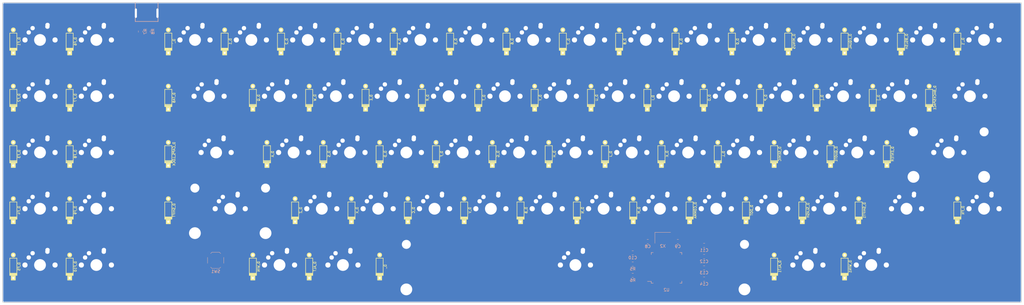
<source format=kicad_pcb>
(kicad_pcb (version 20171130) (host pcbnew "(5.1.0)-1")
  (layers (0 F.Cu signal) (31 B.Cu signal) (34 B.Paste user) (35 F.Paste user) (36 B.SilkS user) (37 F.SilkS user) (38 B.Mask user) (39 F.Mask user) (44 Edge.Cuts user))
  (net 0 "")
  (net 1 GND)
  (net 2 VCC)
  (net 3 /col0)
  (net 4 /col1)
  (net 5 /col2)
  (net 6 /col3)
  (net 7 /col4)
  (net 8 /col5)
  (net 9 /col6)
  (net 10 /col7)
  (net 11 /col8)
  (net 12 /col9)
  (net 13 /col10)
  (net 14 /col11)
  (net 15 /col12)
  (net 16 /col13)
  (net 17 /col14)
  (net 18 /col15)
  (net 19 /col16)
  (net 20 /row0)
  (net 21 /row1)
  (net 22 /row2)
  (net 23 /row3)
  (net 24 /row4)
  (net 25 "Net-(K_F1-Pad1)")
  (net 26 "Net-(D_F1-Pad2)")
  (net 27 "Net-(K_F6-Pad1)")
  (net 28 "Net-(D_F6-Pad2)")
  (net 29 "Net-(K_`-Pad1)")
  (net 30 "Net-(D_`-Pad2)")
  (net 31 "Net-(K_1-Pad1)")
  (net 32 "Net-(D_1-Pad2)")
  (net 33 "Net-(K_2-Pad1)")
  (net 34 "Net-(D_2-Pad2)")
  (net 35 "Net-(K_3-Pad1)")
  (net 36 "Net-(D_3-Pad2)")
  (net 37 "Net-(K_4-Pad1)")
  (net 38 "Net-(D_4-Pad2)")
  (net 39 "Net-(K_5-Pad1)")
  (net 40 "Net-(D_5-Pad2)")
  (net 41 "Net-(K_6-Pad1)")
  (net 42 "Net-(D_6-Pad2)")
  (net 43 "Net-(K_7-Pad1)")
  (net 44 "Net-(D_7-Pad2)")
  (net 45 "Net-(K_8-Pad1)")
  (net 46 "Net-(D_8-Pad2)")
  (net 47 "Net-(K_9-Pad1)")
  (net 48 "Net-(D_9-Pad2)")
  (net 49 "Net-(K_0-Pad1)")
  (net 50 "Net-(D_0-Pad2)")
  (net 51 "Net-(K_MINUS-Pad1)")
  (net 52 "Net-(D_MINUS-Pad2)")
  (net 53 "Net-(K_EQUAL-Pad1)")
  (net 54 "Net-(D_EQUAL-Pad2)")
  (net 55 "Net-(K_BSLSH-Pad1)")
  (net 56 "Net-(D_BSLSH-Pad2)")
  (net 57 "Net-(K_`1-Pad1)")
  (net 58 "Net-(D_`1-Pad2)")
  (net 59 "Net-(K_F2-Pad1)")
  (net 60 "Net-(D_F2-Pad2)")
  (net 61 "Net-(K_F7-Pad1)")
  (net 62 "Net-(D_F7-Pad2)")
  (net 63 "Net-(K_TAB-Pad1)")
  (net 64 "Net-(D_TAB-Pad2)")
  (net 65 "Net-(K_Q-Pad1)")
  (net 66 "Net-(D_Q-Pad2)")
  (net 67 "Net-(K_W-Pad1)")
  (net 68 "Net-(D_W-Pad2)")
  (net 69 "Net-(K_E-Pad1)")
  (net 70 "Net-(D_E-Pad2)")
  (net 71 "Net-(K_R-Pad1)")
  (net 72 "Net-(D_R-Pad2)")
  (net 73 "Net-(K_T-Pad1)")
  (net 74 "Net-(D_T-Pad2)")
  (net 75 "Net-(K_Y-Pad1)")
  (net 76 "Net-(D_Y-Pad2)")
  (net 77 "Net-(K_U-Pad1)")
  (net 78 "Net-(D_U-Pad2)")
  (net 79 "Net-(K_I-Pad1)")
  (net 80 "Net-(D_I-Pad2)")
  (net 81 "Net-(K_O-Pad1)")
  (net 82 "Net-(D_O-Pad2)")
  (net 83 "Net-(K_P-Pad1)")
  (net 84 "Net-(D_P-Pad2)")
  (net 85 "Net-(K_[-Pad1)")
  (net 86 "Net-(D_[-Pad2)")
  (net 87 "Net-(K_]-Pad1)")
  (net 88 "Net-(D_]-Pad2)")
  (net 89 "Net-(K_BACKSPACE-Pad1)")
  (net 90 "Net-(D_BACKSPACE-Pad2)")
  (net 91 "Net-(K_F3-Pad1)")
  (net 92 "Net-(D_F3-Pad2)")
  (net 93 "Net-(K_F8-Pad1)")
  (net 94 "Net-(D_F8-Pad2)")
  (net 95 "Net-(K_CAPS_LOCK-Pad1)")
  (net 96 "Net-(D_CAPS_LOCK-Pad2)")
  (net 97 "Net-(K_A-Pad1)")
  (net 98 "Net-(D_A-Pad2)")
  (net 99 "Net-(K_S-Pad1)")
  (net 100 "Net-(D_S-Pad2)")
  (net 101 "Net-(K_D-Pad1)")
  (net 102 "Net-(D_D-Pad2)")
  (net 103 "Net-(K_F-Pad1)")
  (net 104 "Net-(D_F-Pad2)")
  (net 105 "Net-(K_G-Pad1)")
  (net 106 "Net-(D_G-Pad2)")
  (net 107 "Net-(K_H-Pad1)")
  (net 108 "Net-(D_H-Pad2)")
  (net 109 "Net-(K_J-Pad1)")
  (net 110 "Net-(D_J-Pad2)")
  (net 111 "Net-(K_K-Pad1)")
  (net 112 "Net-(D_K-Pad2)")
  (net 113 "Net-(K_L-Pad1)")
  (net 114 "Net-(D_L-Pad2)")
  (net 115 "Net-(K_SEMIC-Pad1)")
  (net 116 "Net-(D_SEMIC-Pad2)")
  (net 117 "Net-(K_QUOTE-Pad1)")
  (net 118 "Net-(D_QUOTE-Pad2)")
  (net 119 "Net-(K_ENTER-Pad1)")
  (net 120 "Net-(D_ENTER-Pad2)")
  (net 121 "Net-(K_F4-Pad1)")
  (net 122 "Net-(D_F4-Pad2)")
  (net 123 "Net-(K_F9-Pad1)")
  (net 124 "Net-(D_F9-Pad2)")
  (net 125 "Net-(K_SHIFT-Pad1)")
  (net 126 "Net-(D_SHIFT-Pad2)")
  (net 127 "Net-(K_Z-Pad1)")
  (net 128 "Net-(D_Z-Pad2)")
  (net 129 "Net-(K_X-Pad1)")
  (net 130 "Net-(D_X-Pad2)")
  (net 131 "Net-(K_C-Pad1)")
  (net 132 "Net-(D_C-Pad2)")
  (net 133 "Net-(K_V-Pad1)")
  (net 134 "Net-(D_V-Pad2)")
  (net 135 "Net-(K_B-Pad1)")
  (net 136 "Net-(D_B-Pad2)")
  (net 137 "Net-(K_N-Pad1)")
  (net 138 "Net-(D_N-Pad2)")
  (net 139 "Net-(K_M-Pad1)")
  (net 140 "Net-(D_M-Pad2)")
  (net 141 "Net-(K_COMMA-Pad1)")
  (net 142 "Net-(D_COMMA-Pad2)")
  (net 143 "Net-(K_DOT-Pad1)")
  (net 144 "Net-(D_DOT-Pad2)")
  (net 145 "Net-(K_SLASH-Pad1)")
  (net 146 "Net-(D_SLASH-Pad2)")
  (net 147 "Net-(K_SHIFT1-Pad1)")
  (net 148 "Net-(D_SHIFT1-Pad2)")
  (net 149 "Net-(K_FN-Pad1)")
  (net 150 "Net-(D_FN-Pad2)")
  (net 151 "Net-(K_F5-Pad1)")
  (net 152 "Net-(D_F5-Pad2)")
  (net 153 "Net-(K_F10-Pad1)")
  (net 154 "Net-(D_F10-Pad2)")
  (net 155 "Net-(K_WIN-Pad1)")
  (net 156 "Net-(D_WIN-Pad2)")
  (net 157 "Net-(K_ALT-Pad1)")
  (net 158 "Net-(D_ALT-Pad2)")
  (net 159 "Net-(K_-Pad1)")
  (net 160 "Net-(D_-Pad2)")
  (net 161 "Net-(K_ALT1-Pad1)")
  (net 162 "Net-(D_ALT1-Pad2)")
  (net 163 "Net-(K_WIN1-Pad1)")
  (net 164 "Net-(D_WIN1-Pad2)")
  (net 165 "Net-(C8-Pad1)")
  (net 166 "Net-(C9-Pad1)")
  (net 167 "Net-(C9-Pad2)")
  (net 168 "Net-(X2-Pad2)")
  (net 169 "Net-(X2-Pad4)")
  (net 170 "Net-(R5-Pad1)")
  (net 171 "Net-(R6-Pad1)")
  (net 172 "Net-(R7-Pad1)")
  (net 173 "Net-(R8-Pad1)")
  (net 174 "Net-(USB2-Pad2)")
  (net 175 "Net-(USB2-Pad3)")
  (net 176 "Net-(USB2-Pad4)")
  (net 177 "Net-(C10-Pad1)")
  (net 178 "Net-(U2-Pad1)")
  (net 179 "Net-(U2-Pad7)")
  (net 180 "Net-(U2-Pad18)")
  (net 181 "Net-(U2-Pad19)")
  (net 182 "Net-(U2-Pad27)")
  (net 183 "Net-(U2-Pad34)")
  (net 184 "Net-(U2-Pad36)")
  (net 185 "Net-(U2-Pad42)")
  (net 186 "Net-(U2-Pad43)")
  (net 187 "Net-(U2-Pad44)")
  (module MX_Alps_Hybrid:MX-1U-NoLED (layer F.Cu) (at 29.525 29.525)
    (fp_text reference K_F1)
    (fp_text value KEYSW)
    (pad 1 thru_hole circle (at -2.5 -4) (size 2.25 2.25) (drill 1.47) (layers *.Cu B.Mask) (net 25 "Net-(K_F1-Pad1)"))
    (pad 1 thru_hole oval (at -3.81 -2.54 48.0996) (size 4.211556 2.25) (drill 1.47 (offset 0.980778 0)) (layers *.Cu B.Mask) (net 25 "Net-(K_F1-Pad1)"))
    (pad 2 thru_hole oval (at 2.5 -4.5 86.0548) (size 2.831378 2.25) (drill 1.47 (offset 0.290689 0)) (layers *.Cu B.Mask) (net 26 "Net-(D_F1-Pad2)"))
    (pad 2 thru_hole circle (at 2.54 -5.08) (size 2.25 2.25) (drill 1.47) (layers *.Cu B.Mask) (net 26 "Net-(D_F1-Pad2)"))
    (pad "" np_thru_hole circle (at 0 0) (size 3.9878 3.9878) (drill 3.9878) (layers *.Cu *.Mask))
    (pad "" np_thru_hole circle (at -5.08 0 48.0996) (size 1.75 1.75) (drill 1.75) (layers *.Cu *.Mask))
    (pad "" np_thru_hole circle (at 5.08 0 48.0996) (size 1.75 1.75) (drill 1.75) (layers *.Cu *.Mask))
  )
  (module keyboard_parts:D_SOD123_axial (layer F.Cu) (at 20.5 30.025 90)
    (fp_text reference D_F1 (at 0 1.925 90) (layer F.SilkS) (effects (font (size 0.8 0.8)) (justify mirror)))
    (fp_text value D hide)
    (pad 1 smd rect (at -2.7 0 90) (size 2.5 0.5) (layers F.Cu) (net 3 /col0))
    (pad 1 smd rect (at -1.575 0 90) (size 1.2 1.2) (layers F.Cu F.Paste F.Mask) (net 3 /col0))
    (pad 1 thru_hole rect (at -3.9 0 90) (size 1.6 1.6) (drill 0.7) (layers *.Cu *.Mask F.SilkS) (net 3 /col0))
    (pad 2 smd rect (at 1.575 0 90) (size 1.2 1.2) (layers F.Cu F.Paste F.Mask) (net 26 "Net-(D_F1-Pad2)"))
    (pad 2 smd rect (at 2.7 0 90) (size 2.5 0.5) (layers F.Cu) (net 26 "Net-(D_F1-Pad2)"))
    (pad 2 thru_hole circle (at 3.9 0 90) (size 1.6 1.6) (drill 0.7) (layers *.Cu *.Mask F.SilkS) (net 26 "Net-(D_F1-Pad2)"))
  )
  (module MX_Alps_Hybrid:MX-1U-NoLED (layer F.Cu) (at 48.575 29.525)
    (fp_text reference K_F6)
    (fp_text value KEYSW)
    (pad 1 thru_hole circle (at -2.5 -4) (size 2.25 2.25) (drill 1.47) (layers *.Cu B.Mask) (net 27 "Net-(K_F6-Pad1)"))
    (pad 1 thru_hole oval (at -3.81 -2.54 48.0996) (size 4.211556 2.25) (drill 1.47 (offset 0.980778 0)) (layers *.Cu B.Mask) (net 27 "Net-(K_F6-Pad1)"))
    (pad 2 thru_hole oval (at 2.5 -4.5 86.0548) (size 2.831378 2.25) (drill 1.47 (offset 0.290689 0)) (layers *.Cu B.Mask) (net 28 "Net-(D_F6-Pad2)"))
    (pad 2 thru_hole circle (at 2.54 -5.08) (size 2.25 2.25) (drill 1.47) (layers *.Cu B.Mask) (net 28 "Net-(D_F6-Pad2)"))
    (pad "" np_thru_hole circle (at 0 0) (size 3.9878 3.9878) (drill 3.9878) (layers *.Cu *.Mask))
    (pad "" np_thru_hole circle (at -5.08 0 48.0996) (size 1.75 1.75) (drill 1.75) (layers *.Cu *.Mask))
    (pad "" np_thru_hole circle (at 5.08 0 48.0996) (size 1.75 1.75) (drill 1.75) (layers *.Cu *.Mask))
  )
  (module keyboard_parts:D_SOD123_axial (layer F.Cu) (at 39.55 30.025 90)
    (fp_text reference D_F6 (at 0 1.925 90) (layer F.SilkS) (effects (font (size 0.8 0.8)) (justify mirror)))
    (fp_text value D hide)
    (pad 1 smd rect (at -2.7 0 90) (size 2.5 0.5) (layers F.Cu) (net 4 /col1))
    (pad 1 smd rect (at -1.575 0 90) (size 1.2 1.2) (layers F.Cu F.Paste F.Mask) (net 4 /col1))
    (pad 1 thru_hole rect (at -3.9 0 90) (size 1.6 1.6) (drill 0.7) (layers *.Cu *.Mask F.SilkS) (net 4 /col1))
    (pad 2 smd rect (at 1.575 0 90) (size 1.2 1.2) (layers F.Cu F.Paste F.Mask) (net 28 "Net-(D_F6-Pad2)"))
    (pad 2 smd rect (at 2.7 0 90) (size 2.5 0.5) (layers F.Cu) (net 28 "Net-(D_F6-Pad2)"))
    (pad 2 thru_hole circle (at 3.9 0 90) (size 1.6 1.6) (drill 0.7) (layers *.Cu *.Mask F.SilkS) (net 28 "Net-(D_F6-Pad2)"))
  )
  (module MX_Alps_Hybrid:MX-1U-NoLED (layer F.Cu) (at 81.9125 29.525)
    (fp_text reference K_`)
    (fp_text value KEYSW)
    (pad 1 thru_hole circle (at -2.5 -4) (size 2.25 2.25) (drill 1.47) (layers *.Cu B.Mask) (net 29 "Net-(K_`-Pad1)"))
    (pad 1 thru_hole oval (at -3.81 -2.54 48.0996) (size 4.211556 2.25) (drill 1.47 (offset 0.980778 0)) (layers *.Cu B.Mask) (net 29 "Net-(K_`-Pad1)"))
    (pad 2 thru_hole oval (at 2.5 -4.5 86.0548) (size 2.831378 2.25) (drill 1.47 (offset 0.290689 0)) (layers *.Cu B.Mask) (net 30 "Net-(D_`-Pad2)"))
    (pad 2 thru_hole circle (at 2.54 -5.08) (size 2.25 2.25) (drill 1.47) (layers *.Cu B.Mask) (net 30 "Net-(D_`-Pad2)"))
    (pad "" np_thru_hole circle (at 0 0) (size 3.9878 3.9878) (drill 3.9878) (layers *.Cu *.Mask))
    (pad "" np_thru_hole circle (at -5.08 0 48.0996) (size 1.75 1.75) (drill 1.75) (layers *.Cu *.Mask))
    (pad "" np_thru_hole circle (at 5.08 0 48.0996) (size 1.75 1.75) (drill 1.75) (layers *.Cu *.Mask))
  )
  (module keyboard_parts:D_SOD123_axial (layer F.Cu) (at 72.8875 30.025 90)
    (fp_text reference D_` (at 0 1.925 90) (layer F.SilkS) (effects (font (size 0.8 0.8)) (justify mirror)))
    (fp_text value D hide)
    (pad 1 smd rect (at -2.7 0 90) (size 2.5 0.5) (layers F.Cu) (net 5 /col2))
    (pad 1 smd rect (at -1.575 0 90) (size 1.2 1.2) (layers F.Cu F.Paste F.Mask) (net 5 /col2))
    (pad 1 thru_hole rect (at -3.9 0 90) (size 1.6 1.6) (drill 0.7) (layers *.Cu *.Mask F.SilkS) (net 5 /col2))
    (pad 2 smd rect (at 1.575 0 90) (size 1.2 1.2) (layers F.Cu F.Paste F.Mask) (net 30 "Net-(D_`-Pad2)"))
    (pad 2 smd rect (at 2.7 0 90) (size 2.5 0.5) (layers F.Cu) (net 30 "Net-(D_`-Pad2)"))
    (pad 2 thru_hole circle (at 3.9 0 90) (size 1.6 1.6) (drill 0.7) (layers *.Cu *.Mask F.SilkS) (net 30 "Net-(D_`-Pad2)"))
  )
  (module MX_Alps_Hybrid:MX-1U-NoLED (layer F.Cu) (at 100.9625 29.525)
    (fp_text reference K_1)
    (fp_text value KEYSW)
    (pad 1 thru_hole circle (at -2.5 -4) (size 2.25 2.25) (drill 1.47) (layers *.Cu B.Mask) (net 31 "Net-(K_1-Pad1)"))
    (pad 1 thru_hole oval (at -3.81 -2.54 48.0996) (size 4.211556 2.25) (drill 1.47 (offset 0.980778 0)) (layers *.Cu B.Mask) (net 31 "Net-(K_1-Pad1)"))
    (pad 2 thru_hole oval (at 2.5 -4.5 86.0548) (size 2.831378 2.25) (drill 1.47 (offset 0.290689 0)) (layers *.Cu B.Mask) (net 32 "Net-(D_1-Pad2)"))
    (pad 2 thru_hole circle (at 2.54 -5.08) (size 2.25 2.25) (drill 1.47) (layers *.Cu B.Mask) (net 32 "Net-(D_1-Pad2)"))
    (pad "" np_thru_hole circle (at 0 0) (size 3.9878 3.9878) (drill 3.9878) (layers *.Cu *.Mask))
    (pad "" np_thru_hole circle (at -5.08 0 48.0996) (size 1.75 1.75) (drill 1.75) (layers *.Cu *.Mask))
    (pad "" np_thru_hole circle (at 5.08 0 48.0996) (size 1.75 1.75) (drill 1.75) (layers *.Cu *.Mask))
  )
  (module keyboard_parts:D_SOD123_axial (layer F.Cu) (at 91.9375 30.025 90)
    (fp_text reference D_1 (at 0 1.925 90) (layer F.SilkS) (effects (font (size 0.8 0.8)) (justify mirror)))
    (fp_text value D hide)
    (pad 1 smd rect (at -2.7 0 90) (size 2.5 0.5) (layers F.Cu) (net 6 /col3))
    (pad 1 smd rect (at -1.575 0 90) (size 1.2 1.2) (layers F.Cu F.Paste F.Mask) (net 6 /col3))
    (pad 1 thru_hole rect (at -3.9 0 90) (size 1.6 1.6) (drill 0.7) (layers *.Cu *.Mask F.SilkS) (net 6 /col3))
    (pad 2 smd rect (at 1.575 0 90) (size 1.2 1.2) (layers F.Cu F.Paste F.Mask) (net 32 "Net-(D_1-Pad2)"))
    (pad 2 smd rect (at 2.7 0 90) (size 2.5 0.5) (layers F.Cu) (net 32 "Net-(D_1-Pad2)"))
    (pad 2 thru_hole circle (at 3.9 0 90) (size 1.6 1.6) (drill 0.7) (layers *.Cu *.Mask F.SilkS) (net 32 "Net-(D_1-Pad2)"))
  )
  (module MX_Alps_Hybrid:MX-1U-NoLED (layer F.Cu) (at 120.0125 29.525)
    (fp_text reference K_2)
    (fp_text value KEYSW)
    (pad 1 thru_hole circle (at -2.5 -4) (size 2.25 2.25) (drill 1.47) (layers *.Cu B.Mask) (net 33 "Net-(K_2-Pad1)"))
    (pad 1 thru_hole oval (at -3.81 -2.54 48.0996) (size 4.211556 2.25) (drill 1.47 (offset 0.980778 0)) (layers *.Cu B.Mask) (net 33 "Net-(K_2-Pad1)"))
    (pad 2 thru_hole oval (at 2.5 -4.5 86.0548) (size 2.831378 2.25) (drill 1.47 (offset 0.290689 0)) (layers *.Cu B.Mask) (net 34 "Net-(D_2-Pad2)"))
    (pad 2 thru_hole circle (at 2.54 -5.08) (size 2.25 2.25) (drill 1.47) (layers *.Cu B.Mask) (net 34 "Net-(D_2-Pad2)"))
    (pad "" np_thru_hole circle (at 0 0) (size 3.9878 3.9878) (drill 3.9878) (layers *.Cu *.Mask))
    (pad "" np_thru_hole circle (at -5.08 0 48.0996) (size 1.75 1.75) (drill 1.75) (layers *.Cu *.Mask))
    (pad "" np_thru_hole circle (at 5.08 0 48.0996) (size 1.75 1.75) (drill 1.75) (layers *.Cu *.Mask))
  )
  (module keyboard_parts:D_SOD123_axial (layer F.Cu) (at 110.9875 30.025 90)
    (fp_text reference D_2 (at 0 1.925 90) (layer F.SilkS) (effects (font (size 0.8 0.8)) (justify mirror)))
    (fp_text value D hide)
    (pad 1 smd rect (at -2.7 0 90) (size 2.5 0.5) (layers F.Cu) (net 7 /col4))
    (pad 1 smd rect (at -1.575 0 90) (size 1.2 1.2) (layers F.Cu F.Paste F.Mask) (net 7 /col4))
    (pad 1 thru_hole rect (at -3.9 0 90) (size 1.6 1.6) (drill 0.7) (layers *.Cu *.Mask F.SilkS) (net 7 /col4))
    (pad 2 smd rect (at 1.575 0 90) (size 1.2 1.2) (layers F.Cu F.Paste F.Mask) (net 34 "Net-(D_2-Pad2)"))
    (pad 2 smd rect (at 2.7 0 90) (size 2.5 0.5) (layers F.Cu) (net 34 "Net-(D_2-Pad2)"))
    (pad 2 thru_hole circle (at 3.9 0 90) (size 1.6 1.6) (drill 0.7) (layers *.Cu *.Mask F.SilkS) (net 34 "Net-(D_2-Pad2)"))
  )
  (module MX_Alps_Hybrid:MX-1U-NoLED (layer F.Cu) (at 139.0625 29.525)
    (fp_text reference K_3)
    (fp_text value KEYSW)
    (pad 1 thru_hole circle (at -2.5 -4) (size 2.25 2.25) (drill 1.47) (layers *.Cu B.Mask) (net 35 "Net-(K_3-Pad1)"))
    (pad 1 thru_hole oval (at -3.81 -2.54 48.0996) (size 4.211556 2.25) (drill 1.47 (offset 0.980778 0)) (layers *.Cu B.Mask) (net 35 "Net-(K_3-Pad1)"))
    (pad 2 thru_hole oval (at 2.5 -4.5 86.0548) (size 2.831378 2.25) (drill 1.47 (offset 0.290689 0)) (layers *.Cu B.Mask) (net 36 "Net-(D_3-Pad2)"))
    (pad 2 thru_hole circle (at 2.54 -5.08) (size 2.25 2.25) (drill 1.47) (layers *.Cu B.Mask) (net 36 "Net-(D_3-Pad2)"))
    (pad "" np_thru_hole circle (at 0 0) (size 3.9878 3.9878) (drill 3.9878) (layers *.Cu *.Mask))
    (pad "" np_thru_hole circle (at -5.08 0 48.0996) (size 1.75 1.75) (drill 1.75) (layers *.Cu *.Mask))
    (pad "" np_thru_hole circle (at 5.08 0 48.0996) (size 1.75 1.75) (drill 1.75) (layers *.Cu *.Mask))
  )
  (module keyboard_parts:D_SOD123_axial (layer F.Cu) (at 130.0375 30.025 90)
    (fp_text reference D_3 (at 0 1.925 90) (layer F.SilkS) (effects (font (size 0.8 0.8)) (justify mirror)))
    (fp_text value D hide)
    (pad 1 smd rect (at -2.7 0 90) (size 2.5 0.5) (layers F.Cu) (net 8 /col5))
    (pad 1 smd rect (at -1.575 0 90) (size 1.2 1.2) (layers F.Cu F.Paste F.Mask) (net 8 /col5))
    (pad 1 thru_hole rect (at -3.9 0 90) (size 1.6 1.6) (drill 0.7) (layers *.Cu *.Mask F.SilkS) (net 8 /col5))
    (pad 2 smd rect (at 1.575 0 90) (size 1.2 1.2) (layers F.Cu F.Paste F.Mask) (net 36 "Net-(D_3-Pad2)"))
    (pad 2 smd rect (at 2.7 0 90) (size 2.5 0.5) (layers F.Cu) (net 36 "Net-(D_3-Pad2)"))
    (pad 2 thru_hole circle (at 3.9 0 90) (size 1.6 1.6) (drill 0.7) (layers *.Cu *.Mask F.SilkS) (net 36 "Net-(D_3-Pad2)"))
  )
  (module MX_Alps_Hybrid:MX-1U-NoLED (layer F.Cu) (at 158.1125 29.525)
    (fp_text reference K_4)
    (fp_text value KEYSW)
    (pad 1 thru_hole circle (at -2.5 -4) (size 2.25 2.25) (drill 1.47) (layers *.Cu B.Mask) (net 37 "Net-(K_4-Pad1)"))
    (pad 1 thru_hole oval (at -3.81 -2.54 48.0996) (size 4.211556 2.25) (drill 1.47 (offset 0.980778 0)) (layers *.Cu B.Mask) (net 37 "Net-(K_4-Pad1)"))
    (pad 2 thru_hole oval (at 2.5 -4.5 86.0548) (size 2.831378 2.25) (drill 1.47 (offset 0.290689 0)) (layers *.Cu B.Mask) (net 38 "Net-(D_4-Pad2)"))
    (pad 2 thru_hole circle (at 2.54 -5.08) (size 2.25 2.25) (drill 1.47) (layers *.Cu B.Mask) (net 38 "Net-(D_4-Pad2)"))
    (pad "" np_thru_hole circle (at 0 0) (size 3.9878 3.9878) (drill 3.9878) (layers *.Cu *.Mask))
    (pad "" np_thru_hole circle (at -5.08 0 48.0996) (size 1.75 1.75) (drill 1.75) (layers *.Cu *.Mask))
    (pad "" np_thru_hole circle (at 5.08 0 48.0996) (size 1.75 1.75) (drill 1.75) (layers *.Cu *.Mask))
  )
  (module keyboard_parts:D_SOD123_axial (layer F.Cu) (at 149.0875 30.025 90)
    (fp_text reference D_4 (at 0 1.925 90) (layer F.SilkS) (effects (font (size 0.8 0.8)) (justify mirror)))
    (fp_text value D hide)
    (pad 1 smd rect (at -2.7 0 90) (size 2.5 0.5) (layers F.Cu) (net 9 /col6))
    (pad 1 smd rect (at -1.575 0 90) (size 1.2 1.2) (layers F.Cu F.Paste F.Mask) (net 9 /col6))
    (pad 1 thru_hole rect (at -3.9 0 90) (size 1.6 1.6) (drill 0.7) (layers *.Cu *.Mask F.SilkS) (net 9 /col6))
    (pad 2 smd rect (at 1.575 0 90) (size 1.2 1.2) (layers F.Cu F.Paste F.Mask) (net 38 "Net-(D_4-Pad2)"))
    (pad 2 smd rect (at 2.7 0 90) (size 2.5 0.5) (layers F.Cu) (net 38 "Net-(D_4-Pad2)"))
    (pad 2 thru_hole circle (at 3.9 0 90) (size 1.6 1.6) (drill 0.7) (layers *.Cu *.Mask F.SilkS) (net 38 "Net-(D_4-Pad2)"))
  )
  (module MX_Alps_Hybrid:MX-1U-NoLED (layer F.Cu) (at 177.1625 29.525)
    (fp_text reference K_5)
    (fp_text value KEYSW)
    (pad 1 thru_hole circle (at -2.5 -4) (size 2.25 2.25) (drill 1.47) (layers *.Cu B.Mask) (net 39 "Net-(K_5-Pad1)"))
    (pad 1 thru_hole oval (at -3.81 -2.54 48.0996) (size 4.211556 2.25) (drill 1.47 (offset 0.980778 0)) (layers *.Cu B.Mask) (net 39 "Net-(K_5-Pad1)"))
    (pad 2 thru_hole oval (at 2.5 -4.5 86.0548) (size 2.831378 2.25) (drill 1.47 (offset 0.290689 0)) (layers *.Cu B.Mask) (net 40 "Net-(D_5-Pad2)"))
    (pad 2 thru_hole circle (at 2.54 -5.08) (size 2.25 2.25) (drill 1.47) (layers *.Cu B.Mask) (net 40 "Net-(D_5-Pad2)"))
    (pad "" np_thru_hole circle (at 0 0) (size 3.9878 3.9878) (drill 3.9878) (layers *.Cu *.Mask))
    (pad "" np_thru_hole circle (at -5.08 0 48.0996) (size 1.75 1.75) (drill 1.75) (layers *.Cu *.Mask))
    (pad "" np_thru_hole circle (at 5.08 0 48.0996) (size 1.75 1.75) (drill 1.75) (layers *.Cu *.Mask))
  )
  (module keyboard_parts:D_SOD123_axial (layer F.Cu) (at 168.1375 30.025 90)
    (fp_text reference D_5 (at 0 1.925 90) (layer F.SilkS) (effects (font (size 0.8 0.8)) (justify mirror)))
    (fp_text value D hide)
    (pad 1 smd rect (at -2.7 0 90) (size 2.5 0.5) (layers F.Cu) (net 10 /col7))
    (pad 1 smd rect (at -1.575 0 90) (size 1.2 1.2) (layers F.Cu F.Paste F.Mask) (net 10 /col7))
    (pad 1 thru_hole rect (at -3.9 0 90) (size 1.6 1.6) (drill 0.7) (layers *.Cu *.Mask F.SilkS) (net 10 /col7))
    (pad 2 smd rect (at 1.575 0 90) (size 1.2 1.2) (layers F.Cu F.Paste F.Mask) (net 40 "Net-(D_5-Pad2)"))
    (pad 2 smd rect (at 2.7 0 90) (size 2.5 0.5) (layers F.Cu) (net 40 "Net-(D_5-Pad2)"))
    (pad 2 thru_hole circle (at 3.9 0 90) (size 1.6 1.6) (drill 0.7) (layers *.Cu *.Mask F.SilkS) (net 40 "Net-(D_5-Pad2)"))
  )
  (module MX_Alps_Hybrid:MX-1U-NoLED (layer F.Cu) (at 196.2125 29.525)
    (fp_text reference K_6)
    (fp_text value KEYSW)
    (pad 1 thru_hole circle (at -2.5 -4) (size 2.25 2.25) (drill 1.47) (layers *.Cu B.Mask) (net 41 "Net-(K_6-Pad1)"))
    (pad 1 thru_hole oval (at -3.81 -2.54 48.0996) (size 4.211556 2.25) (drill 1.47 (offset 0.980778 0)) (layers *.Cu B.Mask) (net 41 "Net-(K_6-Pad1)"))
    (pad 2 thru_hole oval (at 2.5 -4.5 86.0548) (size 2.831378 2.25) (drill 1.47 (offset 0.290689 0)) (layers *.Cu B.Mask) (net 42 "Net-(D_6-Pad2)"))
    (pad 2 thru_hole circle (at 2.54 -5.08) (size 2.25 2.25) (drill 1.47) (layers *.Cu B.Mask) (net 42 "Net-(D_6-Pad2)"))
    (pad "" np_thru_hole circle (at 0 0) (size 3.9878 3.9878) (drill 3.9878) (layers *.Cu *.Mask))
    (pad "" np_thru_hole circle (at -5.08 0 48.0996) (size 1.75 1.75) (drill 1.75) (layers *.Cu *.Mask))
    (pad "" np_thru_hole circle (at 5.08 0 48.0996) (size 1.75 1.75) (drill 1.75) (layers *.Cu *.Mask))
  )
  (module keyboard_parts:D_SOD123_axial (layer F.Cu) (at 187.1875 30.025 90)
    (fp_text reference D_6 (at 0 1.925 90) (layer F.SilkS) (effects (font (size 0.8 0.8)) (justify mirror)))
    (fp_text value D hide)
    (pad 1 smd rect (at -2.7 0 90) (size 2.5 0.5) (layers F.Cu) (net 11 /col8))
    (pad 1 smd rect (at -1.575 0 90) (size 1.2 1.2) (layers F.Cu F.Paste F.Mask) (net 11 /col8))
    (pad 1 thru_hole rect (at -3.9 0 90) (size 1.6 1.6) (drill 0.7) (layers *.Cu *.Mask F.SilkS) (net 11 /col8))
    (pad 2 smd rect (at 1.575 0 90) (size 1.2 1.2) (layers F.Cu F.Paste F.Mask) (net 42 "Net-(D_6-Pad2)"))
    (pad 2 smd rect (at 2.7 0 90) (size 2.5 0.5) (layers F.Cu) (net 42 "Net-(D_6-Pad2)"))
    (pad 2 thru_hole circle (at 3.9 0 90) (size 1.6 1.6) (drill 0.7) (layers *.Cu *.Mask F.SilkS) (net 42 "Net-(D_6-Pad2)"))
  )
  (module MX_Alps_Hybrid:MX-1U-NoLED (layer F.Cu) (at 215.2625 29.525)
    (fp_text reference K_7)
    (fp_text value KEYSW)
    (pad 1 thru_hole circle (at -2.5 -4) (size 2.25 2.25) (drill 1.47) (layers *.Cu B.Mask) (net 43 "Net-(K_7-Pad1)"))
    (pad 1 thru_hole oval (at -3.81 -2.54 48.0996) (size 4.211556 2.25) (drill 1.47 (offset 0.980778 0)) (layers *.Cu B.Mask) (net 43 "Net-(K_7-Pad1)"))
    (pad 2 thru_hole oval (at 2.5 -4.5 86.0548) (size 2.831378 2.25) (drill 1.47 (offset 0.290689 0)) (layers *.Cu B.Mask) (net 44 "Net-(D_7-Pad2)"))
    (pad 2 thru_hole circle (at 2.54 -5.08) (size 2.25 2.25) (drill 1.47) (layers *.Cu B.Mask) (net 44 "Net-(D_7-Pad2)"))
    (pad "" np_thru_hole circle (at 0 0) (size 3.9878 3.9878) (drill 3.9878) (layers *.Cu *.Mask))
    (pad "" np_thru_hole circle (at -5.08 0 48.0996) (size 1.75 1.75) (drill 1.75) (layers *.Cu *.Mask))
    (pad "" np_thru_hole circle (at 5.08 0 48.0996) (size 1.75 1.75) (drill 1.75) (layers *.Cu *.Mask))
  )
  (module keyboard_parts:D_SOD123_axial (layer F.Cu) (at 206.2375 30.025 90)
    (fp_text reference D_7 (at 0 1.925 90) (layer F.SilkS) (effects (font (size 0.8 0.8)) (justify mirror)))
    (fp_text value D hide)
    (pad 1 smd rect (at -2.7 0 90) (size 2.5 0.5) (layers F.Cu) (net 12 /col9))
    (pad 1 smd rect (at -1.575 0 90) (size 1.2 1.2) (layers F.Cu F.Paste F.Mask) (net 12 /col9))
    (pad 1 thru_hole rect (at -3.9 0 90) (size 1.6 1.6) (drill 0.7) (layers *.Cu *.Mask F.SilkS) (net 12 /col9))
    (pad 2 smd rect (at 1.575 0 90) (size 1.2 1.2) (layers F.Cu F.Paste F.Mask) (net 44 "Net-(D_7-Pad2)"))
    (pad 2 smd rect (at 2.7 0 90) (size 2.5 0.5) (layers F.Cu) (net 44 "Net-(D_7-Pad2)"))
    (pad 2 thru_hole circle (at 3.9 0 90) (size 1.6 1.6) (drill 0.7) (layers *.Cu *.Mask F.SilkS) (net 44 "Net-(D_7-Pad2)"))
  )
  (module MX_Alps_Hybrid:MX-1U-NoLED (layer F.Cu) (at 234.3125 29.525)
    (fp_text reference K_8)
    (fp_text value KEYSW)
    (pad 1 thru_hole circle (at -2.5 -4) (size 2.25 2.25) (drill 1.47) (layers *.Cu B.Mask) (net 45 "Net-(K_8-Pad1)"))
    (pad 1 thru_hole oval (at -3.81 -2.54 48.0996) (size 4.211556 2.25) (drill 1.47 (offset 0.980778 0)) (layers *.Cu B.Mask) (net 45 "Net-(K_8-Pad1)"))
    (pad 2 thru_hole oval (at 2.5 -4.5 86.0548) (size 2.831378 2.25) (drill 1.47 (offset 0.290689 0)) (layers *.Cu B.Mask) (net 46 "Net-(D_8-Pad2)"))
    (pad 2 thru_hole circle (at 2.54 -5.08) (size 2.25 2.25) (drill 1.47) (layers *.Cu B.Mask) (net 46 "Net-(D_8-Pad2)"))
    (pad "" np_thru_hole circle (at 0 0) (size 3.9878 3.9878) (drill 3.9878) (layers *.Cu *.Mask))
    (pad "" np_thru_hole circle (at -5.08 0 48.0996) (size 1.75 1.75) (drill 1.75) (layers *.Cu *.Mask))
    (pad "" np_thru_hole circle (at 5.08 0 48.0996) (size 1.75 1.75) (drill 1.75) (layers *.Cu *.Mask))
  )
  (module keyboard_parts:D_SOD123_axial (layer F.Cu) (at 225.2875 30.025 90)
    (fp_text reference D_8 (at 0 1.925 90) (layer F.SilkS) (effects (font (size 0.8 0.8)) (justify mirror)))
    (fp_text value D hide)
    (pad 1 smd rect (at -2.7 0 90) (size 2.5 0.5) (layers F.Cu) (net 13 /col10))
    (pad 1 smd rect (at -1.575 0 90) (size 1.2 1.2) (layers F.Cu F.Paste F.Mask) (net 13 /col10))
    (pad 1 thru_hole rect (at -3.9 0 90) (size 1.6 1.6) (drill 0.7) (layers *.Cu *.Mask F.SilkS) (net 13 /col10))
    (pad 2 smd rect (at 1.575 0 90) (size 1.2 1.2) (layers F.Cu F.Paste F.Mask) (net 46 "Net-(D_8-Pad2)"))
    (pad 2 smd rect (at 2.7 0 90) (size 2.5 0.5) (layers F.Cu) (net 46 "Net-(D_8-Pad2)"))
    (pad 2 thru_hole circle (at 3.9 0 90) (size 1.6 1.6) (drill 0.7) (layers *.Cu *.Mask F.SilkS) (net 46 "Net-(D_8-Pad2)"))
  )
  (module MX_Alps_Hybrid:MX-1U-NoLED (layer F.Cu) (at 253.3625 29.525)
    (fp_text reference K_9)
    (fp_text value KEYSW)
    (pad 1 thru_hole circle (at -2.5 -4) (size 2.25 2.25) (drill 1.47) (layers *.Cu B.Mask) (net 47 "Net-(K_9-Pad1)"))
    (pad 1 thru_hole oval (at -3.81 -2.54 48.0996) (size 4.211556 2.25) (drill 1.47 (offset 0.980778 0)) (layers *.Cu B.Mask) (net 47 "Net-(K_9-Pad1)"))
    (pad 2 thru_hole oval (at 2.5 -4.5 86.0548) (size 2.831378 2.25) (drill 1.47 (offset 0.290689 0)) (layers *.Cu B.Mask) (net 48 "Net-(D_9-Pad2)"))
    (pad 2 thru_hole circle (at 2.54 -5.08) (size 2.25 2.25) (drill 1.47) (layers *.Cu B.Mask) (net 48 "Net-(D_9-Pad2)"))
    (pad "" np_thru_hole circle (at 0 0) (size 3.9878 3.9878) (drill 3.9878) (layers *.Cu *.Mask))
    (pad "" np_thru_hole circle (at -5.08 0 48.0996) (size 1.75 1.75) (drill 1.75) (layers *.Cu *.Mask))
    (pad "" np_thru_hole circle (at 5.08 0 48.0996) (size 1.75 1.75) (drill 1.75) (layers *.Cu *.Mask))
  )
  (module keyboard_parts:D_SOD123_axial (layer F.Cu) (at 244.3375 30.025 90)
    (fp_text reference D_9 (at 0 1.925 90) (layer F.SilkS) (effects (font (size 0.8 0.8)) (justify mirror)))
    (fp_text value D hide)
    (pad 1 smd rect (at -2.7 0 90) (size 2.5 0.5) (layers F.Cu) (net 14 /col11))
    (pad 1 smd rect (at -1.575 0 90) (size 1.2 1.2) (layers F.Cu F.Paste F.Mask) (net 14 /col11))
    (pad 1 thru_hole rect (at -3.9 0 90) (size 1.6 1.6) (drill 0.7) (layers *.Cu *.Mask F.SilkS) (net 14 /col11))
    (pad 2 smd rect (at 1.575 0 90) (size 1.2 1.2) (layers F.Cu F.Paste F.Mask) (net 48 "Net-(D_9-Pad2)"))
    (pad 2 smd rect (at 2.7 0 90) (size 2.5 0.5) (layers F.Cu) (net 48 "Net-(D_9-Pad2)"))
    (pad 2 thru_hole circle (at 3.9 0 90) (size 1.6 1.6) (drill 0.7) (layers *.Cu *.Mask F.SilkS) (net 48 "Net-(D_9-Pad2)"))
  )
  (module MX_Alps_Hybrid:MX-1U-NoLED (layer F.Cu) (at 272.4125 29.525)
    (fp_text reference K_0)
    (fp_text value KEYSW)
    (pad 1 thru_hole circle (at -2.5 -4) (size 2.25 2.25) (drill 1.47) (layers *.Cu B.Mask) (net 49 "Net-(K_0-Pad1)"))
    (pad 1 thru_hole oval (at -3.81 -2.54 48.0996) (size 4.211556 2.25) (drill 1.47 (offset 0.980778 0)) (layers *.Cu B.Mask) (net 49 "Net-(K_0-Pad1)"))
    (pad 2 thru_hole oval (at 2.5 -4.5 86.0548) (size 2.831378 2.25) (drill 1.47 (offset 0.290689 0)) (layers *.Cu B.Mask) (net 50 "Net-(D_0-Pad2)"))
    (pad 2 thru_hole circle (at 2.54 -5.08) (size 2.25 2.25) (drill 1.47) (layers *.Cu B.Mask) (net 50 "Net-(D_0-Pad2)"))
    (pad "" np_thru_hole circle (at 0 0) (size 3.9878 3.9878) (drill 3.9878) (layers *.Cu *.Mask))
    (pad "" np_thru_hole circle (at -5.08 0 48.0996) (size 1.75 1.75) (drill 1.75) (layers *.Cu *.Mask))
    (pad "" np_thru_hole circle (at 5.08 0 48.0996) (size 1.75 1.75) (drill 1.75) (layers *.Cu *.Mask))
  )
  (module keyboard_parts:D_SOD123_axial (layer F.Cu) (at 263.3875 30.025 90)
    (fp_text reference D_0 (at 0 1.925 90) (layer F.SilkS) (effects (font (size 0.8 0.8)) (justify mirror)))
    (fp_text value D hide)
    (pad 1 smd rect (at -2.7 0 90) (size 2.5 0.5) (layers F.Cu) (net 15 /col12))
    (pad 1 smd rect (at -1.575 0 90) (size 1.2 1.2) (layers F.Cu F.Paste F.Mask) (net 15 /col12))
    (pad 1 thru_hole rect (at -3.9 0 90) (size 1.6 1.6) (drill 0.7) (layers *.Cu *.Mask F.SilkS) (net 15 /col12))
    (pad 2 smd rect (at 1.575 0 90) (size 1.2 1.2) (layers F.Cu F.Paste F.Mask) (net 50 "Net-(D_0-Pad2)"))
    (pad 2 smd rect (at 2.7 0 90) (size 2.5 0.5) (layers F.Cu) (net 50 "Net-(D_0-Pad2)"))
    (pad 2 thru_hole circle (at 3.9 0 90) (size 1.6 1.6) (drill 0.7) (layers *.Cu *.Mask F.SilkS) (net 50 "Net-(D_0-Pad2)"))
  )
  (module MX_Alps_Hybrid:MX-1U-NoLED (layer F.Cu) (at 291.4625 29.525)
    (fp_text reference K_MINUS)
    (fp_text value KEYSW)
    (pad 1 thru_hole circle (at -2.5 -4) (size 2.25 2.25) (drill 1.47) (layers *.Cu B.Mask) (net 51 "Net-(K_MINUS-Pad1)"))
    (pad 1 thru_hole oval (at -3.81 -2.54 48.0996) (size 4.211556 2.25) (drill 1.47 (offset 0.980778 0)) (layers *.Cu B.Mask) (net 51 "Net-(K_MINUS-Pad1)"))
    (pad 2 thru_hole oval (at 2.5 -4.5 86.0548) (size 2.831378 2.25) (drill 1.47 (offset 0.290689 0)) (layers *.Cu B.Mask) (net 52 "Net-(D_MINUS-Pad2)"))
    (pad 2 thru_hole circle (at 2.54 -5.08) (size 2.25 2.25) (drill 1.47) (layers *.Cu B.Mask) (net 52 "Net-(D_MINUS-Pad2)"))
    (pad "" np_thru_hole circle (at 0 0) (size 3.9878 3.9878) (drill 3.9878) (layers *.Cu *.Mask))
    (pad "" np_thru_hole circle (at -5.08 0 48.0996) (size 1.75 1.75) (drill 1.75) (layers *.Cu *.Mask))
    (pad "" np_thru_hole circle (at 5.08 0 48.0996) (size 1.75 1.75) (drill 1.75) (layers *.Cu *.Mask))
  )
  (module keyboard_parts:D_SOD123_axial (layer F.Cu) (at 282.4375 30.025 90)
    (fp_text reference D_MINUS (at 0 1.925 90) (layer F.SilkS) (effects (font (size 0.8 0.8)) (justify mirror)))
    (fp_text value D hide)
    (pad 1 smd rect (at -2.7 0 90) (size 2.5 0.5) (layers F.Cu) (net 16 /col13))
    (pad 1 smd rect (at -1.575 0 90) (size 1.2 1.2) (layers F.Cu F.Paste F.Mask) (net 16 /col13))
    (pad 1 thru_hole rect (at -3.9 0 90) (size 1.6 1.6) (drill 0.7) (layers *.Cu *.Mask F.SilkS) (net 16 /col13))
    (pad 2 smd rect (at 1.575 0 90) (size 1.2 1.2) (layers F.Cu F.Paste F.Mask) (net 52 "Net-(D_MINUS-Pad2)"))
    (pad 2 smd rect (at 2.7 0 90) (size 2.5 0.5) (layers F.Cu) (net 52 "Net-(D_MINUS-Pad2)"))
    (pad 2 thru_hole circle (at 3.9 0 90) (size 1.6 1.6) (drill 0.7) (layers *.Cu *.Mask F.SilkS) (net 52 "Net-(D_MINUS-Pad2)"))
  )
  (module MX_Alps_Hybrid:MX-1U-NoLED (layer F.Cu) (at 310.5125 29.525)
    (fp_text reference K_EQUAL)
    (fp_text value KEYSW)
    (pad 1 thru_hole circle (at -2.5 -4) (size 2.25 2.25) (drill 1.47) (layers *.Cu B.Mask) (net 53 "Net-(K_EQUAL-Pad1)"))
    (pad 1 thru_hole oval (at -3.81 -2.54 48.0996) (size 4.211556 2.25) (drill 1.47 (offset 0.980778 0)) (layers *.Cu B.Mask) (net 53 "Net-(K_EQUAL-Pad1)"))
    (pad 2 thru_hole oval (at 2.5 -4.5 86.0548) (size 2.831378 2.25) (drill 1.47 (offset 0.290689 0)) (layers *.Cu B.Mask) (net 54 "Net-(D_EQUAL-Pad2)"))
    (pad 2 thru_hole circle (at 2.54 -5.08) (size 2.25 2.25) (drill 1.47) (layers *.Cu B.Mask) (net 54 "Net-(D_EQUAL-Pad2)"))
    (pad "" np_thru_hole circle (at 0 0) (size 3.9878 3.9878) (drill 3.9878) (layers *.Cu *.Mask))
    (pad "" np_thru_hole circle (at -5.08 0 48.0996) (size 1.75 1.75) (drill 1.75) (layers *.Cu *.Mask))
    (pad "" np_thru_hole circle (at 5.08 0 48.0996) (size 1.75 1.75) (drill 1.75) (layers *.Cu *.Mask))
  )
  (module keyboard_parts:D_SOD123_axial (layer F.Cu) (at 301.4875 30.025 90)
    (fp_text reference D_EQUAL (at 0 1.925 90) (layer F.SilkS) (effects (font (size 0.8 0.8)) (justify mirror)))
    (fp_text value D hide)
    (pad 1 smd rect (at -2.7 0 90) (size 2.5 0.5) (layers F.Cu) (net 17 /col14))
    (pad 1 smd rect (at -1.575 0 90) (size 1.2 1.2) (layers F.Cu F.Paste F.Mask) (net 17 /col14))
    (pad 1 thru_hole rect (at -3.9 0 90) (size 1.6 1.6) (drill 0.7) (layers *.Cu *.Mask F.SilkS) (net 17 /col14))
    (pad 2 smd rect (at 1.575 0 90) (size 1.2 1.2) (layers F.Cu F.Paste F.Mask) (net 54 "Net-(D_EQUAL-Pad2)"))
    (pad 2 smd rect (at 2.7 0 90) (size 2.5 0.5) (layers F.Cu) (net 54 "Net-(D_EQUAL-Pad2)"))
    (pad 2 thru_hole circle (at 3.9 0 90) (size 1.6 1.6) (drill 0.7) (layers *.Cu *.Mask F.SilkS) (net 54 "Net-(D_EQUAL-Pad2)"))
  )
  (module MX_Alps_Hybrid:MX-1U-NoLED (layer F.Cu) (at 329.5625 29.525)
    (fp_text reference K_BSLSH)
    (fp_text value KEYSW)
    (pad 1 thru_hole circle (at -2.5 -4) (size 2.25 2.25) (drill 1.47) (layers *.Cu B.Mask) (net 55 "Net-(K_BSLSH-Pad1)"))
    (pad 1 thru_hole oval (at -3.81 -2.54 48.0996) (size 4.211556 2.25) (drill 1.47 (offset 0.980778 0)) (layers *.Cu B.Mask) (net 55 "Net-(K_BSLSH-Pad1)"))
    (pad 2 thru_hole oval (at 2.5 -4.5 86.0548) (size 2.831378 2.25) (drill 1.47 (offset 0.290689 0)) (layers *.Cu B.Mask) (net 56 "Net-(D_BSLSH-Pad2)"))
    (pad 2 thru_hole circle (at 2.54 -5.08) (size 2.25 2.25) (drill 1.47) (layers *.Cu B.Mask) (net 56 "Net-(D_BSLSH-Pad2)"))
    (pad "" np_thru_hole circle (at 0 0) (size 3.9878 3.9878) (drill 3.9878) (layers *.Cu *.Mask))
    (pad "" np_thru_hole circle (at -5.08 0 48.0996) (size 1.75 1.75) (drill 1.75) (layers *.Cu *.Mask))
    (pad "" np_thru_hole circle (at 5.08 0 48.0996) (size 1.75 1.75) (drill 1.75) (layers *.Cu *.Mask))
  )
  (module keyboard_parts:D_SOD123_axial (layer F.Cu) (at 320.5375 30.025 90)
    (fp_text reference D_BSLSH (at 0 1.925 90) (layer F.SilkS) (effects (font (size 0.8 0.8)) (justify mirror)))
    (fp_text value D hide)
    (pad 1 smd rect (at -2.7 0 90) (size 2.5 0.5) (layers F.Cu) (net 18 /col15))
    (pad 1 smd rect (at -1.575 0 90) (size 1.2 1.2) (layers F.Cu F.Paste F.Mask) (net 18 /col15))
    (pad 1 thru_hole rect (at -3.9 0 90) (size 1.6 1.6) (drill 0.7) (layers *.Cu *.Mask F.SilkS) (net 18 /col15))
    (pad 2 smd rect (at 1.575 0 90) (size 1.2 1.2) (layers F.Cu F.Paste F.Mask) (net 56 "Net-(D_BSLSH-Pad2)"))
    (pad 2 smd rect (at 2.7 0 90) (size 2.5 0.5) (layers F.Cu) (net 56 "Net-(D_BSLSH-Pad2)"))
    (pad 2 thru_hole circle (at 3.9 0 90) (size 1.6 1.6) (drill 0.7) (layers *.Cu *.Mask F.SilkS) (net 56 "Net-(D_BSLSH-Pad2)"))
  )
  (module MX_Alps_Hybrid:MX-1U-NoLED (layer F.Cu) (at 348.6125 29.525)
    (fp_text reference K_`1)
    (fp_text value KEYSW)
    (pad 1 thru_hole circle (at -2.5 -4) (size 2.25 2.25) (drill 1.47) (layers *.Cu B.Mask) (net 57 "Net-(K_`1-Pad1)"))
    (pad 1 thru_hole oval (at -3.81 -2.54 48.0996) (size 4.211556 2.25) (drill 1.47 (offset 0.980778 0)) (layers *.Cu B.Mask) (net 57 "Net-(K_`1-Pad1)"))
    (pad 2 thru_hole oval (at 2.5 -4.5 86.0548) (size 2.831378 2.25) (drill 1.47 (offset 0.290689 0)) (layers *.Cu B.Mask) (net 58 "Net-(D_`1-Pad2)"))
    (pad 2 thru_hole circle (at 2.54 -5.08) (size 2.25 2.25) (drill 1.47) (layers *.Cu B.Mask) (net 58 "Net-(D_`1-Pad2)"))
    (pad "" np_thru_hole circle (at 0 0) (size 3.9878 3.9878) (drill 3.9878) (layers *.Cu *.Mask))
    (pad "" np_thru_hole circle (at -5.08 0 48.0996) (size 1.75 1.75) (drill 1.75) (layers *.Cu *.Mask))
    (pad "" np_thru_hole circle (at 5.08 0 48.0996) (size 1.75 1.75) (drill 1.75) (layers *.Cu *.Mask))
  )
  (module keyboard_parts:D_SOD123_axial (layer F.Cu) (at 339.5875 30.025 90)
    (fp_text reference D_`1 (at 0 1.925 90) (layer F.SilkS) (effects (font (size 0.8 0.8)) (justify mirror)))
    (fp_text value D hide)
    (pad 1 smd rect (at -2.7 0 90) (size 2.5 0.5) (layers F.Cu) (net 19 /col16))
    (pad 1 smd rect (at -1.575 0 90) (size 1.2 1.2) (layers F.Cu F.Paste F.Mask) (net 19 /col16))
    (pad 1 thru_hole rect (at -3.9 0 90) (size 1.6 1.6) (drill 0.7) (layers *.Cu *.Mask F.SilkS) (net 19 /col16))
    (pad 2 smd rect (at 1.575 0 90) (size 1.2 1.2) (layers F.Cu F.Paste F.Mask) (net 58 "Net-(D_`1-Pad2)"))
    (pad 2 smd rect (at 2.7 0 90) (size 2.5 0.5) (layers F.Cu) (net 58 "Net-(D_`1-Pad2)"))
    (pad 2 thru_hole circle (at 3.9 0 90) (size 1.6 1.6) (drill 0.7) (layers *.Cu *.Mask F.SilkS) (net 58 "Net-(D_`1-Pad2)"))
  )
  (module MX_Alps_Hybrid:MX-1U-NoLED (layer F.Cu) (at 29.525 48.575)
    (fp_text reference K_F2)
    (fp_text value KEYSW)
    (pad 1 thru_hole circle (at -2.5 -4) (size 2.25 2.25) (drill 1.47) (layers *.Cu B.Mask) (net 59 "Net-(K_F2-Pad1)"))
    (pad 1 thru_hole oval (at -3.81 -2.54 48.0996) (size 4.211556 2.25) (drill 1.47 (offset 0.980778 0)) (layers *.Cu B.Mask) (net 59 "Net-(K_F2-Pad1)"))
    (pad 2 thru_hole oval (at 2.5 -4.5 86.0548) (size 2.831378 2.25) (drill 1.47 (offset 0.290689 0)) (layers *.Cu B.Mask) (net 60 "Net-(D_F2-Pad2)"))
    (pad 2 thru_hole circle (at 2.54 -5.08) (size 2.25 2.25) (drill 1.47) (layers *.Cu B.Mask) (net 60 "Net-(D_F2-Pad2)"))
    (pad "" np_thru_hole circle (at 0 0) (size 3.9878 3.9878) (drill 3.9878) (layers *.Cu *.Mask))
    (pad "" np_thru_hole circle (at -5.08 0 48.0996) (size 1.75 1.75) (drill 1.75) (layers *.Cu *.Mask))
    (pad "" np_thru_hole circle (at 5.08 0 48.0996) (size 1.75 1.75) (drill 1.75) (layers *.Cu *.Mask))
  )
  (module keyboard_parts:D_SOD123_axial (layer F.Cu) (at 20.5 49.075 90)
    (fp_text reference D_F2 (at 0 1.925 90) (layer F.SilkS) (effects (font (size 0.8 0.8)) (justify mirror)))
    (fp_text value D hide)
    (pad 1 smd rect (at -2.7 0 90) (size 2.5 0.5) (layers F.Cu) (net 3 /col0))
    (pad 1 smd rect (at -1.575 0 90) (size 1.2 1.2) (layers F.Cu F.Paste F.Mask) (net 3 /col0))
    (pad 1 thru_hole rect (at -3.9 0 90) (size 1.6 1.6) (drill 0.7) (layers *.Cu *.Mask F.SilkS) (net 3 /col0))
    (pad 2 smd rect (at 1.575 0 90) (size 1.2 1.2) (layers F.Cu F.Paste F.Mask) (net 60 "Net-(D_F2-Pad2)"))
    (pad 2 smd rect (at 2.7 0 90) (size 2.5 0.5) (layers F.Cu) (net 60 "Net-(D_F2-Pad2)"))
    (pad 2 thru_hole circle (at 3.9 0 90) (size 1.6 1.6) (drill 0.7) (layers *.Cu *.Mask F.SilkS) (net 60 "Net-(D_F2-Pad2)"))
  )
  (module MX_Alps_Hybrid:MX-1U-NoLED (layer F.Cu) (at 48.575 48.575)
    (fp_text reference K_F7)
    (fp_text value KEYSW)
    (pad 1 thru_hole circle (at -2.5 -4) (size 2.25 2.25) (drill 1.47) (layers *.Cu B.Mask) (net 61 "Net-(K_F7-Pad1)"))
    (pad 1 thru_hole oval (at -3.81 -2.54 48.0996) (size 4.211556 2.25) (drill 1.47 (offset 0.980778 0)) (layers *.Cu B.Mask) (net 61 "Net-(K_F7-Pad1)"))
    (pad 2 thru_hole oval (at 2.5 -4.5 86.0548) (size 2.831378 2.25) (drill 1.47 (offset 0.290689 0)) (layers *.Cu B.Mask) (net 62 "Net-(D_F7-Pad2)"))
    (pad 2 thru_hole circle (at 2.54 -5.08) (size 2.25 2.25) (drill 1.47) (layers *.Cu B.Mask) (net 62 "Net-(D_F7-Pad2)"))
    (pad "" np_thru_hole circle (at 0 0) (size 3.9878 3.9878) (drill 3.9878) (layers *.Cu *.Mask))
    (pad "" np_thru_hole circle (at -5.08 0 48.0996) (size 1.75 1.75) (drill 1.75) (layers *.Cu *.Mask))
    (pad "" np_thru_hole circle (at 5.08 0 48.0996) (size 1.75 1.75) (drill 1.75) (layers *.Cu *.Mask))
  )
  (module keyboard_parts:D_SOD123_axial (layer F.Cu) (at 39.55 49.075 90)
    (fp_text reference D_F7 (at 0 1.925 90) (layer F.SilkS) (effects (font (size 0.8 0.8)) (justify mirror)))
    (fp_text value D hide)
    (pad 1 smd rect (at -2.7 0 90) (size 2.5 0.5) (layers F.Cu) (net 4 /col1))
    (pad 1 smd rect (at -1.575 0 90) (size 1.2 1.2) (layers F.Cu F.Paste F.Mask) (net 4 /col1))
    (pad 1 thru_hole rect (at -3.9 0 90) (size 1.6 1.6) (drill 0.7) (layers *.Cu *.Mask F.SilkS) (net 4 /col1))
    (pad 2 smd rect (at 1.575 0 90) (size 1.2 1.2) (layers F.Cu F.Paste F.Mask) (net 62 "Net-(D_F7-Pad2)"))
    (pad 2 smd rect (at 2.7 0 90) (size 2.5 0.5) (layers F.Cu) (net 62 "Net-(D_F7-Pad2)"))
    (pad 2 thru_hole circle (at 3.9 0 90) (size 1.6 1.6) (drill 0.7) (layers *.Cu *.Mask F.SilkS) (net 62 "Net-(D_F7-Pad2)"))
  )
  (module MX_Alps_Hybrid:MX-1.5U-NoLED (layer F.Cu) (at 86.675 48.575)
    (fp_text reference K_TAB)
    (fp_text value KEYSW)
    (pad 1 thru_hole circle (at -2.5 -4) (size 2.25 2.25) (drill 1.47) (layers *.Cu B.Mask) (net 63 "Net-(K_TAB-Pad1)"))
    (pad 1 thru_hole oval (at -3.81 -2.54 48.0996) (size 4.211556 2.25) (drill 1.47 (offset 0.980778 0)) (layers *.Cu B.Mask) (net 63 "Net-(K_TAB-Pad1)"))
    (pad 2 thru_hole oval (at 2.5 -4.5 86.0548) (size 2.831378 2.25) (drill 1.47 (offset 0.290689 0)) (layers *.Cu B.Mask) (net 64 "Net-(D_TAB-Pad2)"))
    (pad 2 thru_hole circle (at 2.54 -5.08) (size 2.25 2.25) (drill 1.47) (layers *.Cu B.Mask) (net 64 "Net-(D_TAB-Pad2)"))
    (pad "" np_thru_hole circle (at 0 0) (size 3.9878 3.9878) (drill 3.9878) (layers *.Cu *.Mask))
    (pad "" np_thru_hole circle (at -5.08 0 48.0996) (size 1.75 1.75) (drill 1.75) (layers *.Cu *.Mask))
    (pad "" np_thru_hole circle (at 5.08 0 48.0996) (size 1.75 1.75) (drill 1.75) (layers *.Cu *.Mask))
  )
  (module keyboard_parts:D_SOD123_axial (layer F.Cu) (at 72.8875 49.075 90)
    (fp_text reference D_TAB (at 0 1.925 90) (layer F.SilkS) (effects (font (size 0.8 0.8)) (justify mirror)))
    (fp_text value D hide)
    (pad 1 smd rect (at -2.7 0 90) (size 2.5 0.5) (layers F.Cu) (net 5 /col2))
    (pad 1 smd rect (at -1.575 0 90) (size 1.2 1.2) (layers F.Cu F.Paste F.Mask) (net 5 /col2))
    (pad 1 thru_hole rect (at -3.9 0 90) (size 1.6 1.6) (drill 0.7) (layers *.Cu *.Mask F.SilkS) (net 5 /col2))
    (pad 2 smd rect (at 1.575 0 90) (size 1.2 1.2) (layers F.Cu F.Paste F.Mask) (net 64 "Net-(D_TAB-Pad2)"))
    (pad 2 smd rect (at 2.7 0 90) (size 2.5 0.5) (layers F.Cu) (net 64 "Net-(D_TAB-Pad2)"))
    (pad 2 thru_hole circle (at 3.9 0 90) (size 1.6 1.6) (drill 0.7) (layers *.Cu *.Mask F.SilkS) (net 64 "Net-(D_TAB-Pad2)"))
  )
  (module MX_Alps_Hybrid:MX-1U-NoLED (layer F.Cu) (at 110.4875 48.575)
    (fp_text reference K_Q)
    (fp_text value KEYSW)
    (pad 1 thru_hole circle (at -2.5 -4) (size 2.25 2.25) (drill 1.47) (layers *.Cu B.Mask) (net 65 "Net-(K_Q-Pad1)"))
    (pad 1 thru_hole oval (at -3.81 -2.54 48.0996) (size 4.211556 2.25) (drill 1.47 (offset 0.980778 0)) (layers *.Cu B.Mask) (net 65 "Net-(K_Q-Pad1)"))
    (pad 2 thru_hole oval (at 2.5 -4.5 86.0548) (size 2.831378 2.25) (drill 1.47 (offset 0.290689 0)) (layers *.Cu B.Mask) (net 66 "Net-(D_Q-Pad2)"))
    (pad 2 thru_hole circle (at 2.54 -5.08) (size 2.25 2.25) (drill 1.47) (layers *.Cu B.Mask) (net 66 "Net-(D_Q-Pad2)"))
    (pad "" np_thru_hole circle (at 0 0) (size 3.9878 3.9878) (drill 3.9878) (layers *.Cu *.Mask))
    (pad "" np_thru_hole circle (at -5.08 0 48.0996) (size 1.75 1.75) (drill 1.75) (layers *.Cu *.Mask))
    (pad "" np_thru_hole circle (at 5.08 0 48.0996) (size 1.75 1.75) (drill 1.75) (layers *.Cu *.Mask))
  )
  (module keyboard_parts:D_SOD123_axial (layer F.Cu) (at 101.4625 49.075 90)
    (fp_text reference D_Q (at 0 1.925 90) (layer F.SilkS) (effects (font (size 0.8 0.8)) (justify mirror)))
    (fp_text value D hide)
    (pad 1 smd rect (at -2.7 0 90) (size 2.5 0.5) (layers F.Cu) (net 6 /col3))
    (pad 1 smd rect (at -1.575 0 90) (size 1.2 1.2) (layers F.Cu F.Paste F.Mask) (net 6 /col3))
    (pad 1 thru_hole rect (at -3.9 0 90) (size 1.6 1.6) (drill 0.7) (layers *.Cu *.Mask F.SilkS) (net 6 /col3))
    (pad 2 smd rect (at 1.575 0 90) (size 1.2 1.2) (layers F.Cu F.Paste F.Mask) (net 66 "Net-(D_Q-Pad2)"))
    (pad 2 smd rect (at 2.7 0 90) (size 2.5 0.5) (layers F.Cu) (net 66 "Net-(D_Q-Pad2)"))
    (pad 2 thru_hole circle (at 3.9 0 90) (size 1.6 1.6) (drill 0.7) (layers *.Cu *.Mask F.SilkS) (net 66 "Net-(D_Q-Pad2)"))
  )
  (module MX_Alps_Hybrid:MX-1U-NoLED (layer F.Cu) (at 129.5375 48.575)
    (fp_text reference K_W)
    (fp_text value KEYSW)
    (pad 1 thru_hole circle (at -2.5 -4) (size 2.25 2.25) (drill 1.47) (layers *.Cu B.Mask) (net 67 "Net-(K_W-Pad1)"))
    (pad 1 thru_hole oval (at -3.81 -2.54 48.0996) (size 4.211556 2.25) (drill 1.47 (offset 0.980778 0)) (layers *.Cu B.Mask) (net 67 "Net-(K_W-Pad1)"))
    (pad 2 thru_hole oval (at 2.5 -4.5 86.0548) (size 2.831378 2.25) (drill 1.47 (offset 0.290689 0)) (layers *.Cu B.Mask) (net 68 "Net-(D_W-Pad2)"))
    (pad 2 thru_hole circle (at 2.54 -5.08) (size 2.25 2.25) (drill 1.47) (layers *.Cu B.Mask) (net 68 "Net-(D_W-Pad2)"))
    (pad "" np_thru_hole circle (at 0 0) (size 3.9878 3.9878) (drill 3.9878) (layers *.Cu *.Mask))
    (pad "" np_thru_hole circle (at -5.08 0 48.0996) (size 1.75 1.75) (drill 1.75) (layers *.Cu *.Mask))
    (pad "" np_thru_hole circle (at 5.08 0 48.0996) (size 1.75 1.75) (drill 1.75) (layers *.Cu *.Mask))
  )
  (module keyboard_parts:D_SOD123_axial (layer F.Cu) (at 120.5125 49.075 90)
    (fp_text reference D_W (at 0 1.925 90) (layer F.SilkS) (effects (font (size 0.8 0.8)) (justify mirror)))
    (fp_text value D hide)
    (pad 1 smd rect (at -2.7 0 90) (size 2.5 0.5) (layers F.Cu) (net 7 /col4))
    (pad 1 smd rect (at -1.575 0 90) (size 1.2 1.2) (layers F.Cu F.Paste F.Mask) (net 7 /col4))
    (pad 1 thru_hole rect (at -3.9 0 90) (size 1.6 1.6) (drill 0.7) (layers *.Cu *.Mask F.SilkS) (net 7 /col4))
    (pad 2 smd rect (at 1.575 0 90) (size 1.2 1.2) (layers F.Cu F.Paste F.Mask) (net 68 "Net-(D_W-Pad2)"))
    (pad 2 smd rect (at 2.7 0 90) (size 2.5 0.5) (layers F.Cu) (net 68 "Net-(D_W-Pad2)"))
    (pad 2 thru_hole circle (at 3.9 0 90) (size 1.6 1.6) (drill 0.7) (layers *.Cu *.Mask F.SilkS) (net 68 "Net-(D_W-Pad2)"))
  )
  (module MX_Alps_Hybrid:MX-1U-NoLED (layer F.Cu) (at 148.5875 48.575)
    (fp_text reference K_E)
    (fp_text value KEYSW)
    (pad 1 thru_hole circle (at -2.5 -4) (size 2.25 2.25) (drill 1.47) (layers *.Cu B.Mask) (net 69 "Net-(K_E-Pad1)"))
    (pad 1 thru_hole oval (at -3.81 -2.54 48.0996) (size 4.211556 2.25) (drill 1.47 (offset 0.980778 0)) (layers *.Cu B.Mask) (net 69 "Net-(K_E-Pad1)"))
    (pad 2 thru_hole oval (at 2.5 -4.5 86.0548) (size 2.831378 2.25) (drill 1.47 (offset 0.290689 0)) (layers *.Cu B.Mask) (net 70 "Net-(D_E-Pad2)"))
    (pad 2 thru_hole circle (at 2.54 -5.08) (size 2.25 2.25) (drill 1.47) (layers *.Cu B.Mask) (net 70 "Net-(D_E-Pad2)"))
    (pad "" np_thru_hole circle (at 0 0) (size 3.9878 3.9878) (drill 3.9878) (layers *.Cu *.Mask))
    (pad "" np_thru_hole circle (at -5.08 0 48.0996) (size 1.75 1.75) (drill 1.75) (layers *.Cu *.Mask))
    (pad "" np_thru_hole circle (at 5.08 0 48.0996) (size 1.75 1.75) (drill 1.75) (layers *.Cu *.Mask))
  )
  (module keyboard_parts:D_SOD123_axial (layer F.Cu) (at 139.5625 49.075 90)
    (fp_text reference D_E (at 0 1.925 90) (layer F.SilkS) (effects (font (size 0.8 0.8)) (justify mirror)))
    (fp_text value D hide)
    (pad 1 smd rect (at -2.7 0 90) (size 2.5 0.5) (layers F.Cu) (net 8 /col5))
    (pad 1 smd rect (at -1.575 0 90) (size 1.2 1.2) (layers F.Cu F.Paste F.Mask) (net 8 /col5))
    (pad 1 thru_hole rect (at -3.9 0 90) (size 1.6 1.6) (drill 0.7) (layers *.Cu *.Mask F.SilkS) (net 8 /col5))
    (pad 2 smd rect (at 1.575 0 90) (size 1.2 1.2) (layers F.Cu F.Paste F.Mask) (net 70 "Net-(D_E-Pad2)"))
    (pad 2 smd rect (at 2.7 0 90) (size 2.5 0.5) (layers F.Cu) (net 70 "Net-(D_E-Pad2)"))
    (pad 2 thru_hole circle (at 3.9 0 90) (size 1.6 1.6) (drill 0.7) (layers *.Cu *.Mask F.SilkS) (net 70 "Net-(D_E-Pad2)"))
  )
  (module MX_Alps_Hybrid:MX-1U-NoLED (layer F.Cu) (at 167.6375 48.575)
    (fp_text reference K_R)
    (fp_text value KEYSW)
    (pad 1 thru_hole circle (at -2.5 -4) (size 2.25 2.25) (drill 1.47) (layers *.Cu B.Mask) (net 71 "Net-(K_R-Pad1)"))
    (pad 1 thru_hole oval (at -3.81 -2.54 48.0996) (size 4.211556 2.25) (drill 1.47 (offset 0.980778 0)) (layers *.Cu B.Mask) (net 71 "Net-(K_R-Pad1)"))
    (pad 2 thru_hole oval (at 2.5 -4.5 86.0548) (size 2.831378 2.25) (drill 1.47 (offset 0.290689 0)) (layers *.Cu B.Mask) (net 72 "Net-(D_R-Pad2)"))
    (pad 2 thru_hole circle (at 2.54 -5.08) (size 2.25 2.25) (drill 1.47) (layers *.Cu B.Mask) (net 72 "Net-(D_R-Pad2)"))
    (pad "" np_thru_hole circle (at 0 0) (size 3.9878 3.9878) (drill 3.9878) (layers *.Cu *.Mask))
    (pad "" np_thru_hole circle (at -5.08 0 48.0996) (size 1.75 1.75) (drill 1.75) (layers *.Cu *.Mask))
    (pad "" np_thru_hole circle (at 5.08 0 48.0996) (size 1.75 1.75) (drill 1.75) (layers *.Cu *.Mask))
  )
  (module keyboard_parts:D_SOD123_axial (layer F.Cu) (at 158.6125 49.075 90)
    (fp_text reference D_R (at 0 1.925 90) (layer F.SilkS) (effects (font (size 0.8 0.8)) (justify mirror)))
    (fp_text value D hide)
    (pad 1 smd rect (at -2.7 0 90) (size 2.5 0.5) (layers F.Cu) (net 9 /col6))
    (pad 1 smd rect (at -1.575 0 90) (size 1.2 1.2) (layers F.Cu F.Paste F.Mask) (net 9 /col6))
    (pad 1 thru_hole rect (at -3.9 0 90) (size 1.6 1.6) (drill 0.7) (layers *.Cu *.Mask F.SilkS) (net 9 /col6))
    (pad 2 smd rect (at 1.575 0 90) (size 1.2 1.2) (layers F.Cu F.Paste F.Mask) (net 72 "Net-(D_R-Pad2)"))
    (pad 2 smd rect (at 2.7 0 90) (size 2.5 0.5) (layers F.Cu) (net 72 "Net-(D_R-Pad2)"))
    (pad 2 thru_hole circle (at 3.9 0 90) (size 1.6 1.6) (drill 0.7) (layers *.Cu *.Mask F.SilkS) (net 72 "Net-(D_R-Pad2)"))
  )
  (module MX_Alps_Hybrid:MX-1U-NoLED (layer F.Cu) (at 186.6875 48.575)
    (fp_text reference K_T)
    (fp_text value KEYSW)
    (pad 1 thru_hole circle (at -2.5 -4) (size 2.25 2.25) (drill 1.47) (layers *.Cu B.Mask) (net 73 "Net-(K_T-Pad1)"))
    (pad 1 thru_hole oval (at -3.81 -2.54 48.0996) (size 4.211556 2.25) (drill 1.47 (offset 0.980778 0)) (layers *.Cu B.Mask) (net 73 "Net-(K_T-Pad1)"))
    (pad 2 thru_hole oval (at 2.5 -4.5 86.0548) (size 2.831378 2.25) (drill 1.47 (offset 0.290689 0)) (layers *.Cu B.Mask) (net 74 "Net-(D_T-Pad2)"))
    (pad 2 thru_hole circle (at 2.54 -5.08) (size 2.25 2.25) (drill 1.47) (layers *.Cu B.Mask) (net 74 "Net-(D_T-Pad2)"))
    (pad "" np_thru_hole circle (at 0 0) (size 3.9878 3.9878) (drill 3.9878) (layers *.Cu *.Mask))
    (pad "" np_thru_hole circle (at -5.08 0 48.0996) (size 1.75 1.75) (drill 1.75) (layers *.Cu *.Mask))
    (pad "" np_thru_hole circle (at 5.08 0 48.0996) (size 1.75 1.75) (drill 1.75) (layers *.Cu *.Mask))
  )
  (module keyboard_parts:D_SOD123_axial (layer F.Cu) (at 177.6625 49.075 90)
    (fp_text reference D_T (at 0 1.925 90) (layer F.SilkS) (effects (font (size 0.8 0.8)) (justify mirror)))
    (fp_text value D hide)
    (pad 1 smd rect (at -2.7 0 90) (size 2.5 0.5) (layers F.Cu) (net 10 /col7))
    (pad 1 smd rect (at -1.575 0 90) (size 1.2 1.2) (layers F.Cu F.Paste F.Mask) (net 10 /col7))
    (pad 1 thru_hole rect (at -3.9 0 90) (size 1.6 1.6) (drill 0.7) (layers *.Cu *.Mask F.SilkS) (net 10 /col7))
    (pad 2 smd rect (at 1.575 0 90) (size 1.2 1.2) (layers F.Cu F.Paste F.Mask) (net 74 "Net-(D_T-Pad2)"))
    (pad 2 smd rect (at 2.7 0 90) (size 2.5 0.5) (layers F.Cu) (net 74 "Net-(D_T-Pad2)"))
    (pad 2 thru_hole circle (at 3.9 0 90) (size 1.6 1.6) (drill 0.7) (layers *.Cu *.Mask F.SilkS) (net 74 "Net-(D_T-Pad2)"))
  )
  (module MX_Alps_Hybrid:MX-1U-NoLED (layer F.Cu) (at 205.7375 48.575)
    (fp_text reference K_Y)
    (fp_text value KEYSW)
    (pad 1 thru_hole circle (at -2.5 -4) (size 2.25 2.25) (drill 1.47) (layers *.Cu B.Mask) (net 75 "Net-(K_Y-Pad1)"))
    (pad 1 thru_hole oval (at -3.81 -2.54 48.0996) (size 4.211556 2.25) (drill 1.47 (offset 0.980778 0)) (layers *.Cu B.Mask) (net 75 "Net-(K_Y-Pad1)"))
    (pad 2 thru_hole oval (at 2.5 -4.5 86.0548) (size 2.831378 2.25) (drill 1.47 (offset 0.290689 0)) (layers *.Cu B.Mask) (net 76 "Net-(D_Y-Pad2)"))
    (pad 2 thru_hole circle (at 2.54 -5.08) (size 2.25 2.25) (drill 1.47) (layers *.Cu B.Mask) (net 76 "Net-(D_Y-Pad2)"))
    (pad "" np_thru_hole circle (at 0 0) (size 3.9878 3.9878) (drill 3.9878) (layers *.Cu *.Mask))
    (pad "" np_thru_hole circle (at -5.08 0 48.0996) (size 1.75 1.75) (drill 1.75) (layers *.Cu *.Mask))
    (pad "" np_thru_hole circle (at 5.08 0 48.0996) (size 1.75 1.75) (drill 1.75) (layers *.Cu *.Mask))
  )
  (module keyboard_parts:D_SOD123_axial (layer F.Cu) (at 196.7125 49.075 90)
    (fp_text reference D_Y (at 0 1.925 90) (layer F.SilkS) (effects (font (size 0.8 0.8)) (justify mirror)))
    (fp_text value D hide)
    (pad 1 smd rect (at -2.7 0 90) (size 2.5 0.5) (layers F.Cu) (net 11 /col8))
    (pad 1 smd rect (at -1.575 0 90) (size 1.2 1.2) (layers F.Cu F.Paste F.Mask) (net 11 /col8))
    (pad 1 thru_hole rect (at -3.9 0 90) (size 1.6 1.6) (drill 0.7) (layers *.Cu *.Mask F.SilkS) (net 11 /col8))
    (pad 2 smd rect (at 1.575 0 90) (size 1.2 1.2) (layers F.Cu F.Paste F.Mask) (net 76 "Net-(D_Y-Pad2)"))
    (pad 2 smd rect (at 2.7 0 90) (size 2.5 0.5) (layers F.Cu) (net 76 "Net-(D_Y-Pad2)"))
    (pad 2 thru_hole circle (at 3.9 0 90) (size 1.6 1.6) (drill 0.7) (layers *.Cu *.Mask F.SilkS) (net 76 "Net-(D_Y-Pad2)"))
  )
  (module MX_Alps_Hybrid:MX-1U-NoLED (layer F.Cu) (at 224.7875 48.575)
    (fp_text reference K_U)
    (fp_text value KEYSW)
    (pad 1 thru_hole circle (at -2.5 -4) (size 2.25 2.25) (drill 1.47) (layers *.Cu B.Mask) (net 77 "Net-(K_U-Pad1)"))
    (pad 1 thru_hole oval (at -3.81 -2.54 48.0996) (size 4.211556 2.25) (drill 1.47 (offset 0.980778 0)) (layers *.Cu B.Mask) (net 77 "Net-(K_U-Pad1)"))
    (pad 2 thru_hole oval (at 2.5 -4.5 86.0548) (size 2.831378 2.25) (drill 1.47 (offset 0.290689 0)) (layers *.Cu B.Mask) (net 78 "Net-(D_U-Pad2)"))
    (pad 2 thru_hole circle (at 2.54 -5.08) (size 2.25 2.25) (drill 1.47) (layers *.Cu B.Mask) (net 78 "Net-(D_U-Pad2)"))
    (pad "" np_thru_hole circle (at 0 0) (size 3.9878 3.9878) (drill 3.9878) (layers *.Cu *.Mask))
    (pad "" np_thru_hole circle (at -5.08 0 48.0996) (size 1.75 1.75) (drill 1.75) (layers *.Cu *.Mask))
    (pad "" np_thru_hole circle (at 5.08 0 48.0996) (size 1.75 1.75) (drill 1.75) (layers *.Cu *.Mask))
  )
  (module keyboard_parts:D_SOD123_axial (layer F.Cu) (at 215.7625 49.075 90)
    (fp_text reference D_U (at 0 1.925 90) (layer F.SilkS) (effects (font (size 0.8 0.8)) (justify mirror)))
    (fp_text value D hide)
    (pad 1 smd rect (at -2.7 0 90) (size 2.5 0.5) (layers F.Cu) (net 12 /col9))
    (pad 1 smd rect (at -1.575 0 90) (size 1.2 1.2) (layers F.Cu F.Paste F.Mask) (net 12 /col9))
    (pad 1 thru_hole rect (at -3.9 0 90) (size 1.6 1.6) (drill 0.7) (layers *.Cu *.Mask F.SilkS) (net 12 /col9))
    (pad 2 smd rect (at 1.575 0 90) (size 1.2 1.2) (layers F.Cu F.Paste F.Mask) (net 78 "Net-(D_U-Pad2)"))
    (pad 2 smd rect (at 2.7 0 90) (size 2.5 0.5) (layers F.Cu) (net 78 "Net-(D_U-Pad2)"))
    (pad 2 thru_hole circle (at 3.9 0 90) (size 1.6 1.6) (drill 0.7) (layers *.Cu *.Mask F.SilkS) (net 78 "Net-(D_U-Pad2)"))
  )
  (module MX_Alps_Hybrid:MX-1U-NoLED (layer F.Cu) (at 243.8375 48.575)
    (fp_text reference K_I)
    (fp_text value KEYSW)
    (pad 1 thru_hole circle (at -2.5 -4) (size 2.25 2.25) (drill 1.47) (layers *.Cu B.Mask) (net 79 "Net-(K_I-Pad1)"))
    (pad 1 thru_hole oval (at -3.81 -2.54 48.0996) (size 4.211556 2.25) (drill 1.47 (offset 0.980778 0)) (layers *.Cu B.Mask) (net 79 "Net-(K_I-Pad1)"))
    (pad 2 thru_hole oval (at 2.5 -4.5 86.0548) (size 2.831378 2.25) (drill 1.47 (offset 0.290689 0)) (layers *.Cu B.Mask) (net 80 "Net-(D_I-Pad2)"))
    (pad 2 thru_hole circle (at 2.54 -5.08) (size 2.25 2.25) (drill 1.47) (layers *.Cu B.Mask) (net 80 "Net-(D_I-Pad2)"))
    (pad "" np_thru_hole circle (at 0 0) (size 3.9878 3.9878) (drill 3.9878) (layers *.Cu *.Mask))
    (pad "" np_thru_hole circle (at -5.08 0 48.0996) (size 1.75 1.75) (drill 1.75) (layers *.Cu *.Mask))
    (pad "" np_thru_hole circle (at 5.08 0 48.0996) (size 1.75 1.75) (drill 1.75) (layers *.Cu *.Mask))
  )
  (module keyboard_parts:D_SOD123_axial (layer F.Cu) (at 234.8125 49.075 90)
    (fp_text reference D_I (at 0 1.925 90) (layer F.SilkS) (effects (font (size 0.8 0.8)) (justify mirror)))
    (fp_text value D hide)
    (pad 1 smd rect (at -2.7 0 90) (size 2.5 0.5) (layers F.Cu) (net 13 /col10))
    (pad 1 smd rect (at -1.575 0 90) (size 1.2 1.2) (layers F.Cu F.Paste F.Mask) (net 13 /col10))
    (pad 1 thru_hole rect (at -3.9 0 90) (size 1.6 1.6) (drill 0.7) (layers *.Cu *.Mask F.SilkS) (net 13 /col10))
    (pad 2 smd rect (at 1.575 0 90) (size 1.2 1.2) (layers F.Cu F.Paste F.Mask) (net 80 "Net-(D_I-Pad2)"))
    (pad 2 smd rect (at 2.7 0 90) (size 2.5 0.5) (layers F.Cu) (net 80 "Net-(D_I-Pad2)"))
    (pad 2 thru_hole circle (at 3.9 0 90) (size 1.6 1.6) (drill 0.7) (layers *.Cu *.Mask F.SilkS) (net 80 "Net-(D_I-Pad2)"))
  )
  (module MX_Alps_Hybrid:MX-1U-NoLED (layer F.Cu) (at 262.8875 48.575)
    (fp_text reference K_O)
    (fp_text value KEYSW)
    (pad 1 thru_hole circle (at -2.5 -4) (size 2.25 2.25) (drill 1.47) (layers *.Cu B.Mask) (net 81 "Net-(K_O-Pad1)"))
    (pad 1 thru_hole oval (at -3.81 -2.54 48.0996) (size 4.211556 2.25) (drill 1.47 (offset 0.980778 0)) (layers *.Cu B.Mask) (net 81 "Net-(K_O-Pad1)"))
    (pad 2 thru_hole oval (at 2.5 -4.5 86.0548) (size 2.831378 2.25) (drill 1.47 (offset 0.290689 0)) (layers *.Cu B.Mask) (net 82 "Net-(D_O-Pad2)"))
    (pad 2 thru_hole circle (at 2.54 -5.08) (size 2.25 2.25) (drill 1.47) (layers *.Cu B.Mask) (net 82 "Net-(D_O-Pad2)"))
    (pad "" np_thru_hole circle (at 0 0) (size 3.9878 3.9878) (drill 3.9878) (layers *.Cu *.Mask))
    (pad "" np_thru_hole circle (at -5.08 0 48.0996) (size 1.75 1.75) (drill 1.75) (layers *.Cu *.Mask))
    (pad "" np_thru_hole circle (at 5.08 0 48.0996) (size 1.75 1.75) (drill 1.75) (layers *.Cu *.Mask))
  )
  (module keyboard_parts:D_SOD123_axial (layer F.Cu) (at 253.8625 49.075 90)
    (fp_text reference D_O (at 0 1.925 90) (layer F.SilkS) (effects (font (size 0.8 0.8)) (justify mirror)))
    (fp_text value D hide)
    (pad 1 smd rect (at -2.7 0 90) (size 2.5 0.5) (layers F.Cu) (net 14 /col11))
    (pad 1 smd rect (at -1.575 0 90) (size 1.2 1.2) (layers F.Cu F.Paste F.Mask) (net 14 /col11))
    (pad 1 thru_hole rect (at -3.9 0 90) (size 1.6 1.6) (drill 0.7) (layers *.Cu *.Mask F.SilkS) (net 14 /col11))
    (pad 2 smd rect (at 1.575 0 90) (size 1.2 1.2) (layers F.Cu F.Paste F.Mask) (net 82 "Net-(D_O-Pad2)"))
    (pad 2 smd rect (at 2.7 0 90) (size 2.5 0.5) (layers F.Cu) (net 82 "Net-(D_O-Pad2)"))
    (pad 2 thru_hole circle (at 3.9 0 90) (size 1.6 1.6) (drill 0.7) (layers *.Cu *.Mask F.SilkS) (net 82 "Net-(D_O-Pad2)"))
  )
  (module MX_Alps_Hybrid:MX-1U-NoLED (layer F.Cu) (at 281.9375 48.575)
    (fp_text reference K_P)
    (fp_text value KEYSW)
    (pad 1 thru_hole circle (at -2.5 -4) (size 2.25 2.25) (drill 1.47) (layers *.Cu B.Mask) (net 83 "Net-(K_P-Pad1)"))
    (pad 1 thru_hole oval (at -3.81 -2.54 48.0996) (size 4.211556 2.25) (drill 1.47 (offset 0.980778 0)) (layers *.Cu B.Mask) (net 83 "Net-(K_P-Pad1)"))
    (pad 2 thru_hole oval (at 2.5 -4.5 86.0548) (size 2.831378 2.25) (drill 1.47 (offset 0.290689 0)) (layers *.Cu B.Mask) (net 84 "Net-(D_P-Pad2)"))
    (pad 2 thru_hole circle (at 2.54 -5.08) (size 2.25 2.25) (drill 1.47) (layers *.Cu B.Mask) (net 84 "Net-(D_P-Pad2)"))
    (pad "" np_thru_hole circle (at 0 0) (size 3.9878 3.9878) (drill 3.9878) (layers *.Cu *.Mask))
    (pad "" np_thru_hole circle (at -5.08 0 48.0996) (size 1.75 1.75) (drill 1.75) (layers *.Cu *.Mask))
    (pad "" np_thru_hole circle (at 5.08 0 48.0996) (size 1.75 1.75) (drill 1.75) (layers *.Cu *.Mask))
  )
  (module keyboard_parts:D_SOD123_axial (layer F.Cu) (at 272.9125 49.075 90)
    (fp_text reference D_P (at 0 1.925 90) (layer F.SilkS) (effects (font (size 0.8 0.8)) (justify mirror)))
    (fp_text value D hide)
    (pad 1 smd rect (at -2.7 0 90) (size 2.5 0.5) (layers F.Cu) (net 15 /col12))
    (pad 1 smd rect (at -1.575 0 90) (size 1.2 1.2) (layers F.Cu F.Paste F.Mask) (net 15 /col12))
    (pad 1 thru_hole rect (at -3.9 0 90) (size 1.6 1.6) (drill 0.7) (layers *.Cu *.Mask F.SilkS) (net 15 /col12))
    (pad 2 smd rect (at 1.575 0 90) (size 1.2 1.2) (layers F.Cu F.Paste F.Mask) (net 84 "Net-(D_P-Pad2)"))
    (pad 2 smd rect (at 2.7 0 90) (size 2.5 0.5) (layers F.Cu) (net 84 "Net-(D_P-Pad2)"))
    (pad 2 thru_hole circle (at 3.9 0 90) (size 1.6 1.6) (drill 0.7) (layers *.Cu *.Mask F.SilkS) (net 84 "Net-(D_P-Pad2)"))
  )
  (module MX_Alps_Hybrid:MX-1U-NoLED (layer F.Cu) (at 300.9875 48.575)
    (fp_text reference K_[)
    (fp_text value KEYSW)
    (pad 1 thru_hole circle (at -2.5 -4) (size 2.25 2.25) (drill 1.47) (layers *.Cu B.Mask) (net 85 "Net-(K_[-Pad1)"))
    (pad 1 thru_hole oval (at -3.81 -2.54 48.0996) (size 4.211556 2.25) (drill 1.47 (offset 0.980778 0)) (layers *.Cu B.Mask) (net 85 "Net-(K_[-Pad1)"))
    (pad 2 thru_hole oval (at 2.5 -4.5 86.0548) (size 2.831378 2.25) (drill 1.47 (offset 0.290689 0)) (layers *.Cu B.Mask) (net 86 "Net-(D_[-Pad2)"))
    (pad 2 thru_hole circle (at 2.54 -5.08) (size 2.25 2.25) (drill 1.47) (layers *.Cu B.Mask) (net 86 "Net-(D_[-Pad2)"))
    (pad "" np_thru_hole circle (at 0 0) (size 3.9878 3.9878) (drill 3.9878) (layers *.Cu *.Mask))
    (pad "" np_thru_hole circle (at -5.08 0 48.0996) (size 1.75 1.75) (drill 1.75) (layers *.Cu *.Mask))
    (pad "" np_thru_hole circle (at 5.08 0 48.0996) (size 1.75 1.75) (drill 1.75) (layers *.Cu *.Mask))
  )
  (module keyboard_parts:D_SOD123_axial (layer F.Cu) (at 291.9625 49.075 90)
    (fp_text reference D_[ (at 0 1.925 90) (layer F.SilkS) (effects (font (size 0.8 0.8)) (justify mirror)))
    (fp_text value D hide)
    (pad 1 smd rect (at -2.7 0 90) (size 2.5 0.5) (layers F.Cu) (net 16 /col13))
    (pad 1 smd rect (at -1.575 0 90) (size 1.2 1.2) (layers F.Cu F.Paste F.Mask) (net 16 /col13))
    (pad 1 thru_hole rect (at -3.9 0 90) (size 1.6 1.6) (drill 0.7) (layers *.Cu *.Mask F.SilkS) (net 16 /col13))
    (pad 2 smd rect (at 1.575 0 90) (size 1.2 1.2) (layers F.Cu F.Paste F.Mask) (net 86 "Net-(D_[-Pad2)"))
    (pad 2 smd rect (at 2.7 0 90) (size 2.5 0.5) (layers F.Cu) (net 86 "Net-(D_[-Pad2)"))
    (pad 2 thru_hole circle (at 3.9 0 90) (size 1.6 1.6) (drill 0.7) (layers *.Cu *.Mask F.SilkS) (net 86 "Net-(D_[-Pad2)"))
  )
  (module MX_Alps_Hybrid:MX-1U-NoLED (layer F.Cu) (at 320.0375 48.575)
    (fp_text reference K_])
    (fp_text value KEYSW)
    (pad 1 thru_hole circle (at -2.5 -4) (size 2.25 2.25) (drill 1.47) (layers *.Cu B.Mask) (net 87 "Net-(K_]-Pad1)"))
    (pad 1 thru_hole oval (at -3.81 -2.54 48.0996) (size 4.211556 2.25) (drill 1.47 (offset 0.980778 0)) (layers *.Cu B.Mask) (net 87 "Net-(K_]-Pad1)"))
    (pad 2 thru_hole oval (at 2.5 -4.5 86.0548) (size 2.831378 2.25) (drill 1.47 (offset 0.290689 0)) (layers *.Cu B.Mask) (net 88 "Net-(D_]-Pad2)"))
    (pad 2 thru_hole circle (at 2.54 -5.08) (size 2.25 2.25) (drill 1.47) (layers *.Cu B.Mask) (net 88 "Net-(D_]-Pad2)"))
    (pad "" np_thru_hole circle (at 0 0) (size 3.9878 3.9878) (drill 3.9878) (layers *.Cu *.Mask))
    (pad "" np_thru_hole circle (at -5.08 0 48.0996) (size 1.75 1.75) (drill 1.75) (layers *.Cu *.Mask))
    (pad "" np_thru_hole circle (at 5.08 0 48.0996) (size 1.75 1.75) (drill 1.75) (layers *.Cu *.Mask))
  )
  (module keyboard_parts:D_SOD123_axial (layer F.Cu) (at 311.0125 49.075 90)
    (fp_text reference D_] (at 0 1.925 90) (layer F.SilkS) (effects (font (size 0.8 0.8)) (justify mirror)))
    (fp_text value D hide)
    (pad 1 smd rect (at -2.7 0 90) (size 2.5 0.5) (layers F.Cu) (net 17 /col14))
    (pad 1 smd rect (at -1.575 0 90) (size 1.2 1.2) (layers F.Cu F.Paste F.Mask) (net 17 /col14))
    (pad 1 thru_hole rect (at -3.9 0 90) (size 1.6 1.6) (drill 0.7) (layers *.Cu *.Mask F.SilkS) (net 17 /col14))
    (pad 2 smd rect (at 1.575 0 90) (size 1.2 1.2) (layers F.Cu F.Paste F.Mask) (net 88 "Net-(D_]-Pad2)"))
    (pad 2 smd rect (at 2.7 0 90) (size 2.5 0.5) (layers F.Cu) (net 88 "Net-(D_]-Pad2)"))
    (pad 2 thru_hole circle (at 3.9 0 90) (size 1.6 1.6) (drill 0.7) (layers *.Cu *.Mask F.SilkS) (net 88 "Net-(D_]-Pad2)"))
  )
  (module MX_Alps_Hybrid:MX-1.5U-NoLED (layer F.Cu) (at 343.85 48.575)
    (fp_text reference K_BACKSPACE)
    (fp_text value KEYSW)
    (pad 1 thru_hole circle (at -2.5 -4) (size 2.25 2.25) (drill 1.47) (layers *.Cu B.Mask) (net 89 "Net-(K_BACKSPACE-Pad1)"))
    (pad 1 thru_hole oval (at -3.81 -2.54 48.0996) (size 4.211556 2.25) (drill 1.47 (offset 0.980778 0)) (layers *.Cu B.Mask) (net 89 "Net-(K_BACKSPACE-Pad1)"))
    (pad 2 thru_hole oval (at 2.5 -4.5 86.0548) (size 2.831378 2.25) (drill 1.47 (offset 0.290689 0)) (layers *.Cu B.Mask) (net 90 "Net-(D_BACKSPACE-Pad2)"))
    (pad 2 thru_hole circle (at 2.54 -5.08) (size 2.25 2.25) (drill 1.47) (layers *.Cu B.Mask) (net 90 "Net-(D_BACKSPACE-Pad2)"))
    (pad "" np_thru_hole circle (at 0 0) (size 3.9878 3.9878) (drill 3.9878) (layers *.Cu *.Mask))
    (pad "" np_thru_hole circle (at -5.08 0 48.0996) (size 1.75 1.75) (drill 1.75) (layers *.Cu *.Mask))
    (pad "" np_thru_hole circle (at 5.08 0 48.0996) (size 1.75 1.75) (drill 1.75) (layers *.Cu *.Mask))
  )
  (module keyboard_parts:D_SOD123_axial (layer F.Cu) (at 330.0625 49.075 90)
    (fp_text reference D_BACKSPACE (at 0 1.925 90) (layer F.SilkS) (effects (font (size 0.8 0.8)) (justify mirror)))
    (fp_text value D hide)
    (pad 1 smd rect (at -2.7 0 90) (size 2.5 0.5) (layers F.Cu) (net 18 /col15))
    (pad 1 smd rect (at -1.575 0 90) (size 1.2 1.2) (layers F.Cu F.Paste F.Mask) (net 18 /col15))
    (pad 1 thru_hole rect (at -3.9 0 90) (size 1.6 1.6) (drill 0.7) (layers *.Cu *.Mask F.SilkS) (net 18 /col15))
    (pad 2 smd rect (at 1.575 0 90) (size 1.2 1.2) (layers F.Cu F.Paste F.Mask) (net 90 "Net-(D_BACKSPACE-Pad2)"))
    (pad 2 smd rect (at 2.7 0 90) (size 2.5 0.5) (layers F.Cu) (net 90 "Net-(D_BACKSPACE-Pad2)"))
    (pad 2 thru_hole circle (at 3.9 0 90) (size 1.6 1.6) (drill 0.7) (layers *.Cu *.Mask F.SilkS) (net 90 "Net-(D_BACKSPACE-Pad2)"))
  )
  (module MX_Alps_Hybrid:MX-1U-NoLED (layer F.Cu) (at 29.525 67.625)
    (fp_text reference K_F3)
    (fp_text value KEYSW)
    (pad 1 thru_hole circle (at -2.5 -4) (size 2.25 2.25) (drill 1.47) (layers *.Cu B.Mask) (net 91 "Net-(K_F3-Pad1)"))
    (pad 1 thru_hole oval (at -3.81 -2.54 48.0996) (size 4.211556 2.25) (drill 1.47 (offset 0.980778 0)) (layers *.Cu B.Mask) (net 91 "Net-(K_F3-Pad1)"))
    (pad 2 thru_hole oval (at 2.5 -4.5 86.0548) (size 2.831378 2.25) (drill 1.47 (offset 0.290689 0)) (layers *.Cu B.Mask) (net 92 "Net-(D_F3-Pad2)"))
    (pad 2 thru_hole circle (at 2.54 -5.08) (size 2.25 2.25) (drill 1.47) (layers *.Cu B.Mask) (net 92 "Net-(D_F3-Pad2)"))
    (pad "" np_thru_hole circle (at 0 0) (size 3.9878 3.9878) (drill 3.9878) (layers *.Cu *.Mask))
    (pad "" np_thru_hole circle (at -5.08 0 48.0996) (size 1.75 1.75) (drill 1.75) (layers *.Cu *.Mask))
    (pad "" np_thru_hole circle (at 5.08 0 48.0996) (size 1.75 1.75) (drill 1.75) (layers *.Cu *.Mask))
  )
  (module keyboard_parts:D_SOD123_axial (layer F.Cu) (at 20.5 68.125 90)
    (fp_text reference D_F3 (at 0 1.925 90) (layer F.SilkS) (effects (font (size 0.8 0.8)) (justify mirror)))
    (fp_text value D hide)
    (pad 1 smd rect (at -2.7 0 90) (size 2.5 0.5) (layers F.Cu) (net 3 /col0))
    (pad 1 smd rect (at -1.575 0 90) (size 1.2 1.2) (layers F.Cu F.Paste F.Mask) (net 3 /col0))
    (pad 1 thru_hole rect (at -3.9 0 90) (size 1.6 1.6) (drill 0.7) (layers *.Cu *.Mask F.SilkS) (net 3 /col0))
    (pad 2 smd rect (at 1.575 0 90) (size 1.2 1.2) (layers F.Cu F.Paste F.Mask) (net 92 "Net-(D_F3-Pad2)"))
    (pad 2 smd rect (at 2.7 0 90) (size 2.5 0.5) (layers F.Cu) (net 92 "Net-(D_F3-Pad2)"))
    (pad 2 thru_hole circle (at 3.9 0 90) (size 1.6 1.6) (drill 0.7) (layers *.Cu *.Mask F.SilkS) (net 92 "Net-(D_F3-Pad2)"))
  )
  (module MX_Alps_Hybrid:MX-1U-NoLED (layer F.Cu) (at 48.575 67.625)
    (fp_text reference K_F8)
    (fp_text value KEYSW)
    (pad 1 thru_hole circle (at -2.5 -4) (size 2.25 2.25) (drill 1.47) (layers *.Cu B.Mask) (net 93 "Net-(K_F8-Pad1)"))
    (pad 1 thru_hole oval (at -3.81 -2.54 48.0996) (size 4.211556 2.25) (drill 1.47 (offset 0.980778 0)) (layers *.Cu B.Mask) (net 93 "Net-(K_F8-Pad1)"))
    (pad 2 thru_hole oval (at 2.5 -4.5 86.0548) (size 2.831378 2.25) (drill 1.47 (offset 0.290689 0)) (layers *.Cu B.Mask) (net 94 "Net-(D_F8-Pad2)"))
    (pad 2 thru_hole circle (at 2.54 -5.08) (size 2.25 2.25) (drill 1.47) (layers *.Cu B.Mask) (net 94 "Net-(D_F8-Pad2)"))
    (pad "" np_thru_hole circle (at 0 0) (size 3.9878 3.9878) (drill 3.9878) (layers *.Cu *.Mask))
    (pad "" np_thru_hole circle (at -5.08 0 48.0996) (size 1.75 1.75) (drill 1.75) (layers *.Cu *.Mask))
    (pad "" np_thru_hole circle (at 5.08 0 48.0996) (size 1.75 1.75) (drill 1.75) (layers *.Cu *.Mask))
  )
  (module keyboard_parts:D_SOD123_axial (layer F.Cu) (at 39.55 68.125 90)
    (fp_text reference D_F8 (at 0 1.925 90) (layer F.SilkS) (effects (font (size 0.8 0.8)) (justify mirror)))
    (fp_text value D hide)
    (pad 1 smd rect (at -2.7 0 90) (size 2.5 0.5) (layers F.Cu) (net 4 /col1))
    (pad 1 smd rect (at -1.575 0 90) (size 1.2 1.2) (layers F.Cu F.Paste F.Mask) (net 4 /col1))
    (pad 1 thru_hole rect (at -3.9 0 90) (size 1.6 1.6) (drill 0.7) (layers *.Cu *.Mask F.SilkS) (net 4 /col1))
    (pad 2 smd rect (at 1.575 0 90) (size 1.2 1.2) (layers F.Cu F.Paste F.Mask) (net 94 "Net-(D_F8-Pad2)"))
    (pad 2 smd rect (at 2.7 0 90) (size 2.5 0.5) (layers F.Cu) (net 94 "Net-(D_F8-Pad2)"))
    (pad 2 thru_hole circle (at 3.9 0 90) (size 1.6 1.6) (drill 0.7) (layers *.Cu *.Mask F.SilkS) (net 94 "Net-(D_F8-Pad2)"))
  )
  (module MX_Alps_Hybrid:MX-1.75U-NoLED (layer F.Cu) (at 89.05625 67.625)
    (fp_text reference K_CAPS_LOCK)
    (fp_text value KEYSW)
    (pad 1 thru_hole circle (at -2.5 -4) (size 2.25 2.25) (drill 1.47) (layers *.Cu B.Mask) (net 95 "Net-(K_CAPS_LOCK-Pad1)"))
    (pad 1 thru_hole oval (at -3.81 -2.54 48.0996) (size 4.211556 2.25) (drill 1.47 (offset 0.980778 0)) (layers *.Cu B.Mask) (net 95 "Net-(K_CAPS_LOCK-Pad1)"))
    (pad 2 thru_hole oval (at 2.5 -4.5 86.0548) (size 2.831378 2.25) (drill 1.47 (offset 0.290689 0)) (layers *.Cu B.Mask) (net 96 "Net-(D_CAPS_LOCK-Pad2)"))
    (pad 2 thru_hole circle (at 2.54 -5.08) (size 2.25 2.25) (drill 1.47) (layers *.Cu B.Mask) (net 96 "Net-(D_CAPS_LOCK-Pad2)"))
    (pad "" np_thru_hole circle (at 0 0) (size 3.9878 3.9878) (drill 3.9878) (layers *.Cu *.Mask))
    (pad "" np_thru_hole circle (at -5.08 0 48.0996) (size 1.75 1.75) (drill 1.75) (layers *.Cu *.Mask))
    (pad "" np_thru_hole circle (at 5.08 0 48.0996) (size 1.75 1.75) (drill 1.75) (layers *.Cu *.Mask))
  )
  (module keyboard_parts:D_SOD123_axial (layer F.Cu) (at 72.8875 68.125 90)
    (fp_text reference D_CAPS_LOCK (at 0 1.925 90) (layer F.SilkS) (effects (font (size 0.8 0.8)) (justify mirror)))
    (fp_text value D hide)
    (pad 1 smd rect (at -2.7 0 90) (size 2.5 0.5) (layers F.Cu) (net 5 /col2))
    (pad 1 smd rect (at -1.575 0 90) (size 1.2 1.2) (layers F.Cu F.Paste F.Mask) (net 5 /col2))
    (pad 1 thru_hole rect (at -3.9 0 90) (size 1.6 1.6) (drill 0.7) (layers *.Cu *.Mask F.SilkS) (net 5 /col2))
    (pad 2 smd rect (at 1.575 0 90) (size 1.2 1.2) (layers F.Cu F.Paste F.Mask) (net 96 "Net-(D_CAPS_LOCK-Pad2)"))
    (pad 2 smd rect (at 2.7 0 90) (size 2.5 0.5) (layers F.Cu) (net 96 "Net-(D_CAPS_LOCK-Pad2)"))
    (pad 2 thru_hole circle (at 3.9 0 90) (size 1.6 1.6) (drill 0.7) (layers *.Cu *.Mask F.SilkS) (net 96 "Net-(D_CAPS_LOCK-Pad2)"))
  )
  (module MX_Alps_Hybrid:MX-1U-NoLED (layer F.Cu) (at 115.25 67.625)
    (fp_text reference K_A)
    (fp_text value KEYSW)
    (pad 1 thru_hole circle (at -2.5 -4) (size 2.25 2.25) (drill 1.47) (layers *.Cu B.Mask) (net 97 "Net-(K_A-Pad1)"))
    (pad 1 thru_hole oval (at -3.81 -2.54 48.0996) (size 4.211556 2.25) (drill 1.47 (offset 0.980778 0)) (layers *.Cu B.Mask) (net 97 "Net-(K_A-Pad1)"))
    (pad 2 thru_hole oval (at 2.5 -4.5 86.0548) (size 2.831378 2.25) (drill 1.47 (offset 0.290689 0)) (layers *.Cu B.Mask) (net 98 "Net-(D_A-Pad2)"))
    (pad 2 thru_hole circle (at 2.54 -5.08) (size 2.25 2.25) (drill 1.47) (layers *.Cu B.Mask) (net 98 "Net-(D_A-Pad2)"))
    (pad "" np_thru_hole circle (at 0 0) (size 3.9878 3.9878) (drill 3.9878) (layers *.Cu *.Mask))
    (pad "" np_thru_hole circle (at -5.08 0 48.0996) (size 1.75 1.75) (drill 1.75) (layers *.Cu *.Mask))
    (pad "" np_thru_hole circle (at 5.08 0 48.0996) (size 1.75 1.75) (drill 1.75) (layers *.Cu *.Mask))
  )
  (module keyboard_parts:D_SOD123_axial (layer F.Cu) (at 106.225 68.125 90)
    (fp_text reference D_A (at 0 1.925 90) (layer F.SilkS) (effects (font (size 0.8 0.8)) (justify mirror)))
    (fp_text value D hide)
    (pad 1 smd rect (at -2.7 0 90) (size 2.5 0.5) (layers F.Cu) (net 6 /col3))
    (pad 1 smd rect (at -1.575 0 90) (size 1.2 1.2) (layers F.Cu F.Paste F.Mask) (net 6 /col3))
    (pad 1 thru_hole rect (at -3.9 0 90) (size 1.6 1.6) (drill 0.7) (layers *.Cu *.Mask F.SilkS) (net 6 /col3))
    (pad 2 smd rect (at 1.575 0 90) (size 1.2 1.2) (layers F.Cu F.Paste F.Mask) (net 98 "Net-(D_A-Pad2)"))
    (pad 2 smd rect (at 2.7 0 90) (size 2.5 0.5) (layers F.Cu) (net 98 "Net-(D_A-Pad2)"))
    (pad 2 thru_hole circle (at 3.9 0 90) (size 1.6 1.6) (drill 0.7) (layers *.Cu *.Mask F.SilkS) (net 98 "Net-(D_A-Pad2)"))
  )
  (module MX_Alps_Hybrid:MX-1U-NoLED (layer F.Cu) (at 134.3 67.625)
    (fp_text reference K_S)
    (fp_text value KEYSW)
    (pad 1 thru_hole circle (at -2.5 -4) (size 2.25 2.25) (drill 1.47) (layers *.Cu B.Mask) (net 99 "Net-(K_S-Pad1)"))
    (pad 1 thru_hole oval (at -3.81 -2.54 48.0996) (size 4.211556 2.25) (drill 1.47 (offset 0.980778 0)) (layers *.Cu B.Mask) (net 99 "Net-(K_S-Pad1)"))
    (pad 2 thru_hole oval (at 2.5 -4.5 86.0548) (size 2.831378 2.25) (drill 1.47 (offset 0.290689 0)) (layers *.Cu B.Mask) (net 100 "Net-(D_S-Pad2)"))
    (pad 2 thru_hole circle (at 2.54 -5.08) (size 2.25 2.25) (drill 1.47) (layers *.Cu B.Mask) (net 100 "Net-(D_S-Pad2)"))
    (pad "" np_thru_hole circle (at 0 0) (size 3.9878 3.9878) (drill 3.9878) (layers *.Cu *.Mask))
    (pad "" np_thru_hole circle (at -5.08 0 48.0996) (size 1.75 1.75) (drill 1.75) (layers *.Cu *.Mask))
    (pad "" np_thru_hole circle (at 5.08 0 48.0996) (size 1.75 1.75) (drill 1.75) (layers *.Cu *.Mask))
  )
  (module keyboard_parts:D_SOD123_axial (layer F.Cu) (at 125.275 68.125 90)
    (fp_text reference D_S (at 0 1.925 90) (layer F.SilkS) (effects (font (size 0.8 0.8)) (justify mirror)))
    (fp_text value D hide)
    (pad 1 smd rect (at -2.7 0 90) (size 2.5 0.5) (layers F.Cu) (net 7 /col4))
    (pad 1 smd rect (at -1.575 0 90) (size 1.2 1.2) (layers F.Cu F.Paste F.Mask) (net 7 /col4))
    (pad 1 thru_hole rect (at -3.9 0 90) (size 1.6 1.6) (drill 0.7) (layers *.Cu *.Mask F.SilkS) (net 7 /col4))
    (pad 2 smd rect (at 1.575 0 90) (size 1.2 1.2) (layers F.Cu F.Paste F.Mask) (net 100 "Net-(D_S-Pad2)"))
    (pad 2 smd rect (at 2.7 0 90) (size 2.5 0.5) (layers F.Cu) (net 100 "Net-(D_S-Pad2)"))
    (pad 2 thru_hole circle (at 3.9 0 90) (size 1.6 1.6) (drill 0.7) (layers *.Cu *.Mask F.SilkS) (net 100 "Net-(D_S-Pad2)"))
  )
  (module MX_Alps_Hybrid:MX-1U-NoLED (layer F.Cu) (at 153.35 67.625)
    (fp_text reference K_D)
    (fp_text value KEYSW)
    (pad 1 thru_hole circle (at -2.5 -4) (size 2.25 2.25) (drill 1.47) (layers *.Cu B.Mask) (net 101 "Net-(K_D-Pad1)"))
    (pad 1 thru_hole oval (at -3.81 -2.54 48.0996) (size 4.211556 2.25) (drill 1.47 (offset 0.980778 0)) (layers *.Cu B.Mask) (net 101 "Net-(K_D-Pad1)"))
    (pad 2 thru_hole oval (at 2.5 -4.5 86.0548) (size 2.831378 2.25) (drill 1.47 (offset 0.290689 0)) (layers *.Cu B.Mask) (net 102 "Net-(D_D-Pad2)"))
    (pad 2 thru_hole circle (at 2.54 -5.08) (size 2.25 2.25) (drill 1.47) (layers *.Cu B.Mask) (net 102 "Net-(D_D-Pad2)"))
    (pad "" np_thru_hole circle (at 0 0) (size 3.9878 3.9878) (drill 3.9878) (layers *.Cu *.Mask))
    (pad "" np_thru_hole circle (at -5.08 0 48.0996) (size 1.75 1.75) (drill 1.75) (layers *.Cu *.Mask))
    (pad "" np_thru_hole circle (at 5.08 0 48.0996) (size 1.75 1.75) (drill 1.75) (layers *.Cu *.Mask))
  )
  (module keyboard_parts:D_SOD123_axial (layer F.Cu) (at 144.325 68.125 90)
    (fp_text reference D_D (at 0 1.925 90) (layer F.SilkS) (effects (font (size 0.8 0.8)) (justify mirror)))
    (fp_text value D hide)
    (pad 1 smd rect (at -2.7 0 90) (size 2.5 0.5) (layers F.Cu) (net 8 /col5))
    (pad 1 smd rect (at -1.575 0 90) (size 1.2 1.2) (layers F.Cu F.Paste F.Mask) (net 8 /col5))
    (pad 1 thru_hole rect (at -3.9 0 90) (size 1.6 1.6) (drill 0.7) (layers *.Cu *.Mask F.SilkS) (net 8 /col5))
    (pad 2 smd rect (at 1.575 0 90) (size 1.2 1.2) (layers F.Cu F.Paste F.Mask) (net 102 "Net-(D_D-Pad2)"))
    (pad 2 smd rect (at 2.7 0 90) (size 2.5 0.5) (layers F.Cu) (net 102 "Net-(D_D-Pad2)"))
    (pad 2 thru_hole circle (at 3.9 0 90) (size 1.6 1.6) (drill 0.7) (layers *.Cu *.Mask F.SilkS) (net 102 "Net-(D_D-Pad2)"))
  )
  (module MX_Alps_Hybrid:MX-1U-NoLED (layer F.Cu) (at 172.4 67.625)
    (fp_text reference K_F)
    (fp_text value KEYSW)
    (pad 1 thru_hole circle (at -2.5 -4) (size 2.25 2.25) (drill 1.47) (layers *.Cu B.Mask) (net 103 "Net-(K_F-Pad1)"))
    (pad 1 thru_hole oval (at -3.81 -2.54 48.0996) (size 4.211556 2.25) (drill 1.47 (offset 0.980778 0)) (layers *.Cu B.Mask) (net 103 "Net-(K_F-Pad1)"))
    (pad 2 thru_hole oval (at 2.5 -4.5 86.0548) (size 2.831378 2.25) (drill 1.47 (offset 0.290689 0)) (layers *.Cu B.Mask) (net 104 "Net-(D_F-Pad2)"))
    (pad 2 thru_hole circle (at 2.54 -5.08) (size 2.25 2.25) (drill 1.47) (layers *.Cu B.Mask) (net 104 "Net-(D_F-Pad2)"))
    (pad "" np_thru_hole circle (at 0 0) (size 3.9878 3.9878) (drill 3.9878) (layers *.Cu *.Mask))
    (pad "" np_thru_hole circle (at -5.08 0 48.0996) (size 1.75 1.75) (drill 1.75) (layers *.Cu *.Mask))
    (pad "" np_thru_hole circle (at 5.08 0 48.0996) (size 1.75 1.75) (drill 1.75) (layers *.Cu *.Mask))
  )
  (module keyboard_parts:D_SOD123_axial (layer F.Cu) (at 163.375 68.125 90)
    (fp_text reference D_F (at 0 1.925 90) (layer F.SilkS) (effects (font (size 0.8 0.8)) (justify mirror)))
    (fp_text value D hide)
    (pad 1 smd rect (at -2.7 0 90) (size 2.5 0.5) (layers F.Cu) (net 9 /col6))
    (pad 1 smd rect (at -1.575 0 90) (size 1.2 1.2) (layers F.Cu F.Paste F.Mask) (net 9 /col6))
    (pad 1 thru_hole rect (at -3.9 0 90) (size 1.6 1.6) (drill 0.7) (layers *.Cu *.Mask F.SilkS) (net 9 /col6))
    (pad 2 smd rect (at 1.575 0 90) (size 1.2 1.2) (layers F.Cu F.Paste F.Mask) (net 104 "Net-(D_F-Pad2)"))
    (pad 2 smd rect (at 2.7 0 90) (size 2.5 0.5) (layers F.Cu) (net 104 "Net-(D_F-Pad2)"))
    (pad 2 thru_hole circle (at 3.9 0 90) (size 1.6 1.6) (drill 0.7) (layers *.Cu *.Mask F.SilkS) (net 104 "Net-(D_F-Pad2)"))
  )
  (module MX_Alps_Hybrid:MX-1U-NoLED (layer F.Cu) (at 191.45 67.625)
    (fp_text reference K_G)
    (fp_text value KEYSW)
    (pad 1 thru_hole circle (at -2.5 -4) (size 2.25 2.25) (drill 1.47) (layers *.Cu B.Mask) (net 105 "Net-(K_G-Pad1)"))
    (pad 1 thru_hole oval (at -3.81 -2.54 48.0996) (size 4.211556 2.25) (drill 1.47 (offset 0.980778 0)) (layers *.Cu B.Mask) (net 105 "Net-(K_G-Pad1)"))
    (pad 2 thru_hole oval (at 2.5 -4.5 86.0548) (size 2.831378 2.25) (drill 1.47 (offset 0.290689 0)) (layers *.Cu B.Mask) (net 106 "Net-(D_G-Pad2)"))
    (pad 2 thru_hole circle (at 2.54 -5.08) (size 2.25 2.25) (drill 1.47) (layers *.Cu B.Mask) (net 106 "Net-(D_G-Pad2)"))
    (pad "" np_thru_hole circle (at 0 0) (size 3.9878 3.9878) (drill 3.9878) (layers *.Cu *.Mask))
    (pad "" np_thru_hole circle (at -5.08 0 48.0996) (size 1.75 1.75) (drill 1.75) (layers *.Cu *.Mask))
    (pad "" np_thru_hole circle (at 5.08 0 48.0996) (size 1.75 1.75) (drill 1.75) (layers *.Cu *.Mask))
  )
  (module keyboard_parts:D_SOD123_axial (layer F.Cu) (at 182.425 68.125 90)
    (fp_text reference D_G (at 0 1.925 90) (layer F.SilkS) (effects (font (size 0.8 0.8)) (justify mirror)))
    (fp_text value D hide)
    (pad 1 smd rect (at -2.7 0 90) (size 2.5 0.5) (layers F.Cu) (net 10 /col7))
    (pad 1 smd rect (at -1.575 0 90) (size 1.2 1.2) (layers F.Cu F.Paste F.Mask) (net 10 /col7))
    (pad 1 thru_hole rect (at -3.9 0 90) (size 1.6 1.6) (drill 0.7) (layers *.Cu *.Mask F.SilkS) (net 10 /col7))
    (pad 2 smd rect (at 1.575 0 90) (size 1.2 1.2) (layers F.Cu F.Paste F.Mask) (net 106 "Net-(D_G-Pad2)"))
    (pad 2 smd rect (at 2.7 0 90) (size 2.5 0.5) (layers F.Cu) (net 106 "Net-(D_G-Pad2)"))
    (pad 2 thru_hole circle (at 3.9 0 90) (size 1.6 1.6) (drill 0.7) (layers *.Cu *.Mask F.SilkS) (net 106 "Net-(D_G-Pad2)"))
  )
  (module MX_Alps_Hybrid:MX-1U-NoLED (layer F.Cu) (at 210.5 67.625)
    (fp_text reference K_H)
    (fp_text value KEYSW)
    (pad 1 thru_hole circle (at -2.5 -4) (size 2.25 2.25) (drill 1.47) (layers *.Cu B.Mask) (net 107 "Net-(K_H-Pad1)"))
    (pad 1 thru_hole oval (at -3.81 -2.54 48.0996) (size 4.211556 2.25) (drill 1.47 (offset 0.980778 0)) (layers *.Cu B.Mask) (net 107 "Net-(K_H-Pad1)"))
    (pad 2 thru_hole oval (at 2.5 -4.5 86.0548) (size 2.831378 2.25) (drill 1.47 (offset 0.290689 0)) (layers *.Cu B.Mask) (net 108 "Net-(D_H-Pad2)"))
    (pad 2 thru_hole circle (at 2.54 -5.08) (size 2.25 2.25) (drill 1.47) (layers *.Cu B.Mask) (net 108 "Net-(D_H-Pad2)"))
    (pad "" np_thru_hole circle (at 0 0) (size 3.9878 3.9878) (drill 3.9878) (layers *.Cu *.Mask))
    (pad "" np_thru_hole circle (at -5.08 0 48.0996) (size 1.75 1.75) (drill 1.75) (layers *.Cu *.Mask))
    (pad "" np_thru_hole circle (at 5.08 0 48.0996) (size 1.75 1.75) (drill 1.75) (layers *.Cu *.Mask))
  )
  (module keyboard_parts:D_SOD123_axial (layer F.Cu) (at 201.475 68.125 90)
    (fp_text reference D_H (at 0 1.925 90) (layer F.SilkS) (effects (font (size 0.8 0.8)) (justify mirror)))
    (fp_text value D hide)
    (pad 1 smd rect (at -2.7 0 90) (size 2.5 0.5) (layers F.Cu) (net 11 /col8))
    (pad 1 smd rect (at -1.575 0 90) (size 1.2 1.2) (layers F.Cu F.Paste F.Mask) (net 11 /col8))
    (pad 1 thru_hole rect (at -3.9 0 90) (size 1.6 1.6) (drill 0.7) (layers *.Cu *.Mask F.SilkS) (net 11 /col8))
    (pad 2 smd rect (at 1.575 0 90) (size 1.2 1.2) (layers F.Cu F.Paste F.Mask) (net 108 "Net-(D_H-Pad2)"))
    (pad 2 smd rect (at 2.7 0 90) (size 2.5 0.5) (layers F.Cu) (net 108 "Net-(D_H-Pad2)"))
    (pad 2 thru_hole circle (at 3.9 0 90) (size 1.6 1.6) (drill 0.7) (layers *.Cu *.Mask F.SilkS) (net 108 "Net-(D_H-Pad2)"))
  )
  (module MX_Alps_Hybrid:MX-1U-NoLED (layer F.Cu) (at 229.55 67.625)
    (fp_text reference K_J)
    (fp_text value KEYSW)
    (pad 1 thru_hole circle (at -2.5 -4) (size 2.25 2.25) (drill 1.47) (layers *.Cu B.Mask) (net 109 "Net-(K_J-Pad1)"))
    (pad 1 thru_hole oval (at -3.81 -2.54 48.0996) (size 4.211556 2.25) (drill 1.47 (offset 0.980778 0)) (layers *.Cu B.Mask) (net 109 "Net-(K_J-Pad1)"))
    (pad 2 thru_hole oval (at 2.5 -4.5 86.0548) (size 2.831378 2.25) (drill 1.47 (offset 0.290689 0)) (layers *.Cu B.Mask) (net 110 "Net-(D_J-Pad2)"))
    (pad 2 thru_hole circle (at 2.54 -5.08) (size 2.25 2.25) (drill 1.47) (layers *.Cu B.Mask) (net 110 "Net-(D_J-Pad2)"))
    (pad "" np_thru_hole circle (at 0 0) (size 3.9878 3.9878) (drill 3.9878) (layers *.Cu *.Mask))
    (pad "" np_thru_hole circle (at -5.08 0 48.0996) (size 1.75 1.75) (drill 1.75) (layers *.Cu *.Mask))
    (pad "" np_thru_hole circle (at 5.08 0 48.0996) (size 1.75 1.75) (drill 1.75) (layers *.Cu *.Mask))
  )
  (module keyboard_parts:D_SOD123_axial (layer F.Cu) (at 220.525 68.125 90)
    (fp_text reference D_J (at 0 1.925 90) (layer F.SilkS) (effects (font (size 0.8 0.8)) (justify mirror)))
    (fp_text value D hide)
    (pad 1 smd rect (at -2.7 0 90) (size 2.5 0.5) (layers F.Cu) (net 12 /col9))
    (pad 1 smd rect (at -1.575 0 90) (size 1.2 1.2) (layers F.Cu F.Paste F.Mask) (net 12 /col9))
    (pad 1 thru_hole rect (at -3.9 0 90) (size 1.6 1.6) (drill 0.7) (layers *.Cu *.Mask F.SilkS) (net 12 /col9))
    (pad 2 smd rect (at 1.575 0 90) (size 1.2 1.2) (layers F.Cu F.Paste F.Mask) (net 110 "Net-(D_J-Pad2)"))
    (pad 2 smd rect (at 2.7 0 90) (size 2.5 0.5) (layers F.Cu) (net 110 "Net-(D_J-Pad2)"))
    (pad 2 thru_hole circle (at 3.9 0 90) (size 1.6 1.6) (drill 0.7) (layers *.Cu *.Mask F.SilkS) (net 110 "Net-(D_J-Pad2)"))
  )
  (module MX_Alps_Hybrid:MX-1U-NoLED (layer F.Cu) (at 248.6 67.625)
    (fp_text reference K_K)
    (fp_text value KEYSW)
    (pad 1 thru_hole circle (at -2.5 -4) (size 2.25 2.25) (drill 1.47) (layers *.Cu B.Mask) (net 111 "Net-(K_K-Pad1)"))
    (pad 1 thru_hole oval (at -3.81 -2.54 48.0996) (size 4.211556 2.25) (drill 1.47 (offset 0.980778 0)) (layers *.Cu B.Mask) (net 111 "Net-(K_K-Pad1)"))
    (pad 2 thru_hole oval (at 2.5 -4.5 86.0548) (size 2.831378 2.25) (drill 1.47 (offset 0.290689 0)) (layers *.Cu B.Mask) (net 112 "Net-(D_K-Pad2)"))
    (pad 2 thru_hole circle (at 2.54 -5.08) (size 2.25 2.25) (drill 1.47) (layers *.Cu B.Mask) (net 112 "Net-(D_K-Pad2)"))
    (pad "" np_thru_hole circle (at 0 0) (size 3.9878 3.9878) (drill 3.9878) (layers *.Cu *.Mask))
    (pad "" np_thru_hole circle (at -5.08 0 48.0996) (size 1.75 1.75) (drill 1.75) (layers *.Cu *.Mask))
    (pad "" np_thru_hole circle (at 5.08 0 48.0996) (size 1.75 1.75) (drill 1.75) (layers *.Cu *.Mask))
  )
  (module keyboard_parts:D_SOD123_axial (layer F.Cu) (at 239.575 68.125 90)
    (fp_text reference D_K (at 0 1.925 90) (layer F.SilkS) (effects (font (size 0.8 0.8)) (justify mirror)))
    (fp_text value D hide)
    (pad 1 smd rect (at -2.7 0 90) (size 2.5 0.5) (layers F.Cu) (net 13 /col10))
    (pad 1 smd rect (at -1.575 0 90) (size 1.2 1.2) (layers F.Cu F.Paste F.Mask) (net 13 /col10))
    (pad 1 thru_hole rect (at -3.9 0 90) (size 1.6 1.6) (drill 0.7) (layers *.Cu *.Mask F.SilkS) (net 13 /col10))
    (pad 2 smd rect (at 1.575 0 90) (size 1.2 1.2) (layers F.Cu F.Paste F.Mask) (net 112 "Net-(D_K-Pad2)"))
    (pad 2 smd rect (at 2.7 0 90) (size 2.5 0.5) (layers F.Cu) (net 112 "Net-(D_K-Pad2)"))
    (pad 2 thru_hole circle (at 3.9 0 90) (size 1.6 1.6) (drill 0.7) (layers *.Cu *.Mask F.SilkS) (net 112 "Net-(D_K-Pad2)"))
  )
  (module MX_Alps_Hybrid:MX-1U-NoLED (layer F.Cu) (at 267.65 67.625)
    (fp_text reference K_L)
    (fp_text value KEYSW)
    (pad 1 thru_hole circle (at -2.5 -4) (size 2.25 2.25) (drill 1.47) (layers *.Cu B.Mask) (net 113 "Net-(K_L-Pad1)"))
    (pad 1 thru_hole oval (at -3.81 -2.54 48.0996) (size 4.211556 2.25) (drill 1.47 (offset 0.980778 0)) (layers *.Cu B.Mask) (net 113 "Net-(K_L-Pad1)"))
    (pad 2 thru_hole oval (at 2.5 -4.5 86.0548) (size 2.831378 2.25) (drill 1.47 (offset 0.290689 0)) (layers *.Cu B.Mask) (net 114 "Net-(D_L-Pad2)"))
    (pad 2 thru_hole circle (at 2.54 -5.08) (size 2.25 2.25) (drill 1.47) (layers *.Cu B.Mask) (net 114 "Net-(D_L-Pad2)"))
    (pad "" np_thru_hole circle (at 0 0) (size 3.9878 3.9878) (drill 3.9878) (layers *.Cu *.Mask))
    (pad "" np_thru_hole circle (at -5.08 0 48.0996) (size 1.75 1.75) (drill 1.75) (layers *.Cu *.Mask))
    (pad "" np_thru_hole circle (at 5.08 0 48.0996) (size 1.75 1.75) (drill 1.75) (layers *.Cu *.Mask))
  )
  (module keyboard_parts:D_SOD123_axial (layer F.Cu) (at 258.625 68.125 90)
    (fp_text reference D_L (at 0 1.925 90) (layer F.SilkS) (effects (font (size 0.8 0.8)) (justify mirror)))
    (fp_text value D hide)
    (pad 1 smd rect (at -2.7 0 90) (size 2.5 0.5) (layers F.Cu) (net 14 /col11))
    (pad 1 smd rect (at -1.575 0 90) (size 1.2 1.2) (layers F.Cu F.Paste F.Mask) (net 14 /col11))
    (pad 1 thru_hole rect (at -3.9 0 90) (size 1.6 1.6) (drill 0.7) (layers *.Cu *.Mask F.SilkS) (net 14 /col11))
    (pad 2 smd rect (at 1.575 0 90) (size 1.2 1.2) (layers F.Cu F.Paste F.Mask) (net 114 "Net-(D_L-Pad2)"))
    (pad 2 smd rect (at 2.7 0 90) (size 2.5 0.5) (layers F.Cu) (net 114 "Net-(D_L-Pad2)"))
    (pad 2 thru_hole circle (at 3.9 0 90) (size 1.6 1.6) (drill 0.7) (layers *.Cu *.Mask F.SilkS) (net 114 "Net-(D_L-Pad2)"))
  )
  (module MX_Alps_Hybrid:MX-1U-NoLED (layer F.Cu) (at 286.7 67.625)
    (fp_text reference K_SEMIC)
    (fp_text value KEYSW)
    (pad 1 thru_hole circle (at -2.5 -4) (size 2.25 2.25) (drill 1.47) (layers *.Cu B.Mask) (net 115 "Net-(K_SEMIC-Pad1)"))
    (pad 1 thru_hole oval (at -3.81 -2.54 48.0996) (size 4.211556 2.25) (drill 1.47 (offset 0.980778 0)) (layers *.Cu B.Mask) (net 115 "Net-(K_SEMIC-Pad1)"))
    (pad 2 thru_hole oval (at 2.5 -4.5 86.0548) (size 2.831378 2.25) (drill 1.47 (offset 0.290689 0)) (layers *.Cu B.Mask) (net 116 "Net-(D_SEMIC-Pad2)"))
    (pad 2 thru_hole circle (at 2.54 -5.08) (size 2.25 2.25) (drill 1.47) (layers *.Cu B.Mask) (net 116 "Net-(D_SEMIC-Pad2)"))
    (pad "" np_thru_hole circle (at 0 0) (size 3.9878 3.9878) (drill 3.9878) (layers *.Cu *.Mask))
    (pad "" np_thru_hole circle (at -5.08 0 48.0996) (size 1.75 1.75) (drill 1.75) (layers *.Cu *.Mask))
    (pad "" np_thru_hole circle (at 5.08 0 48.0996) (size 1.75 1.75) (drill 1.75) (layers *.Cu *.Mask))
  )
  (module keyboard_parts:D_SOD123_axial (layer F.Cu) (at 277.675 68.125 90)
    (fp_text reference D_SEMIC (at 0 1.925 90) (layer F.SilkS) (effects (font (size 0.8 0.8)) (justify mirror)))
    (fp_text value D hide)
    (pad 1 smd rect (at -2.7 0 90) (size 2.5 0.5) (layers F.Cu) (net 15 /col12))
    (pad 1 smd rect (at -1.575 0 90) (size 1.2 1.2) (layers F.Cu F.Paste F.Mask) (net 15 /col12))
    (pad 1 thru_hole rect (at -3.9 0 90) (size 1.6 1.6) (drill 0.7) (layers *.Cu *.Mask F.SilkS) (net 15 /col12))
    (pad 2 smd rect (at 1.575 0 90) (size 1.2 1.2) (layers F.Cu F.Paste F.Mask) (net 116 "Net-(D_SEMIC-Pad2)"))
    (pad 2 smd rect (at 2.7 0 90) (size 2.5 0.5) (layers F.Cu) (net 116 "Net-(D_SEMIC-Pad2)"))
    (pad 2 thru_hole circle (at 3.9 0 90) (size 1.6 1.6) (drill 0.7) (layers *.Cu *.Mask F.SilkS) (net 116 "Net-(D_SEMIC-Pad2)"))
  )
  (module MX_Alps_Hybrid:MX-1U-NoLED (layer F.Cu) (at 305.75 67.625)
    (fp_text reference K_QUOTE)
    (fp_text value KEYSW)
    (pad 1 thru_hole circle (at -2.5 -4) (size 2.25 2.25) (drill 1.47) (layers *.Cu B.Mask) (net 117 "Net-(K_QUOTE-Pad1)"))
    (pad 1 thru_hole oval (at -3.81 -2.54 48.0996) (size 4.211556 2.25) (drill 1.47 (offset 0.980778 0)) (layers *.Cu B.Mask) (net 117 "Net-(K_QUOTE-Pad1)"))
    (pad 2 thru_hole oval (at 2.5 -4.5 86.0548) (size 2.831378 2.25) (drill 1.47 (offset 0.290689 0)) (layers *.Cu B.Mask) (net 118 "Net-(D_QUOTE-Pad2)"))
    (pad 2 thru_hole circle (at 2.54 -5.08) (size 2.25 2.25) (drill 1.47) (layers *.Cu B.Mask) (net 118 "Net-(D_QUOTE-Pad2)"))
    (pad "" np_thru_hole circle (at 0 0) (size 3.9878 3.9878) (drill 3.9878) (layers *.Cu *.Mask))
    (pad "" np_thru_hole circle (at -5.08 0 48.0996) (size 1.75 1.75) (drill 1.75) (layers *.Cu *.Mask))
    (pad "" np_thru_hole circle (at 5.08 0 48.0996) (size 1.75 1.75) (drill 1.75) (layers *.Cu *.Mask))
  )
  (module keyboard_parts:D_SOD123_axial (layer F.Cu) (at 296.725 68.125 90)
    (fp_text reference D_QUOTE (at 0 1.925 90) (layer F.SilkS) (effects (font (size 0.8 0.8)) (justify mirror)))
    (fp_text value D hide)
    (pad 1 smd rect (at -2.7 0 90) (size 2.5 0.5) (layers F.Cu) (net 16 /col13))
    (pad 1 smd rect (at -1.575 0 90) (size 1.2 1.2) (layers F.Cu F.Paste F.Mask) (net 16 /col13))
    (pad 1 thru_hole rect (at -3.9 0 90) (size 1.6 1.6) (drill 0.7) (layers *.Cu *.Mask F.SilkS) (net 16 /col13))
    (pad 2 smd rect (at 1.575 0 90) (size 1.2 1.2) (layers F.Cu F.Paste F.Mask) (net 118 "Net-(D_QUOTE-Pad2)"))
    (pad 2 smd rect (at 2.7 0 90) (size 2.5 0.5) (layers F.Cu) (net 118 "Net-(D_QUOTE-Pad2)"))
    (pad 2 thru_hole circle (at 3.9 0 90) (size 1.6 1.6) (drill 0.7) (layers *.Cu *.Mask F.SilkS) (net 118 "Net-(D_QUOTE-Pad2)"))
  )
  (module MX_Alps_Hybrid:MX-2.25U-NoLED (layer F.Cu) (at 336.70625 67.625)
    (fp_text reference K_ENTER)
    (fp_text value KEYSW)
    (pad 1 thru_hole circle (at -2.5 -4) (size 2.25 2.25) (drill 1.47) (layers *.Cu B.Mask) (net 119 "Net-(K_ENTER-Pad1)"))
    (pad 1 thru_hole oval (at -3.81 -2.54 48.0996) (size 4.211556 2.25) (drill 1.47 (offset 0.980778 0)) (layers *.Cu B.Mask) (net 119 "Net-(K_ENTER-Pad1)"))
    (pad 2 thru_hole oval (at 2.5 -4.5 86.0548) (size 2.831378 2.25) (drill 1.47 (offset 0.290689 0)) (layers *.Cu B.Mask) (net 120 "Net-(D_ENTER-Pad2)"))
    (pad 2 thru_hole circle (at 2.54 -5.08) (size 2.25 2.25) (drill 1.47) (layers *.Cu B.Mask) (net 120 "Net-(D_ENTER-Pad2)"))
    (pad "" np_thru_hole circle (at 0 0) (size 3.9878 3.9878) (drill 3.9878) (layers *.Cu *.Mask))
    (pad "" np_thru_hole circle (at -5.08 0 48.0996) (size 1.75 1.75) (drill 1.75) (layers *.Cu *.Mask))
    (pad "" np_thru_hole circle (at 5.08 0 48.0996) (size 1.75 1.75) (drill 1.75) (layers *.Cu *.Mask))
    (pad "" np_thru_hole circle (at -11.938 -6.985) (size 3.048 3.048) (drill 3.048) (layers *.Cu *.Mask))
    (pad "" np_thru_hole circle (at 11.938 -6.985) (size 3.048 3.048) (drill 3.048) (layers *.Cu *.Mask))
    (pad "" np_thru_hole circle (at -11.938 8.255) (size 3.9878 3.9878) (drill 3.9878) (layers *.Cu *.Mask))
    (pad "" np_thru_hole circle (at 11.938 8.255) (size 3.9878 3.9878) (drill 3.9878) (layers *.Cu *.Mask))
  )
  (module keyboard_parts:D_SOD123_axial (layer F.Cu) (at 315.775 68.125 90)
    (fp_text reference D_ENTER (at 0 1.925 90) (layer F.SilkS) (effects (font (size 0.8 0.8)) (justify mirror)))
    (fp_text value D hide)
    (pad 1 smd rect (at -2.7 0 90) (size 2.5 0.5) (layers F.Cu) (net 17 /col14))
    (pad 1 smd rect (at -1.575 0 90) (size 1.2 1.2) (layers F.Cu F.Paste F.Mask) (net 17 /col14))
    (pad 1 thru_hole rect (at -3.9 0 90) (size 1.6 1.6) (drill 0.7) (layers *.Cu *.Mask F.SilkS) (net 17 /col14))
    (pad 2 smd rect (at 1.575 0 90) (size 1.2 1.2) (layers F.Cu F.Paste F.Mask) (net 120 "Net-(D_ENTER-Pad2)"))
    (pad 2 smd rect (at 2.7 0 90) (size 2.5 0.5) (layers F.Cu) (net 120 "Net-(D_ENTER-Pad2)"))
    (pad 2 thru_hole circle (at 3.9 0 90) (size 1.6 1.6) (drill 0.7) (layers *.Cu *.Mask F.SilkS) (net 120 "Net-(D_ENTER-Pad2)"))
  )
  (module MX_Alps_Hybrid:MX-1U-NoLED (layer F.Cu) (at 29.525 86.675)
    (fp_text reference K_F4)
    (fp_text value KEYSW)
    (pad 1 thru_hole circle (at -2.5 -4) (size 2.25 2.25) (drill 1.47) (layers *.Cu B.Mask) (net 121 "Net-(K_F4-Pad1)"))
    (pad 1 thru_hole oval (at -3.81 -2.54 48.0996) (size 4.211556 2.25) (drill 1.47 (offset 0.980778 0)) (layers *.Cu B.Mask) (net 121 "Net-(K_F4-Pad1)"))
    (pad 2 thru_hole oval (at 2.5 -4.5 86.0548) (size 2.831378 2.25) (drill 1.47 (offset 0.290689 0)) (layers *.Cu B.Mask) (net 122 "Net-(D_F4-Pad2)"))
    (pad 2 thru_hole circle (at 2.54 -5.08) (size 2.25 2.25) (drill 1.47) (layers *.Cu B.Mask) (net 122 "Net-(D_F4-Pad2)"))
    (pad "" np_thru_hole circle (at 0 0) (size 3.9878 3.9878) (drill 3.9878) (layers *.Cu *.Mask))
    (pad "" np_thru_hole circle (at -5.08 0 48.0996) (size 1.75 1.75) (drill 1.75) (layers *.Cu *.Mask))
    (pad "" np_thru_hole circle (at 5.08 0 48.0996) (size 1.75 1.75) (drill 1.75) (layers *.Cu *.Mask))
  )
  (module keyboard_parts:D_SOD123_axial (layer F.Cu) (at 20.5 87.175 90)
    (fp_text reference D_F4 (at 0 1.925 90) (layer F.SilkS) (effects (font (size 0.8 0.8)) (justify mirror)))
    (fp_text value D hide)
    (pad 1 smd rect (at -2.7 0 90) (size 2.5 0.5) (layers F.Cu) (net 3 /col0))
    (pad 1 smd rect (at -1.575 0 90) (size 1.2 1.2) (layers F.Cu F.Paste F.Mask) (net 3 /col0))
    (pad 1 thru_hole rect (at -3.9 0 90) (size 1.6 1.6) (drill 0.7) (layers *.Cu *.Mask F.SilkS) (net 3 /col0))
    (pad 2 smd rect (at 1.575 0 90) (size 1.2 1.2) (layers F.Cu F.Paste F.Mask) (net 122 "Net-(D_F4-Pad2)"))
    (pad 2 smd rect (at 2.7 0 90) (size 2.5 0.5) (layers F.Cu) (net 122 "Net-(D_F4-Pad2)"))
    (pad 2 thru_hole circle (at 3.9 0 90) (size 1.6 1.6) (drill 0.7) (layers *.Cu *.Mask F.SilkS) (net 122 "Net-(D_F4-Pad2)"))
  )
  (module MX_Alps_Hybrid:MX-1U-NoLED (layer F.Cu) (at 48.575 86.675)
    (fp_text reference K_F9)
    (fp_text value KEYSW)
    (pad 1 thru_hole circle (at -2.5 -4) (size 2.25 2.25) (drill 1.47) (layers *.Cu B.Mask) (net 123 "Net-(K_F9-Pad1)"))
    (pad 1 thru_hole oval (at -3.81 -2.54 48.0996) (size 4.211556 2.25) (drill 1.47 (offset 0.980778 0)) (layers *.Cu B.Mask) (net 123 "Net-(K_F9-Pad1)"))
    (pad 2 thru_hole oval (at 2.5 -4.5 86.0548) (size 2.831378 2.25) (drill 1.47 (offset 0.290689 0)) (layers *.Cu B.Mask) (net 124 "Net-(D_F9-Pad2)"))
    (pad 2 thru_hole circle (at 2.54 -5.08) (size 2.25 2.25) (drill 1.47) (layers *.Cu B.Mask) (net 124 "Net-(D_F9-Pad2)"))
    (pad "" np_thru_hole circle (at 0 0) (size 3.9878 3.9878) (drill 3.9878) (layers *.Cu *.Mask))
    (pad "" np_thru_hole circle (at -5.08 0 48.0996) (size 1.75 1.75) (drill 1.75) (layers *.Cu *.Mask))
    (pad "" np_thru_hole circle (at 5.08 0 48.0996) (size 1.75 1.75) (drill 1.75) (layers *.Cu *.Mask))
  )
  (module keyboard_parts:D_SOD123_axial (layer F.Cu) (at 39.55 87.175 90)
    (fp_text reference D_F9 (at 0 1.925 90) (layer F.SilkS) (effects (font (size 0.8 0.8)) (justify mirror)))
    (fp_text value D hide)
    (pad 1 smd rect (at -2.7 0 90) (size 2.5 0.5) (layers F.Cu) (net 4 /col1))
    (pad 1 smd rect (at -1.575 0 90) (size 1.2 1.2) (layers F.Cu F.Paste F.Mask) (net 4 /col1))
    (pad 1 thru_hole rect (at -3.9 0 90) (size 1.6 1.6) (drill 0.7) (layers *.Cu *.Mask F.SilkS) (net 4 /col1))
    (pad 2 smd rect (at 1.575 0 90) (size 1.2 1.2) (layers F.Cu F.Paste F.Mask) (net 124 "Net-(D_F9-Pad2)"))
    (pad 2 smd rect (at 2.7 0 90) (size 2.5 0.5) (layers F.Cu) (net 124 "Net-(D_F9-Pad2)"))
    (pad 2 thru_hole circle (at 3.9 0 90) (size 1.6 1.6) (drill 0.7) (layers *.Cu *.Mask F.SilkS) (net 124 "Net-(D_F9-Pad2)"))
  )
  (module MX_Alps_Hybrid:MX-2.25U-NoLED (layer F.Cu) (at 93.81875 86.675)
    (fp_text reference K_SHIFT)
    (fp_text value KEYSW)
    (pad 1 thru_hole circle (at -2.5 -4) (size 2.25 2.25) (drill 1.47) (layers *.Cu B.Mask) (net 125 "Net-(K_SHIFT-Pad1)"))
    (pad 1 thru_hole oval (at -3.81 -2.54 48.0996) (size 4.211556 2.25) (drill 1.47 (offset 0.980778 0)) (layers *.Cu B.Mask) (net 125 "Net-(K_SHIFT-Pad1)"))
    (pad 2 thru_hole oval (at 2.5 -4.5 86.0548) (size 2.831378 2.25) (drill 1.47 (offset 0.290689 0)) (layers *.Cu B.Mask) (net 126 "Net-(D_SHIFT-Pad2)"))
    (pad 2 thru_hole circle (at 2.54 -5.08) (size 2.25 2.25) (drill 1.47) (layers *.Cu B.Mask) (net 126 "Net-(D_SHIFT-Pad2)"))
    (pad "" np_thru_hole circle (at 0 0) (size 3.9878 3.9878) (drill 3.9878) (layers *.Cu *.Mask))
    (pad "" np_thru_hole circle (at -5.08 0 48.0996) (size 1.75 1.75) (drill 1.75) (layers *.Cu *.Mask))
    (pad "" np_thru_hole circle (at 5.08 0 48.0996) (size 1.75 1.75) (drill 1.75) (layers *.Cu *.Mask))
    (pad "" np_thru_hole circle (at -11.938 -6.985) (size 3.048 3.048) (drill 3.048) (layers *.Cu *.Mask))
    (pad "" np_thru_hole circle (at 11.938 -6.985) (size 3.048 3.048) (drill 3.048) (layers *.Cu *.Mask))
    (pad "" np_thru_hole circle (at -11.938 8.255) (size 3.9878 3.9878) (drill 3.9878) (layers *.Cu *.Mask))
    (pad "" np_thru_hole circle (at 11.938 8.255) (size 3.9878 3.9878) (drill 3.9878) (layers *.Cu *.Mask))
  )
  (module keyboard_parts:D_SOD123_axial (layer F.Cu) (at 72.8875 87.175 90)
    (fp_text reference D_SHIFT (at 0 1.925 90) (layer F.SilkS) (effects (font (size 0.8 0.8)) (justify mirror)))
    (fp_text value D hide)
    (pad 1 smd rect (at -2.7 0 90) (size 2.5 0.5) (layers F.Cu) (net 5 /col2))
    (pad 1 smd rect (at -1.575 0 90) (size 1.2 1.2) (layers F.Cu F.Paste F.Mask) (net 5 /col2))
    (pad 1 thru_hole rect (at -3.9 0 90) (size 1.6 1.6) (drill 0.7) (layers *.Cu *.Mask F.SilkS) (net 5 /col2))
    (pad 2 smd rect (at 1.575 0 90) (size 1.2 1.2) (layers F.Cu F.Paste F.Mask) (net 126 "Net-(D_SHIFT-Pad2)"))
    (pad 2 smd rect (at 2.7 0 90) (size 2.5 0.5) (layers F.Cu) (net 126 "Net-(D_SHIFT-Pad2)"))
    (pad 2 thru_hole circle (at 3.9 0 90) (size 1.6 1.6) (drill 0.7) (layers *.Cu *.Mask F.SilkS) (net 126 "Net-(D_SHIFT-Pad2)"))
  )
  (module MX_Alps_Hybrid:MX-1U-NoLED (layer F.Cu) (at 124.775 86.675)
    (fp_text reference K_Z)
    (fp_text value KEYSW)
    (pad 1 thru_hole circle (at -2.5 -4) (size 2.25 2.25) (drill 1.47) (layers *.Cu B.Mask) (net 127 "Net-(K_Z-Pad1)"))
    (pad 1 thru_hole oval (at -3.81 -2.54 48.0996) (size 4.211556 2.25) (drill 1.47 (offset 0.980778 0)) (layers *.Cu B.Mask) (net 127 "Net-(K_Z-Pad1)"))
    (pad 2 thru_hole oval (at 2.5 -4.5 86.0548) (size 2.831378 2.25) (drill 1.47 (offset 0.290689 0)) (layers *.Cu B.Mask) (net 128 "Net-(D_Z-Pad2)"))
    (pad 2 thru_hole circle (at 2.54 -5.08) (size 2.25 2.25) (drill 1.47) (layers *.Cu B.Mask) (net 128 "Net-(D_Z-Pad2)"))
    (pad "" np_thru_hole circle (at 0 0) (size 3.9878 3.9878) (drill 3.9878) (layers *.Cu *.Mask))
    (pad "" np_thru_hole circle (at -5.08 0 48.0996) (size 1.75 1.75) (drill 1.75) (layers *.Cu *.Mask))
    (pad "" np_thru_hole circle (at 5.08 0 48.0996) (size 1.75 1.75) (drill 1.75) (layers *.Cu *.Mask))
  )
  (module keyboard_parts:D_SOD123_axial (layer F.Cu) (at 115.75 87.175 90)
    (fp_text reference D_Z (at 0 1.925 90) (layer F.SilkS) (effects (font (size 0.8 0.8)) (justify mirror)))
    (fp_text value D hide)
    (pad 1 smd rect (at -2.7 0 90) (size 2.5 0.5) (layers F.Cu) (net 6 /col3))
    (pad 1 smd rect (at -1.575 0 90) (size 1.2 1.2) (layers F.Cu F.Paste F.Mask) (net 6 /col3))
    (pad 1 thru_hole rect (at -3.9 0 90) (size 1.6 1.6) (drill 0.7) (layers *.Cu *.Mask F.SilkS) (net 6 /col3))
    (pad 2 smd rect (at 1.575 0 90) (size 1.2 1.2) (layers F.Cu F.Paste F.Mask) (net 128 "Net-(D_Z-Pad2)"))
    (pad 2 smd rect (at 2.7 0 90) (size 2.5 0.5) (layers F.Cu) (net 128 "Net-(D_Z-Pad2)"))
    (pad 2 thru_hole circle (at 3.9 0 90) (size 1.6 1.6) (drill 0.7) (layers *.Cu *.Mask F.SilkS) (net 128 "Net-(D_Z-Pad2)"))
  )
  (module MX_Alps_Hybrid:MX-1U-NoLED (layer F.Cu) (at 143.825 86.675)
    (fp_text reference K_X)
    (fp_text value KEYSW)
    (pad 1 thru_hole circle (at -2.5 -4) (size 2.25 2.25) (drill 1.47) (layers *.Cu B.Mask) (net 129 "Net-(K_X-Pad1)"))
    (pad 1 thru_hole oval (at -3.81 -2.54 48.0996) (size 4.211556 2.25) (drill 1.47 (offset 0.980778 0)) (layers *.Cu B.Mask) (net 129 "Net-(K_X-Pad1)"))
    (pad 2 thru_hole oval (at 2.5 -4.5 86.0548) (size 2.831378 2.25) (drill 1.47 (offset 0.290689 0)) (layers *.Cu B.Mask) (net 130 "Net-(D_X-Pad2)"))
    (pad 2 thru_hole circle (at 2.54 -5.08) (size 2.25 2.25) (drill 1.47) (layers *.Cu B.Mask) (net 130 "Net-(D_X-Pad2)"))
    (pad "" np_thru_hole circle (at 0 0) (size 3.9878 3.9878) (drill 3.9878) (layers *.Cu *.Mask))
    (pad "" np_thru_hole circle (at -5.08 0 48.0996) (size 1.75 1.75) (drill 1.75) (layers *.Cu *.Mask))
    (pad "" np_thru_hole circle (at 5.08 0 48.0996) (size 1.75 1.75) (drill 1.75) (layers *.Cu *.Mask))
  )
  (module keyboard_parts:D_SOD123_axial (layer F.Cu) (at 134.8 87.175 90)
    (fp_text reference D_X (at 0 1.925 90) (layer F.SilkS) (effects (font (size 0.8 0.8)) (justify mirror)))
    (fp_text value D hide)
    (pad 1 smd rect (at -2.7 0 90) (size 2.5 0.5) (layers F.Cu) (net 7 /col4))
    (pad 1 smd rect (at -1.575 0 90) (size 1.2 1.2) (layers F.Cu F.Paste F.Mask) (net 7 /col4))
    (pad 1 thru_hole rect (at -3.9 0 90) (size 1.6 1.6) (drill 0.7) (layers *.Cu *.Mask F.SilkS) (net 7 /col4))
    (pad 2 smd rect (at 1.575 0 90) (size 1.2 1.2) (layers F.Cu F.Paste F.Mask) (net 130 "Net-(D_X-Pad2)"))
    (pad 2 smd rect (at 2.7 0 90) (size 2.5 0.5) (layers F.Cu) (net 130 "Net-(D_X-Pad2)"))
    (pad 2 thru_hole circle (at 3.9 0 90) (size 1.6 1.6) (drill 0.7) (layers *.Cu *.Mask F.SilkS) (net 130 "Net-(D_X-Pad2)"))
  )
  (module MX_Alps_Hybrid:MX-1U-NoLED (layer F.Cu) (at 162.875 86.675)
    (fp_text reference K_C)
    (fp_text value KEYSW)
    (pad 1 thru_hole circle (at -2.5 -4) (size 2.25 2.25) (drill 1.47) (layers *.Cu B.Mask) (net 131 "Net-(K_C-Pad1)"))
    (pad 1 thru_hole oval (at -3.81 -2.54 48.0996) (size 4.211556 2.25) (drill 1.47 (offset 0.980778 0)) (layers *.Cu B.Mask) (net 131 "Net-(K_C-Pad1)"))
    (pad 2 thru_hole oval (at 2.5 -4.5 86.0548) (size 2.831378 2.25) (drill 1.47 (offset 0.290689 0)) (layers *.Cu B.Mask) (net 132 "Net-(D_C-Pad2)"))
    (pad 2 thru_hole circle (at 2.54 -5.08) (size 2.25 2.25) (drill 1.47) (layers *.Cu B.Mask) (net 132 "Net-(D_C-Pad2)"))
    (pad "" np_thru_hole circle (at 0 0) (size 3.9878 3.9878) (drill 3.9878) (layers *.Cu *.Mask))
    (pad "" np_thru_hole circle (at -5.08 0 48.0996) (size 1.75 1.75) (drill 1.75) (layers *.Cu *.Mask))
    (pad "" np_thru_hole circle (at 5.08 0 48.0996) (size 1.75 1.75) (drill 1.75) (layers *.Cu *.Mask))
  )
  (module keyboard_parts:D_SOD123_axial (layer F.Cu) (at 153.85 87.175 90)
    (fp_text reference D_C (at 0 1.925 90) (layer F.SilkS) (effects (font (size 0.8 0.8)) (justify mirror)))
    (fp_text value D hide)
    (pad 1 smd rect (at -2.7 0 90) (size 2.5 0.5) (layers F.Cu) (net 8 /col5))
    (pad 1 smd rect (at -1.575 0 90) (size 1.2 1.2) (layers F.Cu F.Paste F.Mask) (net 8 /col5))
    (pad 1 thru_hole rect (at -3.9 0 90) (size 1.6 1.6) (drill 0.7) (layers *.Cu *.Mask F.SilkS) (net 8 /col5))
    (pad 2 smd rect (at 1.575 0 90) (size 1.2 1.2) (layers F.Cu F.Paste F.Mask) (net 132 "Net-(D_C-Pad2)"))
    (pad 2 smd rect (at 2.7 0 90) (size 2.5 0.5) (layers F.Cu) (net 132 "Net-(D_C-Pad2)"))
    (pad 2 thru_hole circle (at 3.9 0 90) (size 1.6 1.6) (drill 0.7) (layers *.Cu *.Mask F.SilkS) (net 132 "Net-(D_C-Pad2)"))
  )
  (module MX_Alps_Hybrid:MX-1U-NoLED (layer F.Cu) (at 181.925 86.675)
    (fp_text reference K_V)
    (fp_text value KEYSW)
    (pad 1 thru_hole circle (at -2.5 -4) (size 2.25 2.25) (drill 1.47) (layers *.Cu B.Mask) (net 133 "Net-(K_V-Pad1)"))
    (pad 1 thru_hole oval (at -3.81 -2.54 48.0996) (size 4.211556 2.25) (drill 1.47 (offset 0.980778 0)) (layers *.Cu B.Mask) (net 133 "Net-(K_V-Pad1)"))
    (pad 2 thru_hole oval (at 2.5 -4.5 86.0548) (size 2.831378 2.25) (drill 1.47 (offset 0.290689 0)) (layers *.Cu B.Mask) (net 134 "Net-(D_V-Pad2)"))
    (pad 2 thru_hole circle (at 2.54 -5.08) (size 2.25 2.25) (drill 1.47) (layers *.Cu B.Mask) (net 134 "Net-(D_V-Pad2)"))
    (pad "" np_thru_hole circle (at 0 0) (size 3.9878 3.9878) (drill 3.9878) (layers *.Cu *.Mask))
    (pad "" np_thru_hole circle (at -5.08 0 48.0996) (size 1.75 1.75) (drill 1.75) (layers *.Cu *.Mask))
    (pad "" np_thru_hole circle (at 5.08 0 48.0996) (size 1.75 1.75) (drill 1.75) (layers *.Cu *.Mask))
  )
  (module keyboard_parts:D_SOD123_axial (layer F.Cu) (at 172.9 87.175 90)
    (fp_text reference D_V (at 0 1.925 90) (layer F.SilkS) (effects (font (size 0.8 0.8)) (justify mirror)))
    (fp_text value D hide)
    (pad 1 smd rect (at -2.7 0 90) (size 2.5 0.5) (layers F.Cu) (net 9 /col6))
    (pad 1 smd rect (at -1.575 0 90) (size 1.2 1.2) (layers F.Cu F.Paste F.Mask) (net 9 /col6))
    (pad 1 thru_hole rect (at -3.9 0 90) (size 1.6 1.6) (drill 0.7) (layers *.Cu *.Mask F.SilkS) (net 9 /col6))
    (pad 2 smd rect (at 1.575 0 90) (size 1.2 1.2) (layers F.Cu F.Paste F.Mask) (net 134 "Net-(D_V-Pad2)"))
    (pad 2 smd rect (at 2.7 0 90) (size 2.5 0.5) (layers F.Cu) (net 134 "Net-(D_V-Pad2)"))
    (pad 2 thru_hole circle (at 3.9 0 90) (size 1.6 1.6) (drill 0.7) (layers *.Cu *.Mask F.SilkS) (net 134 "Net-(D_V-Pad2)"))
  )
  (module MX_Alps_Hybrid:MX-1U-NoLED (layer F.Cu) (at 200.975 86.675)
    (fp_text reference K_B)
    (fp_text value KEYSW)
    (pad 1 thru_hole circle (at -2.5 -4) (size 2.25 2.25) (drill 1.47) (layers *.Cu B.Mask) (net 135 "Net-(K_B-Pad1)"))
    (pad 1 thru_hole oval (at -3.81 -2.54 48.0996) (size 4.211556 2.25) (drill 1.47 (offset 0.980778 0)) (layers *.Cu B.Mask) (net 135 "Net-(K_B-Pad1)"))
    (pad 2 thru_hole oval (at 2.5 -4.5 86.0548) (size 2.831378 2.25) (drill 1.47 (offset 0.290689 0)) (layers *.Cu B.Mask) (net 136 "Net-(D_B-Pad2)"))
    (pad 2 thru_hole circle (at 2.54 -5.08) (size 2.25 2.25) (drill 1.47) (layers *.Cu B.Mask) (net 136 "Net-(D_B-Pad2)"))
    (pad "" np_thru_hole circle (at 0 0) (size 3.9878 3.9878) (drill 3.9878) (layers *.Cu *.Mask))
    (pad "" np_thru_hole circle (at -5.08 0 48.0996) (size 1.75 1.75) (drill 1.75) (layers *.Cu *.Mask))
    (pad "" np_thru_hole circle (at 5.08 0 48.0996) (size 1.75 1.75) (drill 1.75) (layers *.Cu *.Mask))
  )
  (module keyboard_parts:D_SOD123_axial (layer F.Cu) (at 191.95 87.175 90)
    (fp_text reference D_B (at 0 1.925 90) (layer F.SilkS) (effects (font (size 0.8 0.8)) (justify mirror)))
    (fp_text value D hide)
    (pad 1 smd rect (at -2.7 0 90) (size 2.5 0.5) (layers F.Cu) (net 10 /col7))
    (pad 1 smd rect (at -1.575 0 90) (size 1.2 1.2) (layers F.Cu F.Paste F.Mask) (net 10 /col7))
    (pad 1 thru_hole rect (at -3.9 0 90) (size 1.6 1.6) (drill 0.7) (layers *.Cu *.Mask F.SilkS) (net 10 /col7))
    (pad 2 smd rect (at 1.575 0 90) (size 1.2 1.2) (layers F.Cu F.Paste F.Mask) (net 136 "Net-(D_B-Pad2)"))
    (pad 2 smd rect (at 2.7 0 90) (size 2.5 0.5) (layers F.Cu) (net 136 "Net-(D_B-Pad2)"))
    (pad 2 thru_hole circle (at 3.9 0 90) (size 1.6 1.6) (drill 0.7) (layers *.Cu *.Mask F.SilkS) (net 136 "Net-(D_B-Pad2)"))
  )
  (module MX_Alps_Hybrid:MX-1U-NoLED (layer F.Cu) (at 220.025 86.675)
    (fp_text reference K_N)
    (fp_text value KEYSW)
    (pad 1 thru_hole circle (at -2.5 -4) (size 2.25 2.25) (drill 1.47) (layers *.Cu B.Mask) (net 137 "Net-(K_N-Pad1)"))
    (pad 1 thru_hole oval (at -3.81 -2.54 48.0996) (size 4.211556 2.25) (drill 1.47 (offset 0.980778 0)) (layers *.Cu B.Mask) (net 137 "Net-(K_N-Pad1)"))
    (pad 2 thru_hole oval (at 2.5 -4.5 86.0548) (size 2.831378 2.25) (drill 1.47 (offset 0.290689 0)) (layers *.Cu B.Mask) (net 138 "Net-(D_N-Pad2)"))
    (pad 2 thru_hole circle (at 2.54 -5.08) (size 2.25 2.25) (drill 1.47) (layers *.Cu B.Mask) (net 138 "Net-(D_N-Pad2)"))
    (pad "" np_thru_hole circle (at 0 0) (size 3.9878 3.9878) (drill 3.9878) (layers *.Cu *.Mask))
    (pad "" np_thru_hole circle (at -5.08 0 48.0996) (size 1.75 1.75) (drill 1.75) (layers *.Cu *.Mask))
    (pad "" np_thru_hole circle (at 5.08 0 48.0996) (size 1.75 1.75) (drill 1.75) (layers *.Cu *.Mask))
  )
  (module keyboard_parts:D_SOD123_axial (layer F.Cu) (at 211 87.175 90)
    (fp_text reference D_N (at 0 1.925 90) (layer F.SilkS) (effects (font (size 0.8 0.8)) (justify mirror)))
    (fp_text value D hide)
    (pad 1 smd rect (at -2.7 0 90) (size 2.5 0.5) (layers F.Cu) (net 11 /col8))
    (pad 1 smd rect (at -1.575 0 90) (size 1.2 1.2) (layers F.Cu F.Paste F.Mask) (net 11 /col8))
    (pad 1 thru_hole rect (at -3.9 0 90) (size 1.6 1.6) (drill 0.7) (layers *.Cu *.Mask F.SilkS) (net 11 /col8))
    (pad 2 smd rect (at 1.575 0 90) (size 1.2 1.2) (layers F.Cu F.Paste F.Mask) (net 138 "Net-(D_N-Pad2)"))
    (pad 2 smd rect (at 2.7 0 90) (size 2.5 0.5) (layers F.Cu) (net 138 "Net-(D_N-Pad2)"))
    (pad 2 thru_hole circle (at 3.9 0 90) (size 1.6 1.6) (drill 0.7) (layers *.Cu *.Mask F.SilkS) (net 138 "Net-(D_N-Pad2)"))
  )
  (module MX_Alps_Hybrid:MX-1U-NoLED (layer F.Cu) (at 239.075 86.675)
    (fp_text reference K_M)
    (fp_text value KEYSW)
    (pad 1 thru_hole circle (at -2.5 -4) (size 2.25 2.25) (drill 1.47) (layers *.Cu B.Mask) (net 139 "Net-(K_M-Pad1)"))
    (pad 1 thru_hole oval (at -3.81 -2.54 48.0996) (size 4.211556 2.25) (drill 1.47 (offset 0.980778 0)) (layers *.Cu B.Mask) (net 139 "Net-(K_M-Pad1)"))
    (pad 2 thru_hole oval (at 2.5 -4.5 86.0548) (size 2.831378 2.25) (drill 1.47 (offset 0.290689 0)) (layers *.Cu B.Mask) (net 140 "Net-(D_M-Pad2)"))
    (pad 2 thru_hole circle (at 2.54 -5.08) (size 2.25 2.25) (drill 1.47) (layers *.Cu B.Mask) (net 140 "Net-(D_M-Pad2)"))
    (pad "" np_thru_hole circle (at 0 0) (size 3.9878 3.9878) (drill 3.9878) (layers *.Cu *.Mask))
    (pad "" np_thru_hole circle (at -5.08 0 48.0996) (size 1.75 1.75) (drill 1.75) (layers *.Cu *.Mask))
    (pad "" np_thru_hole circle (at 5.08 0 48.0996) (size 1.75 1.75) (drill 1.75) (layers *.Cu *.Mask))
  )
  (module keyboard_parts:D_SOD123_axial (layer F.Cu) (at 230.05 87.175 90)
    (fp_text reference D_M (at 0 1.925 90) (layer F.SilkS) (effects (font (size 0.8 0.8)) (justify mirror)))
    (fp_text value D hide)
    (pad 1 smd rect (at -2.7 0 90) (size 2.5 0.5) (layers F.Cu) (net 12 /col9))
    (pad 1 smd rect (at -1.575 0 90) (size 1.2 1.2) (layers F.Cu F.Paste F.Mask) (net 12 /col9))
    (pad 1 thru_hole rect (at -3.9 0 90) (size 1.6 1.6) (drill 0.7) (layers *.Cu *.Mask F.SilkS) (net 12 /col9))
    (pad 2 smd rect (at 1.575 0 90) (size 1.2 1.2) (layers F.Cu F.Paste F.Mask) (net 140 "Net-(D_M-Pad2)"))
    (pad 2 smd rect (at 2.7 0 90) (size 2.5 0.5) (layers F.Cu) (net 140 "Net-(D_M-Pad2)"))
    (pad 2 thru_hole circle (at 3.9 0 90) (size 1.6 1.6) (drill 0.7) (layers *.Cu *.Mask F.SilkS) (net 140 "Net-(D_M-Pad2)"))
  )
  (module MX_Alps_Hybrid:MX-1U-NoLED (layer F.Cu) (at 258.125 86.675)
    (fp_text reference K_COMMA)
    (fp_text value KEYSW)
    (pad 1 thru_hole circle (at -2.5 -4) (size 2.25 2.25) (drill 1.47) (layers *.Cu B.Mask) (net 141 "Net-(K_COMMA-Pad1)"))
    (pad 1 thru_hole oval (at -3.81 -2.54 48.0996) (size 4.211556 2.25) (drill 1.47 (offset 0.980778 0)) (layers *.Cu B.Mask) (net 141 "Net-(K_COMMA-Pad1)"))
    (pad 2 thru_hole oval (at 2.5 -4.5 86.0548) (size 2.831378 2.25) (drill 1.47 (offset 0.290689 0)) (layers *.Cu B.Mask) (net 142 "Net-(D_COMMA-Pad2)"))
    (pad 2 thru_hole circle (at 2.54 -5.08) (size 2.25 2.25) (drill 1.47) (layers *.Cu B.Mask) (net 142 "Net-(D_COMMA-Pad2)"))
    (pad "" np_thru_hole circle (at 0 0) (size 3.9878 3.9878) (drill 3.9878) (layers *.Cu *.Mask))
    (pad "" np_thru_hole circle (at -5.08 0 48.0996) (size 1.75 1.75) (drill 1.75) (layers *.Cu *.Mask))
    (pad "" np_thru_hole circle (at 5.08 0 48.0996) (size 1.75 1.75) (drill 1.75) (layers *.Cu *.Mask))
  )
  (module keyboard_parts:D_SOD123_axial (layer F.Cu) (at 249.1 87.175 90)
    (fp_text reference D_COMMA (at 0 1.925 90) (layer F.SilkS) (effects (font (size 0.8 0.8)) (justify mirror)))
    (fp_text value D hide)
    (pad 1 smd rect (at -2.7 0 90) (size 2.5 0.5) (layers F.Cu) (net 13 /col10))
    (pad 1 smd rect (at -1.575 0 90) (size 1.2 1.2) (layers F.Cu F.Paste F.Mask) (net 13 /col10))
    (pad 1 thru_hole rect (at -3.9 0 90) (size 1.6 1.6) (drill 0.7) (layers *.Cu *.Mask F.SilkS) (net 13 /col10))
    (pad 2 smd rect (at 1.575 0 90) (size 1.2 1.2) (layers F.Cu F.Paste F.Mask) (net 142 "Net-(D_COMMA-Pad2)"))
    (pad 2 smd rect (at 2.7 0 90) (size 2.5 0.5) (layers F.Cu) (net 142 "Net-(D_COMMA-Pad2)"))
    (pad 2 thru_hole circle (at 3.9 0 90) (size 1.6 1.6) (drill 0.7) (layers *.Cu *.Mask F.SilkS) (net 142 "Net-(D_COMMA-Pad2)"))
  )
  (module MX_Alps_Hybrid:MX-1U-NoLED (layer F.Cu) (at 277.175 86.675)
    (fp_text reference K_DOT)
    (fp_text value KEYSW)
    (pad 1 thru_hole circle (at -2.5 -4) (size 2.25 2.25) (drill 1.47) (layers *.Cu B.Mask) (net 143 "Net-(K_DOT-Pad1)"))
    (pad 1 thru_hole oval (at -3.81 -2.54 48.0996) (size 4.211556 2.25) (drill 1.47 (offset 0.980778 0)) (layers *.Cu B.Mask) (net 143 "Net-(K_DOT-Pad1)"))
    (pad 2 thru_hole oval (at 2.5 -4.5 86.0548) (size 2.831378 2.25) (drill 1.47 (offset 0.290689 0)) (layers *.Cu B.Mask) (net 144 "Net-(D_DOT-Pad2)"))
    (pad 2 thru_hole circle (at 2.54 -5.08) (size 2.25 2.25) (drill 1.47) (layers *.Cu B.Mask) (net 144 "Net-(D_DOT-Pad2)"))
    (pad "" np_thru_hole circle (at 0 0) (size 3.9878 3.9878) (drill 3.9878) (layers *.Cu *.Mask))
    (pad "" np_thru_hole circle (at -5.08 0 48.0996) (size 1.75 1.75) (drill 1.75) (layers *.Cu *.Mask))
    (pad "" np_thru_hole circle (at 5.08 0 48.0996) (size 1.75 1.75) (drill 1.75) (layers *.Cu *.Mask))
  )
  (module keyboard_parts:D_SOD123_axial (layer F.Cu) (at 268.15 87.175 90)
    (fp_text reference D_DOT (at 0 1.925 90) (layer F.SilkS) (effects (font (size 0.8 0.8)) (justify mirror)))
    (fp_text value D hide)
    (pad 1 smd rect (at -2.7 0 90) (size 2.5 0.5) (layers F.Cu) (net 14 /col11))
    (pad 1 smd rect (at -1.575 0 90) (size 1.2 1.2) (layers F.Cu F.Paste F.Mask) (net 14 /col11))
    (pad 1 thru_hole rect (at -3.9 0 90) (size 1.6 1.6) (drill 0.7) (layers *.Cu *.Mask F.SilkS) (net 14 /col11))
    (pad 2 smd rect (at 1.575 0 90) (size 1.2 1.2) (layers F.Cu F.Paste F.Mask) (net 144 "Net-(D_DOT-Pad2)"))
    (pad 2 smd rect (at 2.7 0 90) (size 2.5 0.5) (layers F.Cu) (net 144 "Net-(D_DOT-Pad2)"))
    (pad 2 thru_hole circle (at 3.9 0 90) (size 1.6 1.6) (drill 0.7) (layers *.Cu *.Mask F.SilkS) (net 144 "Net-(D_DOT-Pad2)"))
  )
  (module MX_Alps_Hybrid:MX-1U-NoLED (layer F.Cu) (at 296.225 86.675)
    (fp_text reference K_SLASH)
    (fp_text value KEYSW)
    (pad 1 thru_hole circle (at -2.5 -4) (size 2.25 2.25) (drill 1.47) (layers *.Cu B.Mask) (net 145 "Net-(K_SLASH-Pad1)"))
    (pad 1 thru_hole oval (at -3.81 -2.54 48.0996) (size 4.211556 2.25) (drill 1.47 (offset 0.980778 0)) (layers *.Cu B.Mask) (net 145 "Net-(K_SLASH-Pad1)"))
    (pad 2 thru_hole oval (at 2.5 -4.5 86.0548) (size 2.831378 2.25) (drill 1.47 (offset 0.290689 0)) (layers *.Cu B.Mask) (net 146 "Net-(D_SLASH-Pad2)"))
    (pad 2 thru_hole circle (at 2.54 -5.08) (size 2.25 2.25) (drill 1.47) (layers *.Cu B.Mask) (net 146 "Net-(D_SLASH-Pad2)"))
    (pad "" np_thru_hole circle (at 0 0) (size 3.9878 3.9878) (drill 3.9878) (layers *.Cu *.Mask))
    (pad "" np_thru_hole circle (at -5.08 0 48.0996) (size 1.75 1.75) (drill 1.75) (layers *.Cu *.Mask))
    (pad "" np_thru_hole circle (at 5.08 0 48.0996) (size 1.75 1.75) (drill 1.75) (layers *.Cu *.Mask))
  )
  (module keyboard_parts:D_SOD123_axial (layer F.Cu) (at 287.2 87.175 90)
    (fp_text reference D_SLASH (at 0 1.925 90) (layer F.SilkS) (effects (font (size 0.8 0.8)) (justify mirror)))
    (fp_text value D hide)
    (pad 1 smd rect (at -2.7 0 90) (size 2.5 0.5) (layers F.Cu) (net 15 /col12))
    (pad 1 smd rect (at -1.575 0 90) (size 1.2 1.2) (layers F.Cu F.Paste F.Mask) (net 15 /col12))
    (pad 1 thru_hole rect (at -3.9 0 90) (size 1.6 1.6) (drill 0.7) (layers *.Cu *.Mask F.SilkS) (net 15 /col12))
    (pad 2 smd rect (at 1.575 0 90) (size 1.2 1.2) (layers F.Cu F.Paste F.Mask) (net 146 "Net-(D_SLASH-Pad2)"))
    (pad 2 smd rect (at 2.7 0 90) (size 2.5 0.5) (layers F.Cu) (net 146 "Net-(D_SLASH-Pad2)"))
    (pad 2 thru_hole circle (at 3.9 0 90) (size 1.6 1.6) (drill 0.7) (layers *.Cu *.Mask F.SilkS) (net 146 "Net-(D_SLASH-Pad2)"))
  )
  (module MX_Alps_Hybrid:MX-1.75U-NoLED (layer F.Cu) (at 322.41875 86.675)
    (fp_text reference K_SHIFT1)
    (fp_text value KEYSW)
    (pad 1 thru_hole circle (at -2.5 -4) (size 2.25 2.25) (drill 1.47) (layers *.Cu B.Mask) (net 147 "Net-(K_SHIFT1-Pad1)"))
    (pad 1 thru_hole oval (at -3.81 -2.54 48.0996) (size 4.211556 2.25) (drill 1.47 (offset 0.980778 0)) (layers *.Cu B.Mask) (net 147 "Net-(K_SHIFT1-Pad1)"))
    (pad 2 thru_hole oval (at 2.5 -4.5 86.0548) (size 2.831378 2.25) (drill 1.47 (offset 0.290689 0)) (layers *.Cu B.Mask) (net 148 "Net-(D_SHIFT1-Pad2)"))
    (pad 2 thru_hole circle (at 2.54 -5.08) (size 2.25 2.25) (drill 1.47) (layers *.Cu B.Mask) (net 148 "Net-(D_SHIFT1-Pad2)"))
    (pad "" np_thru_hole circle (at 0 0) (size 3.9878 3.9878) (drill 3.9878) (layers *.Cu *.Mask))
    (pad "" np_thru_hole circle (at -5.08 0 48.0996) (size 1.75 1.75) (drill 1.75) (layers *.Cu *.Mask))
    (pad "" np_thru_hole circle (at 5.08 0 48.0996) (size 1.75 1.75) (drill 1.75) (layers *.Cu *.Mask))
  )
  (module keyboard_parts:D_SOD123_axial (layer F.Cu) (at 306.25 87.175 90)
    (fp_text reference D_SHIFT1 (at 0 1.925 90) (layer F.SilkS) (effects (font (size 0.8 0.8)) (justify mirror)))
    (fp_text value D hide)
    (pad 1 smd rect (at -2.7 0 90) (size 2.5 0.5) (layers F.Cu) (net 16 /col13))
    (pad 1 smd rect (at -1.575 0 90) (size 1.2 1.2) (layers F.Cu F.Paste F.Mask) (net 16 /col13))
    (pad 1 thru_hole rect (at -3.9 0 90) (size 1.6 1.6) (drill 0.7) (layers *.Cu *.Mask F.SilkS) (net 16 /col13))
    (pad 2 smd rect (at 1.575 0 90) (size 1.2 1.2) (layers F.Cu F.Paste F.Mask) (net 148 "Net-(D_SHIFT1-Pad2)"))
    (pad 2 smd rect (at 2.7 0 90) (size 2.5 0.5) (layers F.Cu) (net 148 "Net-(D_SHIFT1-Pad2)"))
    (pad 2 thru_hole circle (at 3.9 0 90) (size 1.6 1.6) (drill 0.7) (layers *.Cu *.Mask F.SilkS) (net 148 "Net-(D_SHIFT1-Pad2)"))
  )
  (module MX_Alps_Hybrid:MX-1U-NoLED (layer F.Cu) (at 348.6125 86.675)
    (fp_text reference K_FN)
    (fp_text value KEYSW)
    (pad 1 thru_hole circle (at -2.5 -4) (size 2.25 2.25) (drill 1.47) (layers *.Cu B.Mask) (net 149 "Net-(K_FN-Pad1)"))
    (pad 1 thru_hole oval (at -3.81 -2.54 48.0996) (size 4.211556 2.25) (drill 1.47 (offset 0.980778 0)) (layers *.Cu B.Mask) (net 149 "Net-(K_FN-Pad1)"))
    (pad 2 thru_hole oval (at 2.5 -4.5 86.0548) (size 2.831378 2.25) (drill 1.47 (offset 0.290689 0)) (layers *.Cu B.Mask) (net 150 "Net-(D_FN-Pad2)"))
    (pad 2 thru_hole circle (at 2.54 -5.08) (size 2.25 2.25) (drill 1.47) (layers *.Cu B.Mask) (net 150 "Net-(D_FN-Pad2)"))
    (pad "" np_thru_hole circle (at 0 0) (size 3.9878 3.9878) (drill 3.9878) (layers *.Cu *.Mask))
    (pad "" np_thru_hole circle (at -5.08 0 48.0996) (size 1.75 1.75) (drill 1.75) (layers *.Cu *.Mask))
    (pad "" np_thru_hole circle (at 5.08 0 48.0996) (size 1.75 1.75) (drill 1.75) (layers *.Cu *.Mask))
  )
  (module keyboard_parts:D_SOD123_axial (layer F.Cu) (at 339.5875 87.175 90)
    (fp_text reference D_FN (at 0 1.925 90) (layer F.SilkS) (effects (font (size 0.8 0.8)) (justify mirror)))
    (fp_text value D hide)
    (pad 1 smd rect (at -2.7 0 90) (size 2.5 0.5) (layers F.Cu) (net 17 /col14))
    (pad 1 smd rect (at -1.575 0 90) (size 1.2 1.2) (layers F.Cu F.Paste F.Mask) (net 17 /col14))
    (pad 1 thru_hole rect (at -3.9 0 90) (size 1.6 1.6) (drill 0.7) (layers *.Cu *.Mask F.SilkS) (net 17 /col14))
    (pad 2 smd rect (at 1.575 0 90) (size 1.2 1.2) (layers F.Cu F.Paste F.Mask) (net 150 "Net-(D_FN-Pad2)"))
    (pad 2 smd rect (at 2.7 0 90) (size 2.5 0.5) (layers F.Cu) (net 150 "Net-(D_FN-Pad2)"))
    (pad 2 thru_hole circle (at 3.9 0 90) (size 1.6 1.6) (drill 0.7) (layers *.Cu *.Mask F.SilkS) (net 150 "Net-(D_FN-Pad2)"))
  )
  (module MX_Alps_Hybrid:MX-1U-NoLED (layer F.Cu) (at 29.525 105.725)
    (fp_text reference K_F5)
    (fp_text value KEYSW)
    (pad 1 thru_hole circle (at -2.5 -4) (size 2.25 2.25) (drill 1.47) (layers *.Cu B.Mask) (net 151 "Net-(K_F5-Pad1)"))
    (pad 1 thru_hole oval (at -3.81 -2.54 48.0996) (size 4.211556 2.25) (drill 1.47 (offset 0.980778 0)) (layers *.Cu B.Mask) (net 151 "Net-(K_F5-Pad1)"))
    (pad 2 thru_hole oval (at 2.5 -4.5 86.0548) (size 2.831378 2.25) (drill 1.47 (offset 0.290689 0)) (layers *.Cu B.Mask) (net 152 "Net-(D_F5-Pad2)"))
    (pad 2 thru_hole circle (at 2.54 -5.08) (size 2.25 2.25) (drill 1.47) (layers *.Cu B.Mask) (net 152 "Net-(D_F5-Pad2)"))
    (pad "" np_thru_hole circle (at 0 0) (size 3.9878 3.9878) (drill 3.9878) (layers *.Cu *.Mask))
    (pad "" np_thru_hole circle (at -5.08 0 48.0996) (size 1.75 1.75) (drill 1.75) (layers *.Cu *.Mask))
    (pad "" np_thru_hole circle (at 5.08 0 48.0996) (size 1.75 1.75) (drill 1.75) (layers *.Cu *.Mask))
  )
  (module keyboard_parts:D_SOD123_axial (layer F.Cu) (at 20.5 106.225 90)
    (fp_text reference D_F5 (at 0 1.925 90) (layer F.SilkS) (effects (font (size 0.8 0.8)) (justify mirror)))
    (fp_text value D hide)
    (pad 1 smd rect (at -2.7 0 90) (size 2.5 0.5) (layers F.Cu) (net 3 /col0))
    (pad 1 smd rect (at -1.575 0 90) (size 1.2 1.2) (layers F.Cu F.Paste F.Mask) (net 3 /col0))
    (pad 1 thru_hole rect (at -3.9 0 90) (size 1.6 1.6) (drill 0.7) (layers *.Cu *.Mask F.SilkS) (net 3 /col0))
    (pad 2 smd rect (at 1.575 0 90) (size 1.2 1.2) (layers F.Cu F.Paste F.Mask) (net 152 "Net-(D_F5-Pad2)"))
    (pad 2 smd rect (at 2.7 0 90) (size 2.5 0.5) (layers F.Cu) (net 152 "Net-(D_F5-Pad2)"))
    (pad 2 thru_hole circle (at 3.9 0 90) (size 1.6 1.6) (drill 0.7) (layers *.Cu *.Mask F.SilkS) (net 152 "Net-(D_F5-Pad2)"))
  )
  (module MX_Alps_Hybrid:MX-1U-NoLED (layer F.Cu) (at 48.575 105.725)
    (fp_text reference K_F10)
    (fp_text value KEYSW)
    (pad 1 thru_hole circle (at -2.5 -4) (size 2.25 2.25) (drill 1.47) (layers *.Cu B.Mask) (net 153 "Net-(K_F10-Pad1)"))
    (pad 1 thru_hole oval (at -3.81 -2.54 48.0996) (size 4.211556 2.25) (drill 1.47 (offset 0.980778 0)) (layers *.Cu B.Mask) (net 153 "Net-(K_F10-Pad1)"))
    (pad 2 thru_hole oval (at 2.5 -4.5 86.0548) (size 2.831378 2.25) (drill 1.47 (offset 0.290689 0)) (layers *.Cu B.Mask) (net 154 "Net-(D_F10-Pad2)"))
    (pad 2 thru_hole circle (at 2.54 -5.08) (size 2.25 2.25) (drill 1.47) (layers *.Cu B.Mask) (net 154 "Net-(D_F10-Pad2)"))
    (pad "" np_thru_hole circle (at 0 0) (size 3.9878 3.9878) (drill 3.9878) (layers *.Cu *.Mask))
    (pad "" np_thru_hole circle (at -5.08 0 48.0996) (size 1.75 1.75) (drill 1.75) (layers *.Cu *.Mask))
    (pad "" np_thru_hole circle (at 5.08 0 48.0996) (size 1.75 1.75) (drill 1.75) (layers *.Cu *.Mask))
  )
  (module keyboard_parts:D_SOD123_axial (layer F.Cu) (at 39.55 106.225 90)
    (fp_text reference D_F10 (at 0 1.925 90) (layer F.SilkS) (effects (font (size 0.8 0.8)) (justify mirror)))
    (fp_text value D hide)
    (pad 1 smd rect (at -2.7 0 90) (size 2.5 0.5) (layers F.Cu) (net 4 /col1))
    (pad 1 smd rect (at -1.575 0 90) (size 1.2 1.2) (layers F.Cu F.Paste F.Mask) (net 4 /col1))
    (pad 1 thru_hole rect (at -3.9 0 90) (size 1.6 1.6) (drill 0.7) (layers *.Cu *.Mask F.SilkS) (net 4 /col1))
    (pad 2 smd rect (at 1.575 0 90) (size 1.2 1.2) (layers F.Cu F.Paste F.Mask) (net 154 "Net-(D_F10-Pad2)"))
    (pad 2 smd rect (at 2.7 0 90) (size 2.5 0.5) (layers F.Cu) (net 154 "Net-(D_F10-Pad2)"))
    (pad 2 thru_hole circle (at 3.9 0 90) (size 1.6 1.6) (drill 0.7) (layers *.Cu *.Mask F.SilkS) (net 154 "Net-(D_F10-Pad2)"))
  )
  (module MX_Alps_Hybrid:MX-1U-NoLED (layer F.Cu) (at 110.4875 105.725)
    (fp_text reference K_WIN)
    (fp_text value KEYSW)
    (pad 1 thru_hole circle (at -2.5 -4) (size 2.25 2.25) (drill 1.47) (layers *.Cu B.Mask) (net 155 "Net-(K_WIN-Pad1)"))
    (pad 1 thru_hole oval (at -3.81 -2.54 48.0996) (size 4.211556 2.25) (drill 1.47 (offset 0.980778 0)) (layers *.Cu B.Mask) (net 155 "Net-(K_WIN-Pad1)"))
    (pad 2 thru_hole oval (at 2.5 -4.5 86.0548) (size 2.831378 2.25) (drill 1.47 (offset 0.290689 0)) (layers *.Cu B.Mask) (net 156 "Net-(D_WIN-Pad2)"))
    (pad 2 thru_hole circle (at 2.54 -5.08) (size 2.25 2.25) (drill 1.47) (layers *.Cu B.Mask) (net 156 "Net-(D_WIN-Pad2)"))
    (pad "" np_thru_hole circle (at 0 0) (size 3.9878 3.9878) (drill 3.9878) (layers *.Cu *.Mask))
    (pad "" np_thru_hole circle (at -5.08 0 48.0996) (size 1.75 1.75) (drill 1.75) (layers *.Cu *.Mask))
    (pad "" np_thru_hole circle (at 5.08 0 48.0996) (size 1.75 1.75) (drill 1.75) (layers *.Cu *.Mask))
  )
  (module keyboard_parts:D_SOD123_axial (layer F.Cu) (at 101.4625 106.225 90)
    (fp_text reference D_WIN (at 0 1.925 90) (layer F.SilkS) (effects (font (size 0.8 0.8)) (justify mirror)))
    (fp_text value D hide)
    (pad 1 smd rect (at -2.7 0 90) (size 2.5 0.5) (layers F.Cu) (net 5 /col2))
    (pad 1 smd rect (at -1.575 0 90) (size 1.2 1.2) (layers F.Cu F.Paste F.Mask) (net 5 /col2))
    (pad 1 thru_hole rect (at -3.9 0 90) (size 1.6 1.6) (drill 0.7) (layers *.Cu *.Mask F.SilkS) (net 5 /col2))
    (pad 2 smd rect (at 1.575 0 90) (size 1.2 1.2) (layers F.Cu F.Paste F.Mask) (net 156 "Net-(D_WIN-Pad2)"))
    (pad 2 smd rect (at 2.7 0 90) (size 2.5 0.5) (layers F.Cu) (net 156 "Net-(D_WIN-Pad2)"))
    (pad 2 thru_hole circle (at 3.9 0 90) (size 1.6 1.6) (drill 0.7) (layers *.Cu *.Mask F.SilkS) (net 156 "Net-(D_WIN-Pad2)"))
  )
  (module MX_Alps_Hybrid:MX-1.25U-NoLED (layer F.Cu) (at 131.91875 105.725)
    (fp_text reference K_ALT)
    (fp_text value KEYSW)
    (pad 1 thru_hole circle (at -2.5 -4) (size 2.25 2.25) (drill 1.47) (layers *.Cu B.Mask) (net 157 "Net-(K_ALT-Pad1)"))
    (pad 1 thru_hole oval (at -3.81 -2.54 48.0996) (size 4.211556 2.25) (drill 1.47 (offset 0.980778 0)) (layers *.Cu B.Mask) (net 157 "Net-(K_ALT-Pad1)"))
    (pad 2 thru_hole oval (at 2.5 -4.5 86.0548) (size 2.831378 2.25) (drill 1.47 (offset 0.290689 0)) (layers *.Cu B.Mask) (net 158 "Net-(D_ALT-Pad2)"))
    (pad 2 thru_hole circle (at 2.54 -5.08) (size 2.25 2.25) (drill 1.47) (layers *.Cu B.Mask) (net 158 "Net-(D_ALT-Pad2)"))
    (pad "" np_thru_hole circle (at 0 0) (size 3.9878 3.9878) (drill 3.9878) (layers *.Cu *.Mask))
    (pad "" np_thru_hole circle (at -5.08 0 48.0996) (size 1.75 1.75) (drill 1.75) (layers *.Cu *.Mask))
    (pad "" np_thru_hole circle (at 5.08 0 48.0996) (size 1.75 1.75) (drill 1.75) (layers *.Cu *.Mask))
  )
  (module keyboard_parts:D_SOD123_axial (layer F.Cu) (at 120.5125 106.225 90)
    (fp_text reference D_ALT (at 0 1.925 90) (layer F.SilkS) (effects (font (size 0.8 0.8)) (justify mirror)))
    (fp_text value D hide)
    (pad 1 smd rect (at -2.7 0 90) (size 2.5 0.5) (layers F.Cu) (net 6 /col3))
    (pad 1 smd rect (at -1.575 0 90) (size 1.2 1.2) (layers F.Cu F.Paste F.Mask) (net 6 /col3))
    (pad 1 thru_hole rect (at -3.9 0 90) (size 1.6 1.6) (drill 0.7) (layers *.Cu *.Mask F.SilkS) (net 6 /col3))
    (pad 2 smd rect (at 1.575 0 90) (size 1.2 1.2) (layers F.Cu F.Paste F.Mask) (net 158 "Net-(D_ALT-Pad2)"))
    (pad 2 smd rect (at 2.7 0 90) (size 2.5 0.5) (layers F.Cu) (net 158 "Net-(D_ALT-Pad2)"))
    (pad 2 thru_hole circle (at 3.9 0 90) (size 1.6 1.6) (drill 0.7) (layers *.Cu *.Mask F.SilkS) (net 158 "Net-(D_ALT-Pad2)"))
  )
  (module MX_Alps_Hybrid:MX-7U-NoLED (layer F.Cu) (at 210.5 105.725)
    (fp_text reference K_)
    (fp_text value KEYSW)
    (pad 1 thru_hole circle (at -2.5 -4) (size 2.25 2.25) (drill 1.47) (layers *.Cu B.Mask) (net 159 "Net-(K_-Pad1)"))
    (pad 1 thru_hole oval (at -3.81 -2.54 48.0996) (size 4.211556 2.25) (drill 1.47 (offset 0.980778 0)) (layers *.Cu B.Mask) (net 159 "Net-(K_-Pad1)"))
    (pad 2 thru_hole oval (at 2.5 -4.5 86.0548) (size 2.831378 2.25) (drill 1.47 (offset 0.290689 0)) (layers *.Cu B.Mask) (net 160 "Net-(D_-Pad2)"))
    (pad 2 thru_hole circle (at 2.54 -5.08) (size 2.25 2.25) (drill 1.47) (layers *.Cu B.Mask) (net 160 "Net-(D_-Pad2)"))
    (pad "" np_thru_hole circle (at 0 0) (size 3.9878 3.9878) (drill 3.9878) (layers *.Cu *.Mask))
    (pad "" np_thru_hole circle (at -5.08 0 48.0996) (size 1.75 1.75) (drill 1.75) (layers *.Cu *.Mask))
    (pad "" np_thru_hole circle (at 5.08 0 48.0996) (size 1.75 1.75) (drill 1.75) (layers *.Cu *.Mask))
    (pad "" np_thru_hole circle (at -57.15 -6.985) (size 3.048 3.048) (drill 3.048) (layers *.Cu *.Mask))
    (pad "" np_thru_hole circle (at 57.15 -6.985) (size 3.048 3.048) (drill 3.048) (layers *.Cu *.Mask))
    (pad "" np_thru_hole circle (at -57.15 8.255) (size 3.9878 3.9878) (drill 3.9878) (layers *.Cu *.Mask))
    (pad "" np_thru_hole circle (at 57.15 8.255) (size 3.9878 3.9878) (drill 3.9878) (layers *.Cu *.Mask))
  )
  (module keyboard_parts:D_SOD123_axial (layer F.Cu) (at 144.325 106.225 90)
    (fp_text reference D_ (at 0 1.925 90) (layer F.SilkS) (effects (font (size 0.8 0.8)) (justify mirror)))
    (fp_text value D hide)
    (pad 1 smd rect (at -2.7 0 90) (size 2.5 0.5) (layers F.Cu) (net 7 /col4))
    (pad 1 smd rect (at -1.575 0 90) (size 1.2 1.2) (layers F.Cu F.Paste F.Mask) (net 7 /col4))
    (pad 1 thru_hole rect (at -3.9 0 90) (size 1.6 1.6) (drill 0.7) (layers *.Cu *.Mask F.SilkS) (net 7 /col4))
    (pad 2 smd rect (at 1.575 0 90) (size 1.2 1.2) (layers F.Cu F.Paste F.Mask) (net 160 "Net-(D_-Pad2)"))
    (pad 2 smd rect (at 2.7 0 90) (size 2.5 0.5) (layers F.Cu) (net 160 "Net-(D_-Pad2)"))
    (pad 2 thru_hole circle (at 3.9 0 90) (size 1.6 1.6) (drill 0.7) (layers *.Cu *.Mask F.SilkS) (net 160 "Net-(D_-Pad2)"))
  )
  (module MX_Alps_Hybrid:MX-1.25U-NoLED (layer F.Cu) (at 289.08125 105.725)
    (fp_text reference K_ALT1)
    (fp_text value KEYSW)
    (pad 1 thru_hole circle (at -2.5 -4) (size 2.25 2.25) (drill 1.47) (layers *.Cu B.Mask) (net 161 "Net-(K_ALT1-Pad1)"))
    (pad 1 thru_hole oval (at -3.81 -2.54 48.0996) (size 4.211556 2.25) (drill 1.47 (offset 0.980778 0)) (layers *.Cu B.Mask) (net 161 "Net-(K_ALT1-Pad1)"))
    (pad 2 thru_hole oval (at 2.5 -4.5 86.0548) (size 2.831378 2.25) (drill 1.47 (offset 0.290689 0)) (layers *.Cu B.Mask) (net 162 "Net-(D_ALT1-Pad2)"))
    (pad 2 thru_hole circle (at 2.54 -5.08) (size 2.25 2.25) (drill 1.47) (layers *.Cu B.Mask) (net 162 "Net-(D_ALT1-Pad2)"))
    (pad "" np_thru_hole circle (at 0 0) (size 3.9878 3.9878) (drill 3.9878) (layers *.Cu *.Mask))
    (pad "" np_thru_hole circle (at -5.08 0 48.0996) (size 1.75 1.75) (drill 1.75) (layers *.Cu *.Mask))
    (pad "" np_thru_hole circle (at 5.08 0 48.0996) (size 1.75 1.75) (drill 1.75) (layers *.Cu *.Mask))
  )
  (module keyboard_parts:D_SOD123_axial (layer F.Cu) (at 277.675 106.225 90)
    (fp_text reference D_ALT1 (at 0 1.925 90) (layer F.SilkS) (effects (font (size 0.8 0.8)) (justify mirror)))
    (fp_text value D hide)
    (pad 1 smd rect (at -2.7 0 90) (size 2.5 0.5) (layers F.Cu) (net 8 /col5))
    (pad 1 smd rect (at -1.575 0 90) (size 1.2 1.2) (layers F.Cu F.Paste F.Mask) (net 8 /col5))
    (pad 1 thru_hole rect (at -3.9 0 90) (size 1.6 1.6) (drill 0.7) (layers *.Cu *.Mask F.SilkS) (net 8 /col5))
    (pad 2 smd rect (at 1.575 0 90) (size 1.2 1.2) (layers F.Cu F.Paste F.Mask) (net 162 "Net-(D_ALT1-Pad2)"))
    (pad 2 smd rect (at 2.7 0 90) (size 2.5 0.5) (layers F.Cu) (net 162 "Net-(D_ALT1-Pad2)"))
    (pad 2 thru_hole circle (at 3.9 0 90) (size 1.6 1.6) (drill 0.7) (layers *.Cu *.Mask F.SilkS) (net 162 "Net-(D_ALT1-Pad2)"))
  )
  (module MX_Alps_Hybrid:MX-1U-NoLED (layer F.Cu) (at 310.5125 105.725)
    (fp_text reference K_WIN1)
    (fp_text value KEYSW)
    (pad 1 thru_hole circle (at -2.5 -4) (size 2.25 2.25) (drill 1.47) (layers *.Cu B.Mask) (net 163 "Net-(K_WIN1-Pad1)"))
    (pad 1 thru_hole oval (at -3.81 -2.54 48.0996) (size 4.211556 2.25) (drill 1.47 (offset 0.980778 0)) (layers *.Cu B.Mask) (net 163 "Net-(K_WIN1-Pad1)"))
    (pad 2 thru_hole oval (at 2.5 -4.5 86.0548) (size 2.831378 2.25) (drill 1.47 (offset 0.290689 0)) (layers *.Cu B.Mask) (net 164 "Net-(D_WIN1-Pad2)"))
    (pad 2 thru_hole circle (at 2.54 -5.08) (size 2.25 2.25) (drill 1.47) (layers *.Cu B.Mask) (net 164 "Net-(D_WIN1-Pad2)"))
    (pad "" np_thru_hole circle (at 0 0) (size 3.9878 3.9878) (drill 3.9878) (layers *.Cu *.Mask))
    (pad "" np_thru_hole circle (at -5.08 0 48.0996) (size 1.75 1.75) (drill 1.75) (layers *.Cu *.Mask))
    (pad "" np_thru_hole circle (at 5.08 0 48.0996) (size 1.75 1.75) (drill 1.75) (layers *.Cu *.Mask))
  )
  (module keyboard_parts:D_SOD123_axial (layer F.Cu) (at 301.4875 106.225 90)
    (fp_text reference D_WIN1 (at 0 1.925 90) (layer F.SilkS) (effects (font (size 0.8 0.8)) (justify mirror)))
    (fp_text value D hide)
    (pad 1 smd rect (at -2.7 0 90) (size 2.5 0.5) (layers F.Cu) (net 9 /col6))
    (pad 1 smd rect (at -1.575 0 90) (size 1.2 1.2) (layers F.Cu F.Paste F.Mask) (net 9 /col6))
    (pad 1 thru_hole rect (at -3.9 0 90) (size 1.6 1.6) (drill 0.7) (layers *.Cu *.Mask F.SilkS) (net 9 /col6))
    (pad 2 smd rect (at 1.575 0 90) (size 1.2 1.2) (layers F.Cu F.Paste F.Mask) (net 164 "Net-(D_WIN1-Pad2)"))
    (pad 2 smd rect (at 2.7 0 90) (size 2.5 0.5) (layers F.Cu) (net 164 "Net-(D_WIN1-Pad2)"))
    (pad 2 thru_hole circle (at 3.9 0 90) (size 1.6 1.6) (drill 0.7) (layers *.Cu *.Mask F.SilkS) (net 164 "Net-(D_WIN1-Pad2)"))
  )
  (module Capacitor_SMD:C_0805_2012Metric_Pad1.15x1.40mm_HandSolder (layer B.Cu) (at 234.95 97.79)
    (fp_text reference C8 (at 0 1.65) (layer B.SilkS) (effects (justify mirror)))
    (fp_text value 22pF)
    (pad 1 smd roundrect (at -1.025 0) (size 1.15 1.4) (layers B.Cu B.Paste B.Mask) (roundrect_rratio 0.217391) (net 165 "Net-(C8-Pad1)"))
    (pad 2 smd roundrect (at 1.025 0) (size 1.15 1.4) (layers B.Cu B.Paste B.Mask) (roundrect_rratio 0.217391) (net 1 GND))
  )
  (module Capacitor_SMD:C_0805_2012Metric_Pad1.15x1.40mm_HandSolder (layer B.Cu) (at 245.11 97.79)
    (fp_text reference C9 (at 0 1.65) (layer B.SilkS) (effects (justify mirror)))
    (fp_text value 22pF)
    (pad 1 smd roundrect (at -1.025 0) (size 1.15 1.4) (layers B.Cu B.Paste B.Mask) (roundrect_rratio 0.217391) (net 166 "Net-(C9-Pad1)"))
    (pad 2 smd roundrect (at 1.025 0) (size 1.15 1.4) (layers B.Cu B.Paste B.Mask) (roundrect_rratio 0.217391) (net 1 GND))
  )
  (module Crystal:Crystal_SMD_5032-4Pin_5.0x3.2mm (layer B.Cu) (at 240.03 96.52)
    (fp_text reference X2 (at 0 2.8) (layer B.SilkS) (effects (justify mirror)))
    (fp_text value XTAL_GND)
    (pad 1 smd rect (at -1.65 -1) (size 1.6 1.3) (layers B.Cu B.Paste B.Mask) (net 167 "Net-(C9-Pad2)"))
    (pad 2 smd rect (at 1.65 -1) (size 1.6 1.3) (layers B.Cu B.Paste B.Mask) (net 168 "Net-(X2-Pad2)"))
    (pad 3 smd rect (at 1.65 1) (size 1.6 1.3) (layers B.Cu B.Paste B.Mask) (net 1 GND))
    (pad 4 smd rect (at -1.65 1) (size 1.6 1.3) (layers B.Cu B.Paste B.Mask) (net 169 "Net-(X2-Pad4)"))
  )
  (module Resistor_SMD:R_0805_2012Metric_Pad1.15x1.40mm_HandSolder (layer B.Cu) (at 229.87 105.41)
    (fp_text reference R5 (at 0 1.65) (layer B.SilkS) (effects (justify mirror)))
    (fp_text value 10k)
    (pad 1 smd roundrect (at -1.025 0) (size 1.15 1.4) (layers B.Cu B.Paste B.Mask) (roundrect_rratio 0.217391) (net 170 "Net-(R5-Pad1)"))
    (pad 2 smd roundrect (at 1.025 0) (size 1.15 1.4) (layers B.Cu B.Paste B.Mask) (roundrect_rratio 0.217391) (net 2 VCC))
  )
  (module Button_Switch_SMD:SW_SPST_TL3342 (layer B.Cu) (at 88.9 104.14)
    (fp_text reference SW1 (at 0 3.75) (layer B.SilkS) (effects (justify mirror)))
    (fp_text value SW_PUSH)
    (pad 1 smd rect (at -3.15 1.9) (size 1.7 1) (layers B.Cu B.Paste B.Mask) (net 1 GND))
    (pad 1 smd rect (at 3.15 1.9) (size 1.7 1) (layers B.Cu B.Paste B.Mask) (net 1 GND))
    (pad 2 smd rect (at -3.15 -1.9) (size 1.7 1) (layers B.Cu B.Paste B.Mask) (net 170 "Net-(R5-Pad1)"))
    (pad 2 smd rect (at 3.15 -1.9) (size 1.7 1) (layers B.Cu B.Paste B.Mask) (net 170 "Net-(R5-Pad1)"))
  )
  (module Resistor_SMD:R_0805_2012Metric_Pad1.15x1.40mm_HandSolder (layer B.Cu) (at 229.87 109.22)
    (fp_text reference R6 (at 0 1.65) (layer B.SilkS) (effects (justify mirror)))
    (fp_text value 10k)
    (pad 1 smd roundrect (at -1.025 0) (size 1.15 1.4) (layers B.Cu B.Paste B.Mask) (roundrect_rratio 0.217391) (net 171 "Net-(R6-Pad1)"))
    (pad 2 smd roundrect (at 1.025 0) (size 1.15 1.4) (layers B.Cu B.Paste B.Mask) (roundrect_rratio 0.217391) (net 1 GND))
  )
  (module Resistor_SMD:R_0805_2012Metric_Pad1.15x1.40mm_HandSolder (layer B.Cu) (at 63.5 26.67 90)
    (fp_text reference R7 (at 0 1.65 90) (layer B.SilkS) (effects (justify mirror)))
    (fp_text value 22u)
    (pad 1 smd roundrect (at -1.025 0 90) (size 1.15 1.4) (layers B.Cu B.Paste B.Mask) (roundrect_rratio 0.217391) (net 172 "Net-(R7-Pad1)"))
    (pad 2 smd roundrect (at 1.025 0 90) (size 1.15 1.4) (layers B.Cu B.Paste B.Mask) (roundrect_rratio 0.217391) (net 174 "Net-(USB2-Pad2)"))
  )
  (module Resistor_SMD:R_0805_2012Metric_Pad1.15x1.40mm_HandSolder (layer B.Cu) (at 66.04 26.67 90)
    (fp_text reference R8 (at 0 1.65 90) (layer B.SilkS) (effects (justify mirror)))
    (fp_text value 22u)
    (pad 1 smd roundrect (at -1.025 0 90) (size 1.15 1.4) (layers B.Cu B.Paste B.Mask) (roundrect_rratio 0.217391) (net 173 "Net-(R8-Pad1)"))
    (pad 2 smd roundrect (at 1.025 0 90) (size 1.15 1.4) (layers B.Cu B.Paste B.Mask) (roundrect_rratio 0.217391) (net 175 "Net-(USB2-Pad3)"))
  )
  (module keyboard_parts:USB_miniB_hirose_5S8 (layer B.Cu) (at 65.57 22.86)
    (fp_text reference USB2 hide)
    (fp_text value USB_mini_micro_B hide)
    (pad 6 smd rect (at 2.675 -5.2) (size 2.35 0.8) (layers B.Cu B.Paste B.Mask) (net 1 GND))
    (pad 6 smd rect (at -2.675 -5.2) (size 2.35 0.8) (layers B.Cu B.Paste B.Mask) (net 1 GND))
    (pad 1 smd rect (at -1.6 0) (size 0.5 1.4) (layers B.Cu B.Paste B.Mask) (net 2 VCC))
    (pad 2 smd rect (at -0.8 0) (size 0.5 1.4) (layers B.Cu B.Paste B.Mask) (net 174 "Net-(USB2-Pad2)"))
    (pad 3 smd rect (at 0 0) (size 0.5 1.4) (layers B.Cu B.Paste B.Mask) (net 175 "Net-(USB2-Pad3)"))
    (pad 4 smd rect (at 0.8 0) (size 0.5 1.4) (layers B.Cu B.Paste B.Mask) (net 176 "Net-(USB2-Pad4)"))
    (pad 5 smd rect (at 1.6 0) (size 0.5 1.4) (layers B.Cu B.Paste B.Mask) (net 1 GND))
    (pad 6 thru_hole oval (at -3.65 -2.4) (size 1.5 4) (drill oval 0.7 3.2) (layers *.Cu *.Mask B.Paste) (net 1 GND))
    (pad 6 thru_hole oval (at 3.65 -2.4) (size 1.5 4) (drill oval 0.7 3.2) (layers *.Cu *.Mask B.Paste) (net 1 GND))
  )
  (module Capacitor_SMD:C_0805_2012Metric_Pad1.15x1.40mm_HandSolder (layer B.Cu) (at 229.87 101.6)
    (fp_text reference C10 (at 0 1.65) (layer B.SilkS) (effects (justify mirror)))
    (fp_text value 22pF)
    (pad 1 smd roundrect (at -1.025 0) (size 1.15 1.4) (layers B.Cu B.Paste B.Mask) (roundrect_rratio 0.217391) (net 177 "Net-(C10-Pad1)"))
    (pad 2 smd roundrect (at 1.025 0) (size 1.15 1.4) (layers B.Cu B.Paste B.Mask) (roundrect_rratio 0.217391) (net 1 GND))
  )
  (module Package_QFP:TQFP-44_10x10mm_P0.8mm (layer B.Cu) (at 241.3 106.68)
    (fp_text reference U2 (at 0 7.45) (layer B.SilkS) (effects (justify mirror)))
    (fp_text value ATMEGA32U4)
    (pad 1 smd rect (at -5.7 4) (size 1.5 0.55) (layers B.Cu B.Paste B.Mask) (net 178 "Net-(U2-Pad1)"))
    (pad 2 smd rect (at -5.7 3.2) (size 1.5 0.55) (layers B.Cu B.Paste B.Mask) (net 2 VCC))
    (pad 3 smd rect (at -5.7 2.4) (size 1.5 0.55) (layers B.Cu B.Paste B.Mask) (net 172 "Net-(R7-Pad1)"))
    (pad 4 smd rect (at -5.7 1.6) (size 1.5 0.55) (layers B.Cu B.Paste B.Mask) (net 173 "Net-(R8-Pad1)"))
    (pad 5 smd rect (at -5.7 0.8) (size 1.5 0.55) (layers B.Cu B.Paste B.Mask) (net 1 GND))
    (pad 6 smd rect (at -5.7 0) (size 1.5 0.55) (layers B.Cu B.Paste B.Mask) (net 177 "Net-(C10-Pad1)"))
    (pad 7 smd rect (at -5.7 -0.8) (size 1.5 0.55) (layers B.Cu B.Paste B.Mask) (net 179 "Net-(U2-Pad7)"))
    (pad 8 smd rect (at -5.7 -1.6) (size 1.5 0.55) (layers B.Cu B.Paste B.Mask) (net 12 /col9))
    (pad 9 smd rect (at -5.7 -2.4) (size 1.5 0.55) (layers B.Cu B.Paste B.Mask) (net 11 /col8))
    (pad 10 smd rect (at -5.7 -3.2) (size 1.5 0.55) (layers B.Cu B.Paste B.Mask) (net 10 /col7))
    (pad 11 smd rect (at -5.7 -4) (size 1.5 0.55) (layers B.Cu B.Paste B.Mask) (net 9 /col6))
    (pad 12 smd rect (at -4 -5.7 270) (size 1.5 0.55) (layers B.Cu B.Paste B.Mask) (net 5 /col2))
    (pad 13 smd rect (at -3.2 -5.7 270) (size 1.5 0.55) (layers B.Cu B.Paste B.Mask) (net 170 "Net-(R5-Pad1)"))
    (pad 14 smd rect (at -2.4 -5.7 270) (size 1.5 0.55) (layers B.Cu B.Paste B.Mask) (net 2 VCC))
    (pad 15 smd rect (at -1.6 -5.7 270) (size 1.5 0.55) (layers B.Cu B.Paste B.Mask) (net 1 GND))
    (pad 16 smd rect (at -0.8 -5.7 270) (size 1.5 0.55) (layers B.Cu B.Paste B.Mask) (net 165 "Net-(C8-Pad1)"))
    (pad 17 smd rect (at 0 -5.7 270) (size 1.5 0.55) (layers B.Cu B.Paste B.Mask) (net 166 "Net-(C9-Pad1)"))
    (pad 18 smd rect (at 0.8 -5.7 270) (size 1.5 0.55) (layers B.Cu B.Paste B.Mask) (net 180 "Net-(U2-Pad18)"))
    (pad 19 smd rect (at 1.6 -5.7 270) (size 1.5 0.55) (layers B.Cu B.Paste B.Mask) (net 181 "Net-(U2-Pad19)"))
    (pad 20 smd rect (at 2.4 -5.7 270) (size 1.5 0.55) (layers B.Cu B.Paste B.Mask) (net 24 /row4))
    (pad 21 smd rect (at 3.2 -5.7 270) (size 1.5 0.55) (layers B.Cu B.Paste B.Mask) (net 23 /row3))
    (pad 22 smd rect (at 4 -5.7 270) (size 1.5 0.55) (layers B.Cu B.Paste B.Mask) (net 21 /row1))
    (pad 23 smd rect (at 5.7 -4) (size 1.5 0.55) (layers B.Cu B.Paste B.Mask) (net 1 GND))
    (pad 24 smd rect (at 5.7 -3.2) (size 1.5 0.55) (layers B.Cu B.Paste B.Mask) (net 2 VCC))
    (pad 25 smd rect (at 5.7 -2.4) (size 1.5 0.55) (layers B.Cu B.Paste B.Mask) (net 22 /row2))
    (pad 26 smd rect (at 5.7 -1.6) (size 1.5 0.55) (layers B.Cu B.Paste B.Mask) (net 20 /row0))
    (pad 27 smd rect (at 5.7 -0.8) (size 1.5 0.55) (layers B.Cu B.Paste B.Mask) (net 182 "Net-(U2-Pad27)"))
    (pad 28 smd rect (at 5.7 0) (size 1.5 0.55) (layers B.Cu B.Paste B.Mask) (net 8 /col5))
    (pad 29 smd rect (at 5.7 0.8) (size 1.5 0.55) (layers B.Cu B.Paste B.Mask) (net 7 /col4))
    (pad 30 smd rect (at 5.7 1.6) (size 1.5 0.55) (layers B.Cu B.Paste B.Mask) (net 6 /col3))
    (pad 31 smd rect (at 5.7 2.4) (size 1.5 0.55) (layers B.Cu B.Paste B.Mask) (net 4 /col1))
    (pad 32 smd rect (at 5.7 3.2) (size 1.5 0.55) (layers B.Cu B.Paste B.Mask) (net 3 /col0))
    (pad 33 smd rect (at 5.7 4) (size 1.5 0.55) (layers B.Cu B.Paste B.Mask) (net 171 "Net-(R6-Pad1)"))
    (pad 34 smd rect (at 4 5.7 270) (size 1.5 0.55) (layers B.Cu B.Paste B.Mask) (net 183 "Net-(U2-Pad34)"))
    (pad 35 smd rect (at 3.2 5.7 270) (size 1.5 0.55) (layers B.Cu B.Paste B.Mask))
    (pad 36 smd rect (at 2.4 5.7 270) (size 1.5 0.55) (layers B.Cu B.Paste B.Mask) (net 184 "Net-(U2-Pad36)"))
    (pad 37 smd rect (at 1.6 5.7 270) (size 1.5 0.55) (layers B.Cu B.Paste B.Mask) (net 13 /col10))
    (pad 38 smd rect (at 0.8 5.7 270) (size 1.5 0.55) (layers B.Cu B.Paste B.Mask) (net 14 /col11))
    (pad 39 smd rect (at 0 5.7 270) (size 1.5 0.55) (layers B.Cu B.Paste B.Mask) (net 15 /col12))
    (pad 40 smd rect (at -0.8 5.7 270) (size 1.5 0.55) (layers B.Cu B.Paste B.Mask) (net 16 /col13))
    (pad 41 smd rect (at -1.6 5.7 270) (size 1.5 0.55) (layers B.Cu B.Paste B.Mask) (net 17 /col14))
    (pad 42 smd rect (at -2.4 5.7 270) (size 1.5 0.55) (layers B.Cu B.Paste B.Mask) (net 185 "Net-(U2-Pad42)"))
    (pad 43 smd rect (at -3.2 5.7 270) (size 1.5 0.55) (layers B.Cu B.Paste B.Mask) (net 186 "Net-(U2-Pad43)"))
    (pad 44 smd rect (at -4 5.7 270) (size 1.5 0.55) (layers B.Cu B.Paste B.Mask) (net 187 "Net-(U2-Pad44)"))
  )
  (module Capacitor_SMD:C_0805_2012Metric_Pad1.15x1.40mm_HandSolder (layer B.Cu) (at 254 99.06)
    (fp_text reference C11 (at 0 1.65) (layer B.SilkS) (effects (justify mirror)))
    (fp_text value 22pF)
    (pad 1 smd roundrect (at -1.025 0) (size 1.15 1.4) (layers B.Cu B.Paste B.Mask) (roundrect_rratio 0.217391) (net 2 VCC))
    (pad 2 smd roundrect (at 1.025 0) (size 1.15 1.4) (layers B.Cu B.Paste B.Mask) (roundrect_rratio 0.217391) (net 1 GND))
  )
  (module Capacitor_SMD:C_0805_2012Metric_Pad1.15x1.40mm_HandSolder (layer B.Cu) (at 254 102.87)
    (fp_text reference C12 (at 0 1.65) (layer B.SilkS) (effects (justify mirror)))
    (fp_text value 22pF)
    (pad 1 smd roundrect (at -1.025 0) (size 1.15 1.4) (layers B.Cu B.Paste B.Mask) (roundrect_rratio 0.217391) (net 2 VCC))
    (pad 2 smd roundrect (at 1.025 0) (size 1.15 1.4) (layers B.Cu B.Paste B.Mask) (roundrect_rratio 0.217391) (net 1 GND))
  )
  (module Capacitor_SMD:C_0805_2012Metric_Pad1.15x1.40mm_HandSolder (layer B.Cu) (at 254 106.68)
    (fp_text reference C13 (at 0 1.65) (layer B.SilkS) (effects (justify mirror)))
    (fp_text value 22pF)
    (pad 1 smd roundrect (at -1.025 0) (size 1.15 1.4) (layers B.Cu B.Paste B.Mask) (roundrect_rratio 0.217391) (net 2 VCC))
    (pad 2 smd roundrect (at 1.025 0) (size 1.15 1.4) (layers B.Cu B.Paste B.Mask) (roundrect_rratio 0.217391) (net 1 GND))
  )
  (module Capacitor_SMD:C_0805_2012Metric_Pad1.15x1.40mm_HandSolder (layer B.Cu) (at 254 110.49)
    (fp_text reference C14 (at 0 1.65) (layer B.SilkS) (effects (justify mirror)))
    (fp_text value 22pF)
    (pad 1 smd roundrect (at -1.025 0) (size 1.15 1.4) (layers B.Cu B.Paste B.Mask) (roundrect_rratio 0.217391) (net 2 VCC))
    (pad 2 smd roundrect (at 1.025 0) (size 1.15 1.4) (layers B.Cu B.Paste B.Mask) (roundrect_rratio 0.217391) (net 1 GND))
  )
  (gr_line (start 17 17) (end 361.1375 17) (layer Edge.Cuts) (width 0.2))
  (gr_line (start 361.1375 17) (end 361.1375 118.25) (layer Edge.Cuts) (width 0.2))
  (gr_line (start 361.1375 118.25) (end 17 118.25) (layer Edge.Cuts) (width 0.2))
  (gr_line (start 17 118.25) (end 17 17) (layer Edge.Cuts) (width 0.2))
  (gr_arc (start 17 17) (end 17 17) (angle -90) (layer Edge.Cuts) (width 0.2))
  (gr_arc (start 361.1375 17) (end 361.1375 17) (angle 90) (layer Edge.Cuts) (width 0.2))
  (gr_arc (start 361.1375 118.25) (end 361.1375 118.25) (angle -90) (layer Edge.Cuts) (width 0.2))
  (gr_arc (start 17 118.25) (end 17 118.25) (angle 90) (layer Edge.Cuts) (width 0.2))
  (zone (net 1) (net_name GND) (layer F.Cu) (connect_pads (clearance 0.508)) (min_thickness 0.254) (fill yes (arc_segments 16) (thermal_gap 0.508) (thermal_bridge_width 0.508))
    (polygon (pts (xy 16 16) (xy 16 119.25) (xy 362.1375 119.25) (xy 362.1375 16)))
  )
  (zone (net 2) (net_name VCC) (layer B.Cu) (connect_pads (clearance 0.508)) (min_thickness 0.254) (fill yes (arc_segments 16) (thermal_gap 0.508) (thermal_bridge_width 0.508))
    (polygon (pts (xy 16 16) (xy 16 119.25) (xy 362.1375 119.25) (xy 362.1375 16)))
  )
)
</source>
